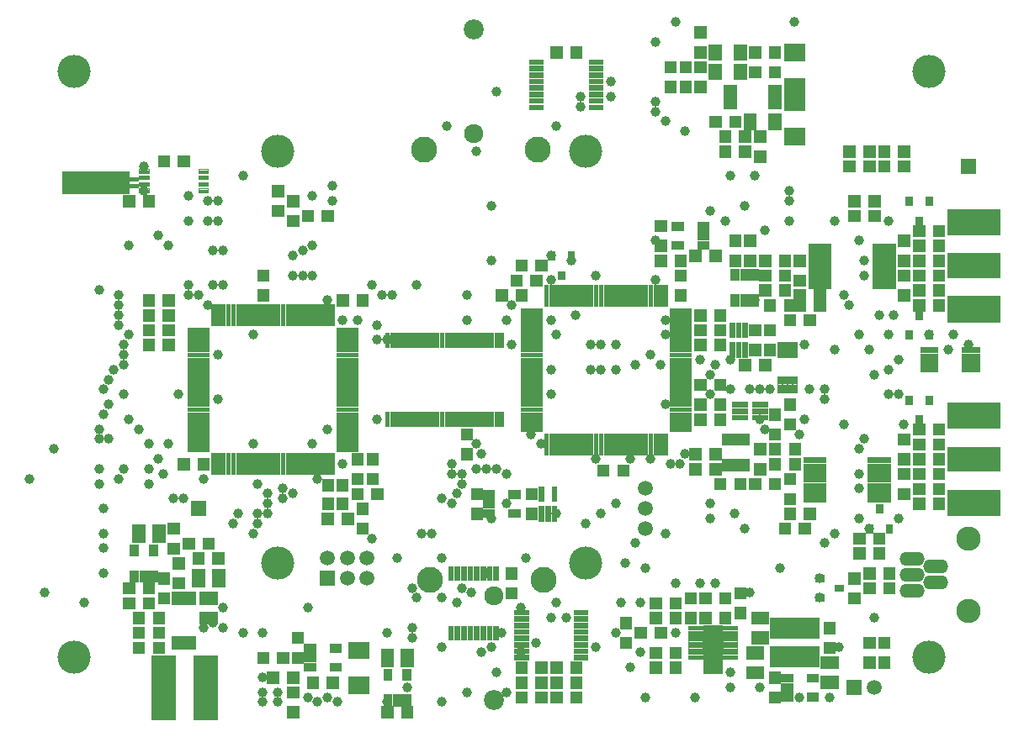
<source format=gts>
G75*
G70*
%OFA0B0*%
%FSLAX24Y24*%
%IPPOS*%
%LPD*%
%AMOC8*
5,1,8,0,0,1.08239X$1,22.5*
%
%ADD10C,0.0034*%
%ADD11C,0.0966*%
%ADD12O,0.0992X0.0536*%
%ADD13C,0.0024*%
%ADD14C,0.0029*%
%ADD15C,0.0023*%
%ADD16R,0.0595X0.0595*%
%ADD17C,0.0595*%
%ADD18C,0.0033*%
%ADD19C,0.0025*%
%ADD20C,0.0026*%
%ADD21C,0.0036*%
%ADD22C,0.0022*%
%ADD23C,0.0025*%
%ADD24C,0.0019*%
%ADD25C,0.0033*%
%ADD26C,0.0026*%
%ADD27C,0.0035*%
%ADD28C,0.0029*%
%ADD29C,0.0020*%
%ADD30C,0.0020*%
%ADD31C,0.0021*%
%ADD32C,0.1316*%
%ADD33C,0.0795*%
%ADD34C,0.1031*%
%ADD35C,0.0759*%
%ADD36C,0.0031*%
%ADD37C,0.0390*%
D10*
X009051Y012162D02*
X009207Y012162D01*
X009051Y012162D02*
X009051Y012994D01*
X009207Y012994D01*
X009207Y012162D01*
X009207Y012195D02*
X009051Y012195D01*
X009051Y012228D02*
X009207Y012228D01*
X009207Y012261D02*
X009051Y012261D01*
X009051Y012294D02*
X009207Y012294D01*
X009207Y012327D02*
X009051Y012327D01*
X009051Y012360D02*
X009207Y012360D01*
X009207Y012393D02*
X009051Y012393D01*
X009051Y012426D02*
X009207Y012426D01*
X009207Y012459D02*
X009051Y012459D01*
X009051Y012492D02*
X009207Y012492D01*
X009207Y012525D02*
X009051Y012525D01*
X009051Y012558D02*
X009207Y012558D01*
X009207Y012591D02*
X009051Y012591D01*
X009051Y012624D02*
X009207Y012624D01*
X009207Y012657D02*
X009051Y012657D01*
X009051Y012690D02*
X009207Y012690D01*
X009207Y012723D02*
X009051Y012723D01*
X009051Y012756D02*
X009207Y012756D01*
X009207Y012789D02*
X009051Y012789D01*
X009051Y012822D02*
X009207Y012822D01*
X009207Y012855D02*
X009051Y012855D01*
X009051Y012888D02*
X009207Y012888D01*
X009207Y012921D02*
X009051Y012921D01*
X009051Y012954D02*
X009207Y012954D01*
X009207Y012987D02*
X009051Y012987D01*
X009248Y012162D02*
X009404Y012162D01*
X009248Y012162D02*
X009248Y012994D01*
X009404Y012994D01*
X009404Y012162D01*
X009404Y012195D02*
X009248Y012195D01*
X009248Y012228D02*
X009404Y012228D01*
X009404Y012261D02*
X009248Y012261D01*
X009248Y012294D02*
X009404Y012294D01*
X009404Y012327D02*
X009248Y012327D01*
X009248Y012360D02*
X009404Y012360D01*
X009404Y012393D02*
X009248Y012393D01*
X009248Y012426D02*
X009404Y012426D01*
X009404Y012459D02*
X009248Y012459D01*
X009248Y012492D02*
X009404Y012492D01*
X009404Y012525D02*
X009248Y012525D01*
X009248Y012558D02*
X009404Y012558D01*
X009404Y012591D02*
X009248Y012591D01*
X009248Y012624D02*
X009404Y012624D01*
X009404Y012657D02*
X009248Y012657D01*
X009248Y012690D02*
X009404Y012690D01*
X009404Y012723D02*
X009248Y012723D01*
X009248Y012756D02*
X009404Y012756D01*
X009404Y012789D02*
X009248Y012789D01*
X009248Y012822D02*
X009404Y012822D01*
X009404Y012855D02*
X009248Y012855D01*
X009248Y012888D02*
X009404Y012888D01*
X009404Y012921D02*
X009248Y012921D01*
X009248Y012954D02*
X009404Y012954D01*
X009404Y012987D02*
X009248Y012987D01*
X009445Y012162D02*
X009601Y012162D01*
X009445Y012162D02*
X009445Y012994D01*
X009601Y012994D01*
X009601Y012162D01*
X009601Y012195D02*
X009445Y012195D01*
X009445Y012228D02*
X009601Y012228D01*
X009601Y012261D02*
X009445Y012261D01*
X009445Y012294D02*
X009601Y012294D01*
X009601Y012327D02*
X009445Y012327D01*
X009445Y012360D02*
X009601Y012360D01*
X009601Y012393D02*
X009445Y012393D01*
X009445Y012426D02*
X009601Y012426D01*
X009601Y012459D02*
X009445Y012459D01*
X009445Y012492D02*
X009601Y012492D01*
X009601Y012525D02*
X009445Y012525D01*
X009445Y012558D02*
X009601Y012558D01*
X009601Y012591D02*
X009445Y012591D01*
X009445Y012624D02*
X009601Y012624D01*
X009601Y012657D02*
X009445Y012657D01*
X009445Y012690D02*
X009601Y012690D01*
X009601Y012723D02*
X009445Y012723D01*
X009445Y012756D02*
X009601Y012756D01*
X009601Y012789D02*
X009445Y012789D01*
X009445Y012822D02*
X009601Y012822D01*
X009601Y012855D02*
X009445Y012855D01*
X009445Y012888D02*
X009601Y012888D01*
X009601Y012921D02*
X009445Y012921D01*
X009445Y012954D02*
X009601Y012954D01*
X009601Y012987D02*
X009445Y012987D01*
X009642Y012162D02*
X009798Y012162D01*
X009642Y012162D02*
X009642Y012994D01*
X009798Y012994D01*
X009798Y012162D01*
X009798Y012195D02*
X009642Y012195D01*
X009642Y012228D02*
X009798Y012228D01*
X009798Y012261D02*
X009642Y012261D01*
X009642Y012294D02*
X009798Y012294D01*
X009798Y012327D02*
X009642Y012327D01*
X009642Y012360D02*
X009798Y012360D01*
X009798Y012393D02*
X009642Y012393D01*
X009642Y012426D02*
X009798Y012426D01*
X009798Y012459D02*
X009642Y012459D01*
X009642Y012492D02*
X009798Y012492D01*
X009798Y012525D02*
X009642Y012525D01*
X009642Y012558D02*
X009798Y012558D01*
X009798Y012591D02*
X009642Y012591D01*
X009642Y012624D02*
X009798Y012624D01*
X009798Y012657D02*
X009642Y012657D01*
X009642Y012690D02*
X009798Y012690D01*
X009798Y012723D02*
X009642Y012723D01*
X009642Y012756D02*
X009798Y012756D01*
X009798Y012789D02*
X009642Y012789D01*
X009642Y012822D02*
X009798Y012822D01*
X009798Y012855D02*
X009642Y012855D01*
X009642Y012888D02*
X009798Y012888D01*
X009798Y012921D02*
X009642Y012921D01*
X009642Y012954D02*
X009798Y012954D01*
X009798Y012987D02*
X009642Y012987D01*
X009839Y012162D02*
X009995Y012162D01*
X009839Y012162D02*
X009839Y012994D01*
X009995Y012994D01*
X009995Y012162D01*
X009995Y012195D02*
X009839Y012195D01*
X009839Y012228D02*
X009995Y012228D01*
X009995Y012261D02*
X009839Y012261D01*
X009839Y012294D02*
X009995Y012294D01*
X009995Y012327D02*
X009839Y012327D01*
X009839Y012360D02*
X009995Y012360D01*
X009995Y012393D02*
X009839Y012393D01*
X009839Y012426D02*
X009995Y012426D01*
X009995Y012459D02*
X009839Y012459D01*
X009839Y012492D02*
X009995Y012492D01*
X009995Y012525D02*
X009839Y012525D01*
X009839Y012558D02*
X009995Y012558D01*
X009995Y012591D02*
X009839Y012591D01*
X009839Y012624D02*
X009995Y012624D01*
X009995Y012657D02*
X009839Y012657D01*
X009839Y012690D02*
X009995Y012690D01*
X009995Y012723D02*
X009839Y012723D01*
X009839Y012756D02*
X009995Y012756D01*
X009995Y012789D02*
X009839Y012789D01*
X009839Y012822D02*
X009995Y012822D01*
X009995Y012855D02*
X009839Y012855D01*
X009839Y012888D02*
X009995Y012888D01*
X009995Y012921D02*
X009839Y012921D01*
X009839Y012954D02*
X009995Y012954D01*
X009995Y012987D02*
X009839Y012987D01*
X010035Y012162D02*
X010191Y012162D01*
X010035Y012162D02*
X010035Y012994D01*
X010191Y012994D01*
X010191Y012162D01*
X010191Y012195D02*
X010035Y012195D01*
X010035Y012228D02*
X010191Y012228D01*
X010191Y012261D02*
X010035Y012261D01*
X010035Y012294D02*
X010191Y012294D01*
X010191Y012327D02*
X010035Y012327D01*
X010035Y012360D02*
X010191Y012360D01*
X010191Y012393D02*
X010035Y012393D01*
X010035Y012426D02*
X010191Y012426D01*
X010191Y012459D02*
X010035Y012459D01*
X010035Y012492D02*
X010191Y012492D01*
X010191Y012525D02*
X010035Y012525D01*
X010035Y012558D02*
X010191Y012558D01*
X010191Y012591D02*
X010035Y012591D01*
X010035Y012624D02*
X010191Y012624D01*
X010191Y012657D02*
X010035Y012657D01*
X010035Y012690D02*
X010191Y012690D01*
X010191Y012723D02*
X010035Y012723D01*
X010035Y012756D02*
X010191Y012756D01*
X010191Y012789D02*
X010035Y012789D01*
X010035Y012822D02*
X010191Y012822D01*
X010191Y012855D02*
X010035Y012855D01*
X010035Y012888D02*
X010191Y012888D01*
X010191Y012921D02*
X010035Y012921D01*
X010035Y012954D02*
X010191Y012954D01*
X010191Y012987D02*
X010035Y012987D01*
X010232Y012162D02*
X010388Y012162D01*
X010232Y012162D02*
X010232Y012994D01*
X010388Y012994D01*
X010388Y012162D01*
X010388Y012195D02*
X010232Y012195D01*
X010232Y012228D02*
X010388Y012228D01*
X010388Y012261D02*
X010232Y012261D01*
X010232Y012294D02*
X010388Y012294D01*
X010388Y012327D02*
X010232Y012327D01*
X010232Y012360D02*
X010388Y012360D01*
X010388Y012393D02*
X010232Y012393D01*
X010232Y012426D02*
X010388Y012426D01*
X010388Y012459D02*
X010232Y012459D01*
X010232Y012492D02*
X010388Y012492D01*
X010388Y012525D02*
X010232Y012525D01*
X010232Y012558D02*
X010388Y012558D01*
X010388Y012591D02*
X010232Y012591D01*
X010232Y012624D02*
X010388Y012624D01*
X010388Y012657D02*
X010232Y012657D01*
X010232Y012690D02*
X010388Y012690D01*
X010388Y012723D02*
X010232Y012723D01*
X010232Y012756D02*
X010388Y012756D01*
X010388Y012789D02*
X010232Y012789D01*
X010232Y012822D02*
X010388Y012822D01*
X010388Y012855D02*
X010232Y012855D01*
X010232Y012888D02*
X010388Y012888D01*
X010388Y012921D02*
X010232Y012921D01*
X010232Y012954D02*
X010388Y012954D01*
X010388Y012987D02*
X010232Y012987D01*
X010429Y012162D02*
X010585Y012162D01*
X010429Y012162D02*
X010429Y012994D01*
X010585Y012994D01*
X010585Y012162D01*
X010585Y012195D02*
X010429Y012195D01*
X010429Y012228D02*
X010585Y012228D01*
X010585Y012261D02*
X010429Y012261D01*
X010429Y012294D02*
X010585Y012294D01*
X010585Y012327D02*
X010429Y012327D01*
X010429Y012360D02*
X010585Y012360D01*
X010585Y012393D02*
X010429Y012393D01*
X010429Y012426D02*
X010585Y012426D01*
X010585Y012459D02*
X010429Y012459D01*
X010429Y012492D02*
X010585Y012492D01*
X010585Y012525D02*
X010429Y012525D01*
X010429Y012558D02*
X010585Y012558D01*
X010585Y012591D02*
X010429Y012591D01*
X010429Y012624D02*
X010585Y012624D01*
X010585Y012657D02*
X010429Y012657D01*
X010429Y012690D02*
X010585Y012690D01*
X010585Y012723D02*
X010429Y012723D01*
X010429Y012756D02*
X010585Y012756D01*
X010585Y012789D02*
X010429Y012789D01*
X010429Y012822D02*
X010585Y012822D01*
X010585Y012855D02*
X010429Y012855D01*
X010429Y012888D02*
X010585Y012888D01*
X010585Y012921D02*
X010429Y012921D01*
X010429Y012954D02*
X010585Y012954D01*
X010585Y012987D02*
X010429Y012987D01*
X010626Y012162D02*
X010782Y012162D01*
X010626Y012162D02*
X010626Y012994D01*
X010782Y012994D01*
X010782Y012162D01*
X010782Y012195D02*
X010626Y012195D01*
X010626Y012228D02*
X010782Y012228D01*
X010782Y012261D02*
X010626Y012261D01*
X010626Y012294D02*
X010782Y012294D01*
X010782Y012327D02*
X010626Y012327D01*
X010626Y012360D02*
X010782Y012360D01*
X010782Y012393D02*
X010626Y012393D01*
X010626Y012426D02*
X010782Y012426D01*
X010782Y012459D02*
X010626Y012459D01*
X010626Y012492D02*
X010782Y012492D01*
X010782Y012525D02*
X010626Y012525D01*
X010626Y012558D02*
X010782Y012558D01*
X010782Y012591D02*
X010626Y012591D01*
X010626Y012624D02*
X010782Y012624D01*
X010782Y012657D02*
X010626Y012657D01*
X010626Y012690D02*
X010782Y012690D01*
X010782Y012723D02*
X010626Y012723D01*
X010626Y012756D02*
X010782Y012756D01*
X010782Y012789D02*
X010626Y012789D01*
X010626Y012822D02*
X010782Y012822D01*
X010782Y012855D02*
X010626Y012855D01*
X010626Y012888D02*
X010782Y012888D01*
X010782Y012921D02*
X010626Y012921D01*
X010626Y012954D02*
X010782Y012954D01*
X010782Y012987D02*
X010626Y012987D01*
X010823Y012162D02*
X010979Y012162D01*
X010823Y012162D02*
X010823Y012994D01*
X010979Y012994D01*
X010979Y012162D01*
X010979Y012195D02*
X010823Y012195D01*
X010823Y012228D02*
X010979Y012228D01*
X010979Y012261D02*
X010823Y012261D01*
X010823Y012294D02*
X010979Y012294D01*
X010979Y012327D02*
X010823Y012327D01*
X010823Y012360D02*
X010979Y012360D01*
X010979Y012393D02*
X010823Y012393D01*
X010823Y012426D02*
X010979Y012426D01*
X010979Y012459D02*
X010823Y012459D01*
X010823Y012492D02*
X010979Y012492D01*
X010979Y012525D02*
X010823Y012525D01*
X010823Y012558D02*
X010979Y012558D01*
X010979Y012591D02*
X010823Y012591D01*
X010823Y012624D02*
X010979Y012624D01*
X010979Y012657D02*
X010823Y012657D01*
X010823Y012690D02*
X010979Y012690D01*
X010979Y012723D02*
X010823Y012723D01*
X010823Y012756D02*
X010979Y012756D01*
X010979Y012789D02*
X010823Y012789D01*
X010823Y012822D02*
X010979Y012822D01*
X010979Y012855D02*
X010823Y012855D01*
X010823Y012888D02*
X010979Y012888D01*
X010979Y012921D02*
X010823Y012921D01*
X010823Y012954D02*
X010979Y012954D01*
X010979Y012987D02*
X010823Y012987D01*
X011020Y012162D02*
X011176Y012162D01*
X011020Y012162D02*
X011020Y012994D01*
X011176Y012994D01*
X011176Y012162D01*
X011176Y012195D02*
X011020Y012195D01*
X011020Y012228D02*
X011176Y012228D01*
X011176Y012261D02*
X011020Y012261D01*
X011020Y012294D02*
X011176Y012294D01*
X011176Y012327D02*
X011020Y012327D01*
X011020Y012360D02*
X011176Y012360D01*
X011176Y012393D02*
X011020Y012393D01*
X011020Y012426D02*
X011176Y012426D01*
X011176Y012459D02*
X011020Y012459D01*
X011020Y012492D02*
X011176Y012492D01*
X011176Y012525D02*
X011020Y012525D01*
X011020Y012558D02*
X011176Y012558D01*
X011176Y012591D02*
X011020Y012591D01*
X011020Y012624D02*
X011176Y012624D01*
X011176Y012657D02*
X011020Y012657D01*
X011020Y012690D02*
X011176Y012690D01*
X011176Y012723D02*
X011020Y012723D01*
X011020Y012756D02*
X011176Y012756D01*
X011176Y012789D02*
X011020Y012789D01*
X011020Y012822D02*
X011176Y012822D01*
X011176Y012855D02*
X011020Y012855D01*
X011020Y012888D02*
X011176Y012888D01*
X011176Y012921D02*
X011020Y012921D01*
X011020Y012954D02*
X011176Y012954D01*
X011176Y012987D02*
X011020Y012987D01*
X011216Y012162D02*
X011372Y012162D01*
X011216Y012162D02*
X011216Y012994D01*
X011372Y012994D01*
X011372Y012162D01*
X011372Y012195D02*
X011216Y012195D01*
X011216Y012228D02*
X011372Y012228D01*
X011372Y012261D02*
X011216Y012261D01*
X011216Y012294D02*
X011372Y012294D01*
X011372Y012327D02*
X011216Y012327D01*
X011216Y012360D02*
X011372Y012360D01*
X011372Y012393D02*
X011216Y012393D01*
X011216Y012426D02*
X011372Y012426D01*
X011372Y012459D02*
X011216Y012459D01*
X011216Y012492D02*
X011372Y012492D01*
X011372Y012525D02*
X011216Y012525D01*
X011216Y012558D02*
X011372Y012558D01*
X011372Y012591D02*
X011216Y012591D01*
X011216Y012624D02*
X011372Y012624D01*
X011372Y012657D02*
X011216Y012657D01*
X011216Y012690D02*
X011372Y012690D01*
X011372Y012723D02*
X011216Y012723D01*
X011216Y012756D02*
X011372Y012756D01*
X011372Y012789D02*
X011216Y012789D01*
X011216Y012822D02*
X011372Y012822D01*
X011372Y012855D02*
X011216Y012855D01*
X011216Y012888D02*
X011372Y012888D01*
X011372Y012921D02*
X011216Y012921D01*
X011216Y012954D02*
X011372Y012954D01*
X011372Y012987D02*
X011216Y012987D01*
X011413Y012162D02*
X011569Y012162D01*
X011413Y012162D02*
X011413Y012994D01*
X011569Y012994D01*
X011569Y012162D01*
X011569Y012195D02*
X011413Y012195D01*
X011413Y012228D02*
X011569Y012228D01*
X011569Y012261D02*
X011413Y012261D01*
X011413Y012294D02*
X011569Y012294D01*
X011569Y012327D02*
X011413Y012327D01*
X011413Y012360D02*
X011569Y012360D01*
X011569Y012393D02*
X011413Y012393D01*
X011413Y012426D02*
X011569Y012426D01*
X011569Y012459D02*
X011413Y012459D01*
X011413Y012492D02*
X011569Y012492D01*
X011569Y012525D02*
X011413Y012525D01*
X011413Y012558D02*
X011569Y012558D01*
X011569Y012591D02*
X011413Y012591D01*
X011413Y012624D02*
X011569Y012624D01*
X011569Y012657D02*
X011413Y012657D01*
X011413Y012690D02*
X011569Y012690D01*
X011569Y012723D02*
X011413Y012723D01*
X011413Y012756D02*
X011569Y012756D01*
X011569Y012789D02*
X011413Y012789D01*
X011413Y012822D02*
X011569Y012822D01*
X011569Y012855D02*
X011413Y012855D01*
X011413Y012888D02*
X011569Y012888D01*
X011569Y012921D02*
X011413Y012921D01*
X011413Y012954D02*
X011569Y012954D01*
X011569Y012987D02*
X011413Y012987D01*
X011610Y012162D02*
X011766Y012162D01*
X011610Y012162D02*
X011610Y012994D01*
X011766Y012994D01*
X011766Y012162D01*
X011766Y012195D02*
X011610Y012195D01*
X011610Y012228D02*
X011766Y012228D01*
X011766Y012261D02*
X011610Y012261D01*
X011610Y012294D02*
X011766Y012294D01*
X011766Y012327D02*
X011610Y012327D01*
X011610Y012360D02*
X011766Y012360D01*
X011766Y012393D02*
X011610Y012393D01*
X011610Y012426D02*
X011766Y012426D01*
X011766Y012459D02*
X011610Y012459D01*
X011610Y012492D02*
X011766Y012492D01*
X011766Y012525D02*
X011610Y012525D01*
X011610Y012558D02*
X011766Y012558D01*
X011766Y012591D02*
X011610Y012591D01*
X011610Y012624D02*
X011766Y012624D01*
X011766Y012657D02*
X011610Y012657D01*
X011610Y012690D02*
X011766Y012690D01*
X011766Y012723D02*
X011610Y012723D01*
X011610Y012756D02*
X011766Y012756D01*
X011766Y012789D02*
X011610Y012789D01*
X011610Y012822D02*
X011766Y012822D01*
X011766Y012855D02*
X011610Y012855D01*
X011610Y012888D02*
X011766Y012888D01*
X011766Y012921D02*
X011610Y012921D01*
X011610Y012954D02*
X011766Y012954D01*
X011766Y012987D02*
X011610Y012987D01*
X011807Y012162D02*
X011963Y012162D01*
X011807Y012162D02*
X011807Y012994D01*
X011963Y012994D01*
X011963Y012162D01*
X011963Y012195D02*
X011807Y012195D01*
X011807Y012228D02*
X011963Y012228D01*
X011963Y012261D02*
X011807Y012261D01*
X011807Y012294D02*
X011963Y012294D01*
X011963Y012327D02*
X011807Y012327D01*
X011807Y012360D02*
X011963Y012360D01*
X011963Y012393D02*
X011807Y012393D01*
X011807Y012426D02*
X011963Y012426D01*
X011963Y012459D02*
X011807Y012459D01*
X011807Y012492D02*
X011963Y012492D01*
X011963Y012525D02*
X011807Y012525D01*
X011807Y012558D02*
X011963Y012558D01*
X011963Y012591D02*
X011807Y012591D01*
X011807Y012624D02*
X011963Y012624D01*
X011963Y012657D02*
X011807Y012657D01*
X011807Y012690D02*
X011963Y012690D01*
X011963Y012723D02*
X011807Y012723D01*
X011807Y012756D02*
X011963Y012756D01*
X011963Y012789D02*
X011807Y012789D01*
X011807Y012822D02*
X011963Y012822D01*
X011963Y012855D02*
X011807Y012855D01*
X011807Y012888D02*
X011963Y012888D01*
X011963Y012921D02*
X011807Y012921D01*
X011807Y012954D02*
X011963Y012954D01*
X011963Y012987D02*
X011807Y012987D01*
X012004Y012162D02*
X012160Y012162D01*
X012004Y012162D02*
X012004Y012994D01*
X012160Y012994D01*
X012160Y012162D01*
X012160Y012195D02*
X012004Y012195D01*
X012004Y012228D02*
X012160Y012228D01*
X012160Y012261D02*
X012004Y012261D01*
X012004Y012294D02*
X012160Y012294D01*
X012160Y012327D02*
X012004Y012327D01*
X012004Y012360D02*
X012160Y012360D01*
X012160Y012393D02*
X012004Y012393D01*
X012004Y012426D02*
X012160Y012426D01*
X012160Y012459D02*
X012004Y012459D01*
X012004Y012492D02*
X012160Y012492D01*
X012160Y012525D02*
X012004Y012525D01*
X012004Y012558D02*
X012160Y012558D01*
X012160Y012591D02*
X012004Y012591D01*
X012004Y012624D02*
X012160Y012624D01*
X012160Y012657D02*
X012004Y012657D01*
X012004Y012690D02*
X012160Y012690D01*
X012160Y012723D02*
X012004Y012723D01*
X012004Y012756D02*
X012160Y012756D01*
X012160Y012789D02*
X012004Y012789D01*
X012004Y012822D02*
X012160Y012822D01*
X012160Y012855D02*
X012004Y012855D01*
X012004Y012888D02*
X012160Y012888D01*
X012160Y012921D02*
X012004Y012921D01*
X012004Y012954D02*
X012160Y012954D01*
X012160Y012987D02*
X012004Y012987D01*
X012201Y012162D02*
X012357Y012162D01*
X012201Y012162D02*
X012201Y012994D01*
X012357Y012994D01*
X012357Y012162D01*
X012357Y012195D02*
X012201Y012195D01*
X012201Y012228D02*
X012357Y012228D01*
X012357Y012261D02*
X012201Y012261D01*
X012201Y012294D02*
X012357Y012294D01*
X012357Y012327D02*
X012201Y012327D01*
X012201Y012360D02*
X012357Y012360D01*
X012357Y012393D02*
X012201Y012393D01*
X012201Y012426D02*
X012357Y012426D01*
X012357Y012459D02*
X012201Y012459D01*
X012201Y012492D02*
X012357Y012492D01*
X012357Y012525D02*
X012201Y012525D01*
X012201Y012558D02*
X012357Y012558D01*
X012357Y012591D02*
X012201Y012591D01*
X012201Y012624D02*
X012357Y012624D01*
X012357Y012657D02*
X012201Y012657D01*
X012201Y012690D02*
X012357Y012690D01*
X012357Y012723D02*
X012201Y012723D01*
X012201Y012756D02*
X012357Y012756D01*
X012357Y012789D02*
X012201Y012789D01*
X012201Y012822D02*
X012357Y012822D01*
X012357Y012855D02*
X012201Y012855D01*
X012201Y012888D02*
X012357Y012888D01*
X012357Y012921D02*
X012201Y012921D01*
X012201Y012954D02*
X012357Y012954D01*
X012357Y012987D02*
X012201Y012987D01*
X012398Y012162D02*
X012554Y012162D01*
X012398Y012162D02*
X012398Y012994D01*
X012554Y012994D01*
X012554Y012162D01*
X012554Y012195D02*
X012398Y012195D01*
X012398Y012228D02*
X012554Y012228D01*
X012554Y012261D02*
X012398Y012261D01*
X012398Y012294D02*
X012554Y012294D01*
X012554Y012327D02*
X012398Y012327D01*
X012398Y012360D02*
X012554Y012360D01*
X012554Y012393D02*
X012398Y012393D01*
X012398Y012426D02*
X012554Y012426D01*
X012554Y012459D02*
X012398Y012459D01*
X012398Y012492D02*
X012554Y012492D01*
X012554Y012525D02*
X012398Y012525D01*
X012398Y012558D02*
X012554Y012558D01*
X012554Y012591D02*
X012398Y012591D01*
X012398Y012624D02*
X012554Y012624D01*
X012554Y012657D02*
X012398Y012657D01*
X012398Y012690D02*
X012554Y012690D01*
X012554Y012723D02*
X012398Y012723D01*
X012398Y012756D02*
X012554Y012756D01*
X012554Y012789D02*
X012398Y012789D01*
X012398Y012822D02*
X012554Y012822D01*
X012554Y012855D02*
X012398Y012855D01*
X012398Y012888D02*
X012554Y012888D01*
X012554Y012921D02*
X012398Y012921D01*
X012398Y012954D02*
X012554Y012954D01*
X012554Y012987D02*
X012398Y012987D01*
X012594Y012162D02*
X012750Y012162D01*
X012594Y012162D02*
X012594Y012994D01*
X012750Y012994D01*
X012750Y012162D01*
X012750Y012195D02*
X012594Y012195D01*
X012594Y012228D02*
X012750Y012228D01*
X012750Y012261D02*
X012594Y012261D01*
X012594Y012294D02*
X012750Y012294D01*
X012750Y012327D02*
X012594Y012327D01*
X012594Y012360D02*
X012750Y012360D01*
X012750Y012393D02*
X012594Y012393D01*
X012594Y012426D02*
X012750Y012426D01*
X012750Y012459D02*
X012594Y012459D01*
X012594Y012492D02*
X012750Y012492D01*
X012750Y012525D02*
X012594Y012525D01*
X012594Y012558D02*
X012750Y012558D01*
X012750Y012591D02*
X012594Y012591D01*
X012594Y012624D02*
X012750Y012624D01*
X012750Y012657D02*
X012594Y012657D01*
X012594Y012690D02*
X012750Y012690D01*
X012750Y012723D02*
X012594Y012723D01*
X012594Y012756D02*
X012750Y012756D01*
X012750Y012789D02*
X012594Y012789D01*
X012594Y012822D02*
X012750Y012822D01*
X012750Y012855D02*
X012594Y012855D01*
X012594Y012888D02*
X012750Y012888D01*
X012750Y012921D02*
X012594Y012921D01*
X012594Y012954D02*
X012750Y012954D01*
X012750Y012987D02*
X012594Y012987D01*
X012791Y012162D02*
X012947Y012162D01*
X012791Y012162D02*
X012791Y012994D01*
X012947Y012994D01*
X012947Y012162D01*
X012947Y012195D02*
X012791Y012195D01*
X012791Y012228D02*
X012947Y012228D01*
X012947Y012261D02*
X012791Y012261D01*
X012791Y012294D02*
X012947Y012294D01*
X012947Y012327D02*
X012791Y012327D01*
X012791Y012360D02*
X012947Y012360D01*
X012947Y012393D02*
X012791Y012393D01*
X012791Y012426D02*
X012947Y012426D01*
X012947Y012459D02*
X012791Y012459D01*
X012791Y012492D02*
X012947Y012492D01*
X012947Y012525D02*
X012791Y012525D01*
X012791Y012558D02*
X012947Y012558D01*
X012947Y012591D02*
X012791Y012591D01*
X012791Y012624D02*
X012947Y012624D01*
X012947Y012657D02*
X012791Y012657D01*
X012791Y012690D02*
X012947Y012690D01*
X012947Y012723D02*
X012791Y012723D01*
X012791Y012756D02*
X012947Y012756D01*
X012947Y012789D02*
X012791Y012789D01*
X012791Y012822D02*
X012947Y012822D01*
X012947Y012855D02*
X012791Y012855D01*
X012791Y012888D02*
X012947Y012888D01*
X012947Y012921D02*
X012791Y012921D01*
X012791Y012954D02*
X012947Y012954D01*
X012947Y012987D02*
X012791Y012987D01*
X012988Y012162D02*
X013144Y012162D01*
X012988Y012162D02*
X012988Y012994D01*
X013144Y012994D01*
X013144Y012162D01*
X013144Y012195D02*
X012988Y012195D01*
X012988Y012228D02*
X013144Y012228D01*
X013144Y012261D02*
X012988Y012261D01*
X012988Y012294D02*
X013144Y012294D01*
X013144Y012327D02*
X012988Y012327D01*
X012988Y012360D02*
X013144Y012360D01*
X013144Y012393D02*
X012988Y012393D01*
X012988Y012426D02*
X013144Y012426D01*
X013144Y012459D02*
X012988Y012459D01*
X012988Y012492D02*
X013144Y012492D01*
X013144Y012525D02*
X012988Y012525D01*
X012988Y012558D02*
X013144Y012558D01*
X013144Y012591D02*
X012988Y012591D01*
X012988Y012624D02*
X013144Y012624D01*
X013144Y012657D02*
X012988Y012657D01*
X012988Y012690D02*
X013144Y012690D01*
X013144Y012723D02*
X012988Y012723D01*
X012988Y012756D02*
X013144Y012756D01*
X013144Y012789D02*
X012988Y012789D01*
X012988Y012822D02*
X013144Y012822D01*
X013144Y012855D02*
X012988Y012855D01*
X012988Y012888D02*
X013144Y012888D01*
X013144Y012921D02*
X012988Y012921D01*
X012988Y012954D02*
X013144Y012954D01*
X013144Y012987D02*
X012988Y012987D01*
X013185Y012162D02*
X013341Y012162D01*
X013185Y012162D02*
X013185Y012994D01*
X013341Y012994D01*
X013341Y012162D01*
X013341Y012195D02*
X013185Y012195D01*
X013185Y012228D02*
X013341Y012228D01*
X013341Y012261D02*
X013185Y012261D01*
X013185Y012294D02*
X013341Y012294D01*
X013341Y012327D02*
X013185Y012327D01*
X013185Y012360D02*
X013341Y012360D01*
X013341Y012393D02*
X013185Y012393D01*
X013185Y012426D02*
X013341Y012426D01*
X013341Y012459D02*
X013185Y012459D01*
X013185Y012492D02*
X013341Y012492D01*
X013341Y012525D02*
X013185Y012525D01*
X013185Y012558D02*
X013341Y012558D01*
X013341Y012591D02*
X013185Y012591D01*
X013185Y012624D02*
X013341Y012624D01*
X013341Y012657D02*
X013185Y012657D01*
X013185Y012690D02*
X013341Y012690D01*
X013341Y012723D02*
X013185Y012723D01*
X013185Y012756D02*
X013341Y012756D01*
X013341Y012789D02*
X013185Y012789D01*
X013185Y012822D02*
X013341Y012822D01*
X013341Y012855D02*
X013185Y012855D01*
X013185Y012888D02*
X013341Y012888D01*
X013341Y012921D02*
X013185Y012921D01*
X013185Y012954D02*
X013341Y012954D01*
X013341Y012987D02*
X013185Y012987D01*
X013382Y012162D02*
X013538Y012162D01*
X013382Y012162D02*
X013382Y012994D01*
X013538Y012994D01*
X013538Y012162D01*
X013538Y012195D02*
X013382Y012195D01*
X013382Y012228D02*
X013538Y012228D01*
X013538Y012261D02*
X013382Y012261D01*
X013382Y012294D02*
X013538Y012294D01*
X013538Y012327D02*
X013382Y012327D01*
X013382Y012360D02*
X013538Y012360D01*
X013538Y012393D02*
X013382Y012393D01*
X013382Y012426D02*
X013538Y012426D01*
X013538Y012459D02*
X013382Y012459D01*
X013382Y012492D02*
X013538Y012492D01*
X013538Y012525D02*
X013382Y012525D01*
X013382Y012558D02*
X013538Y012558D01*
X013538Y012591D02*
X013382Y012591D01*
X013382Y012624D02*
X013538Y012624D01*
X013538Y012657D02*
X013382Y012657D01*
X013382Y012690D02*
X013538Y012690D01*
X013538Y012723D02*
X013382Y012723D01*
X013382Y012756D02*
X013538Y012756D01*
X013538Y012789D02*
X013382Y012789D01*
X013382Y012822D02*
X013538Y012822D01*
X013538Y012855D02*
X013382Y012855D01*
X013382Y012888D02*
X013538Y012888D01*
X013538Y012921D02*
X013382Y012921D01*
X013382Y012954D02*
X013538Y012954D01*
X013538Y012987D02*
X013382Y012987D01*
X013579Y012162D02*
X013735Y012162D01*
X013579Y012162D02*
X013579Y012994D01*
X013735Y012994D01*
X013735Y012162D01*
X013735Y012195D02*
X013579Y012195D01*
X013579Y012228D02*
X013735Y012228D01*
X013735Y012261D02*
X013579Y012261D01*
X013579Y012294D02*
X013735Y012294D01*
X013735Y012327D02*
X013579Y012327D01*
X013579Y012360D02*
X013735Y012360D01*
X013735Y012393D02*
X013579Y012393D01*
X013579Y012426D02*
X013735Y012426D01*
X013735Y012459D02*
X013579Y012459D01*
X013579Y012492D02*
X013735Y012492D01*
X013735Y012525D02*
X013579Y012525D01*
X013579Y012558D02*
X013735Y012558D01*
X013735Y012591D02*
X013579Y012591D01*
X013579Y012624D02*
X013735Y012624D01*
X013735Y012657D02*
X013579Y012657D01*
X013579Y012690D02*
X013735Y012690D01*
X013735Y012723D02*
X013579Y012723D01*
X013579Y012756D02*
X013735Y012756D01*
X013735Y012789D02*
X013579Y012789D01*
X013579Y012822D02*
X013735Y012822D01*
X013735Y012855D02*
X013579Y012855D01*
X013579Y012888D02*
X013735Y012888D01*
X013735Y012921D02*
X013579Y012921D01*
X013579Y012954D02*
X013735Y012954D01*
X013735Y012987D02*
X013579Y012987D01*
X013776Y012162D02*
X013932Y012162D01*
X013776Y012162D02*
X013776Y012994D01*
X013932Y012994D01*
X013932Y012162D01*
X013932Y012195D02*
X013776Y012195D01*
X013776Y012228D02*
X013932Y012228D01*
X013932Y012261D02*
X013776Y012261D01*
X013776Y012294D02*
X013932Y012294D01*
X013932Y012327D02*
X013776Y012327D01*
X013776Y012360D02*
X013932Y012360D01*
X013932Y012393D02*
X013776Y012393D01*
X013776Y012426D02*
X013932Y012426D01*
X013932Y012459D02*
X013776Y012459D01*
X013776Y012492D02*
X013932Y012492D01*
X013932Y012525D02*
X013776Y012525D01*
X013776Y012558D02*
X013932Y012558D01*
X013932Y012591D02*
X013776Y012591D01*
X013776Y012624D02*
X013932Y012624D01*
X013932Y012657D02*
X013776Y012657D01*
X013776Y012690D02*
X013932Y012690D01*
X013932Y012723D02*
X013776Y012723D01*
X013776Y012756D02*
X013932Y012756D01*
X013932Y012789D02*
X013776Y012789D01*
X013776Y012822D02*
X013932Y012822D01*
X013932Y012855D02*
X013776Y012855D01*
X013776Y012888D02*
X013932Y012888D01*
X013932Y012921D02*
X013776Y012921D01*
X013776Y012954D02*
X013932Y012954D01*
X013932Y012987D02*
X013776Y012987D01*
X014028Y013091D02*
X014860Y013091D01*
X014028Y013091D02*
X014028Y013247D01*
X014860Y013247D01*
X014860Y013091D01*
X014860Y013124D02*
X014028Y013124D01*
X014028Y013157D02*
X014860Y013157D01*
X014860Y013190D02*
X014028Y013190D01*
X014028Y013223D02*
X014860Y013223D01*
X014860Y013288D02*
X014028Y013288D01*
X014028Y013444D01*
X014860Y013444D01*
X014860Y013288D01*
X014860Y013321D02*
X014028Y013321D01*
X014028Y013354D02*
X014860Y013354D01*
X014860Y013387D02*
X014028Y013387D01*
X014028Y013420D02*
X014860Y013420D01*
X014860Y013485D02*
X014028Y013485D01*
X014028Y013641D01*
X014860Y013641D01*
X014860Y013485D01*
X014860Y013518D02*
X014028Y013518D01*
X014028Y013551D02*
X014860Y013551D01*
X014860Y013584D02*
X014028Y013584D01*
X014028Y013617D02*
X014860Y013617D01*
X014860Y013681D02*
X014028Y013681D01*
X014028Y013837D01*
X014860Y013837D01*
X014860Y013681D01*
X014860Y013714D02*
X014028Y013714D01*
X014028Y013747D02*
X014860Y013747D01*
X014860Y013780D02*
X014028Y013780D01*
X014028Y013813D02*
X014860Y013813D01*
X014860Y013878D02*
X014028Y013878D01*
X014028Y014034D01*
X014860Y014034D01*
X014860Y013878D01*
X014860Y013911D02*
X014028Y013911D01*
X014028Y013944D02*
X014860Y013944D01*
X014860Y013977D02*
X014028Y013977D01*
X014028Y014010D02*
X014860Y014010D01*
X014860Y014075D02*
X014028Y014075D01*
X014028Y014231D01*
X014860Y014231D01*
X014860Y014075D01*
X014860Y014108D02*
X014028Y014108D01*
X014028Y014141D02*
X014860Y014141D01*
X014860Y014174D02*
X014028Y014174D01*
X014028Y014207D02*
X014860Y014207D01*
X014860Y014272D02*
X014028Y014272D01*
X014028Y014428D01*
X014860Y014428D01*
X014860Y014272D01*
X014860Y014305D02*
X014028Y014305D01*
X014028Y014338D02*
X014860Y014338D01*
X014860Y014371D02*
X014028Y014371D01*
X014028Y014404D02*
X014860Y014404D01*
X014860Y014469D02*
X014028Y014469D01*
X014028Y014625D01*
X014860Y014625D01*
X014860Y014469D01*
X014860Y014502D02*
X014028Y014502D01*
X014028Y014535D02*
X014860Y014535D01*
X014860Y014568D02*
X014028Y014568D01*
X014028Y014601D02*
X014860Y014601D01*
X014860Y014666D02*
X014028Y014666D01*
X014028Y014822D01*
X014860Y014822D01*
X014860Y014666D01*
X014860Y014699D02*
X014028Y014699D01*
X014028Y014732D02*
X014860Y014732D01*
X014860Y014765D02*
X014028Y014765D01*
X014028Y014798D02*
X014860Y014798D01*
X014860Y014862D02*
X014028Y014862D01*
X014028Y015018D01*
X014860Y015018D01*
X014860Y014862D01*
X014860Y014895D02*
X014028Y014895D01*
X014028Y014928D02*
X014860Y014928D01*
X014860Y014961D02*
X014028Y014961D01*
X014028Y014994D02*
X014860Y014994D01*
X014860Y015059D02*
X014028Y015059D01*
X014028Y015215D01*
X014860Y015215D01*
X014860Y015059D01*
X014860Y015092D02*
X014028Y015092D01*
X014028Y015125D02*
X014860Y015125D01*
X014860Y015158D02*
X014028Y015158D01*
X014028Y015191D02*
X014860Y015191D01*
X014860Y015256D02*
X014028Y015256D01*
X014028Y015412D01*
X014860Y015412D01*
X014860Y015256D01*
X014860Y015289D02*
X014028Y015289D01*
X014028Y015322D02*
X014860Y015322D01*
X014860Y015355D02*
X014028Y015355D01*
X014028Y015388D02*
X014860Y015388D01*
X014860Y015453D02*
X014028Y015453D01*
X014028Y015609D01*
X014860Y015609D01*
X014860Y015453D01*
X014860Y015486D02*
X014028Y015486D01*
X014028Y015519D02*
X014860Y015519D01*
X014860Y015552D02*
X014028Y015552D01*
X014028Y015585D02*
X014860Y015585D01*
X014860Y015650D02*
X014028Y015650D01*
X014028Y015806D01*
X014860Y015806D01*
X014860Y015650D01*
X014860Y015683D02*
X014028Y015683D01*
X014028Y015716D02*
X014860Y015716D01*
X014860Y015749D02*
X014028Y015749D01*
X014028Y015782D02*
X014860Y015782D01*
X014860Y015847D02*
X014028Y015847D01*
X014028Y016003D01*
X014860Y016003D01*
X014860Y015847D01*
X014860Y015880D02*
X014028Y015880D01*
X014028Y015913D02*
X014860Y015913D01*
X014860Y015946D02*
X014028Y015946D01*
X014028Y015979D02*
X014860Y015979D01*
X014860Y016044D02*
X014028Y016044D01*
X014028Y016200D01*
X014860Y016200D01*
X014860Y016044D01*
X014860Y016077D02*
X014028Y016077D01*
X014028Y016110D02*
X014860Y016110D01*
X014860Y016143D02*
X014028Y016143D01*
X014028Y016176D02*
X014860Y016176D01*
X014860Y016240D02*
X014028Y016240D01*
X014028Y016396D01*
X014860Y016396D01*
X014860Y016240D01*
X014860Y016273D02*
X014028Y016273D01*
X014028Y016306D02*
X014860Y016306D01*
X014860Y016339D02*
X014028Y016339D01*
X014028Y016372D02*
X014860Y016372D01*
X014860Y016437D02*
X014028Y016437D01*
X014028Y016593D01*
X014860Y016593D01*
X014860Y016437D01*
X014860Y016470D02*
X014028Y016470D01*
X014028Y016503D02*
X014860Y016503D01*
X014860Y016536D02*
X014028Y016536D01*
X014028Y016569D02*
X014860Y016569D01*
X014860Y016634D02*
X014028Y016634D01*
X014028Y016790D01*
X014860Y016790D01*
X014860Y016634D01*
X014860Y016667D02*
X014028Y016667D01*
X014028Y016700D02*
X014860Y016700D01*
X014860Y016733D02*
X014028Y016733D01*
X014028Y016766D02*
X014860Y016766D01*
X014860Y016831D02*
X014028Y016831D01*
X014028Y016987D01*
X014860Y016987D01*
X014860Y016831D01*
X014860Y016864D02*
X014028Y016864D01*
X014028Y016897D02*
X014860Y016897D01*
X014860Y016930D02*
X014028Y016930D01*
X014028Y016963D02*
X014860Y016963D01*
X014860Y017028D02*
X014028Y017028D01*
X014028Y017184D01*
X014860Y017184D01*
X014860Y017028D01*
X014860Y017061D02*
X014028Y017061D01*
X014028Y017094D02*
X014860Y017094D01*
X014860Y017127D02*
X014028Y017127D01*
X014028Y017160D02*
X014860Y017160D01*
X014860Y017225D02*
X014028Y017225D01*
X014028Y017381D01*
X014860Y017381D01*
X014860Y017225D01*
X014860Y017258D02*
X014028Y017258D01*
X014028Y017291D02*
X014860Y017291D01*
X014860Y017324D02*
X014028Y017324D01*
X014028Y017357D02*
X014860Y017357D01*
X014860Y017422D02*
X014028Y017422D01*
X014028Y017578D01*
X014860Y017578D01*
X014860Y017422D01*
X014860Y017455D02*
X014028Y017455D01*
X014028Y017488D02*
X014860Y017488D01*
X014860Y017521D02*
X014028Y017521D01*
X014028Y017554D02*
X014860Y017554D01*
X014860Y017618D02*
X014028Y017618D01*
X014028Y017774D01*
X014860Y017774D01*
X014860Y017618D01*
X014860Y017651D02*
X014028Y017651D01*
X014028Y017684D02*
X014860Y017684D01*
X014860Y017717D02*
X014028Y017717D01*
X014028Y017750D02*
X014860Y017750D01*
X014860Y017815D02*
X014028Y017815D01*
X014028Y017971D01*
X014860Y017971D01*
X014860Y017815D01*
X014860Y017848D02*
X014028Y017848D01*
X014028Y017881D02*
X014860Y017881D01*
X014860Y017914D02*
X014028Y017914D01*
X014028Y017947D02*
X014860Y017947D01*
X013932Y018068D02*
X013776Y018068D01*
X013776Y018900D01*
X013932Y018900D01*
X013932Y018068D01*
X013932Y018101D02*
X013776Y018101D01*
X013776Y018134D02*
X013932Y018134D01*
X013932Y018167D02*
X013776Y018167D01*
X013776Y018200D02*
X013932Y018200D01*
X013932Y018233D02*
X013776Y018233D01*
X013776Y018266D02*
X013932Y018266D01*
X013932Y018299D02*
X013776Y018299D01*
X013776Y018332D02*
X013932Y018332D01*
X013932Y018365D02*
X013776Y018365D01*
X013776Y018398D02*
X013932Y018398D01*
X013932Y018431D02*
X013776Y018431D01*
X013776Y018464D02*
X013932Y018464D01*
X013932Y018497D02*
X013776Y018497D01*
X013776Y018530D02*
X013932Y018530D01*
X013932Y018563D02*
X013776Y018563D01*
X013776Y018596D02*
X013932Y018596D01*
X013932Y018629D02*
X013776Y018629D01*
X013776Y018662D02*
X013932Y018662D01*
X013932Y018695D02*
X013776Y018695D01*
X013776Y018728D02*
X013932Y018728D01*
X013932Y018761D02*
X013776Y018761D01*
X013776Y018794D02*
X013932Y018794D01*
X013932Y018827D02*
X013776Y018827D01*
X013776Y018860D02*
X013932Y018860D01*
X013932Y018893D02*
X013776Y018893D01*
X013735Y018068D02*
X013579Y018068D01*
X013579Y018900D01*
X013735Y018900D01*
X013735Y018068D01*
X013735Y018101D02*
X013579Y018101D01*
X013579Y018134D02*
X013735Y018134D01*
X013735Y018167D02*
X013579Y018167D01*
X013579Y018200D02*
X013735Y018200D01*
X013735Y018233D02*
X013579Y018233D01*
X013579Y018266D02*
X013735Y018266D01*
X013735Y018299D02*
X013579Y018299D01*
X013579Y018332D02*
X013735Y018332D01*
X013735Y018365D02*
X013579Y018365D01*
X013579Y018398D02*
X013735Y018398D01*
X013735Y018431D02*
X013579Y018431D01*
X013579Y018464D02*
X013735Y018464D01*
X013735Y018497D02*
X013579Y018497D01*
X013579Y018530D02*
X013735Y018530D01*
X013735Y018563D02*
X013579Y018563D01*
X013579Y018596D02*
X013735Y018596D01*
X013735Y018629D02*
X013579Y018629D01*
X013579Y018662D02*
X013735Y018662D01*
X013735Y018695D02*
X013579Y018695D01*
X013579Y018728D02*
X013735Y018728D01*
X013735Y018761D02*
X013579Y018761D01*
X013579Y018794D02*
X013735Y018794D01*
X013735Y018827D02*
X013579Y018827D01*
X013579Y018860D02*
X013735Y018860D01*
X013735Y018893D02*
X013579Y018893D01*
X013538Y018068D02*
X013382Y018068D01*
X013382Y018900D01*
X013538Y018900D01*
X013538Y018068D01*
X013538Y018101D02*
X013382Y018101D01*
X013382Y018134D02*
X013538Y018134D01*
X013538Y018167D02*
X013382Y018167D01*
X013382Y018200D02*
X013538Y018200D01*
X013538Y018233D02*
X013382Y018233D01*
X013382Y018266D02*
X013538Y018266D01*
X013538Y018299D02*
X013382Y018299D01*
X013382Y018332D02*
X013538Y018332D01*
X013538Y018365D02*
X013382Y018365D01*
X013382Y018398D02*
X013538Y018398D01*
X013538Y018431D02*
X013382Y018431D01*
X013382Y018464D02*
X013538Y018464D01*
X013538Y018497D02*
X013382Y018497D01*
X013382Y018530D02*
X013538Y018530D01*
X013538Y018563D02*
X013382Y018563D01*
X013382Y018596D02*
X013538Y018596D01*
X013538Y018629D02*
X013382Y018629D01*
X013382Y018662D02*
X013538Y018662D01*
X013538Y018695D02*
X013382Y018695D01*
X013382Y018728D02*
X013538Y018728D01*
X013538Y018761D02*
X013382Y018761D01*
X013382Y018794D02*
X013538Y018794D01*
X013538Y018827D02*
X013382Y018827D01*
X013382Y018860D02*
X013538Y018860D01*
X013538Y018893D02*
X013382Y018893D01*
X013341Y018068D02*
X013185Y018068D01*
X013185Y018900D01*
X013341Y018900D01*
X013341Y018068D01*
X013341Y018101D02*
X013185Y018101D01*
X013185Y018134D02*
X013341Y018134D01*
X013341Y018167D02*
X013185Y018167D01*
X013185Y018200D02*
X013341Y018200D01*
X013341Y018233D02*
X013185Y018233D01*
X013185Y018266D02*
X013341Y018266D01*
X013341Y018299D02*
X013185Y018299D01*
X013185Y018332D02*
X013341Y018332D01*
X013341Y018365D02*
X013185Y018365D01*
X013185Y018398D02*
X013341Y018398D01*
X013341Y018431D02*
X013185Y018431D01*
X013185Y018464D02*
X013341Y018464D01*
X013341Y018497D02*
X013185Y018497D01*
X013185Y018530D02*
X013341Y018530D01*
X013341Y018563D02*
X013185Y018563D01*
X013185Y018596D02*
X013341Y018596D01*
X013341Y018629D02*
X013185Y018629D01*
X013185Y018662D02*
X013341Y018662D01*
X013341Y018695D02*
X013185Y018695D01*
X013185Y018728D02*
X013341Y018728D01*
X013341Y018761D02*
X013185Y018761D01*
X013185Y018794D02*
X013341Y018794D01*
X013341Y018827D02*
X013185Y018827D01*
X013185Y018860D02*
X013341Y018860D01*
X013341Y018893D02*
X013185Y018893D01*
X013144Y018068D02*
X012988Y018068D01*
X012988Y018900D01*
X013144Y018900D01*
X013144Y018068D01*
X013144Y018101D02*
X012988Y018101D01*
X012988Y018134D02*
X013144Y018134D01*
X013144Y018167D02*
X012988Y018167D01*
X012988Y018200D02*
X013144Y018200D01*
X013144Y018233D02*
X012988Y018233D01*
X012988Y018266D02*
X013144Y018266D01*
X013144Y018299D02*
X012988Y018299D01*
X012988Y018332D02*
X013144Y018332D01*
X013144Y018365D02*
X012988Y018365D01*
X012988Y018398D02*
X013144Y018398D01*
X013144Y018431D02*
X012988Y018431D01*
X012988Y018464D02*
X013144Y018464D01*
X013144Y018497D02*
X012988Y018497D01*
X012988Y018530D02*
X013144Y018530D01*
X013144Y018563D02*
X012988Y018563D01*
X012988Y018596D02*
X013144Y018596D01*
X013144Y018629D02*
X012988Y018629D01*
X012988Y018662D02*
X013144Y018662D01*
X013144Y018695D02*
X012988Y018695D01*
X012988Y018728D02*
X013144Y018728D01*
X013144Y018761D02*
X012988Y018761D01*
X012988Y018794D02*
X013144Y018794D01*
X013144Y018827D02*
X012988Y018827D01*
X012988Y018860D02*
X013144Y018860D01*
X013144Y018893D02*
X012988Y018893D01*
X012947Y018068D02*
X012791Y018068D01*
X012791Y018900D01*
X012947Y018900D01*
X012947Y018068D01*
X012947Y018101D02*
X012791Y018101D01*
X012791Y018134D02*
X012947Y018134D01*
X012947Y018167D02*
X012791Y018167D01*
X012791Y018200D02*
X012947Y018200D01*
X012947Y018233D02*
X012791Y018233D01*
X012791Y018266D02*
X012947Y018266D01*
X012947Y018299D02*
X012791Y018299D01*
X012791Y018332D02*
X012947Y018332D01*
X012947Y018365D02*
X012791Y018365D01*
X012791Y018398D02*
X012947Y018398D01*
X012947Y018431D02*
X012791Y018431D01*
X012791Y018464D02*
X012947Y018464D01*
X012947Y018497D02*
X012791Y018497D01*
X012791Y018530D02*
X012947Y018530D01*
X012947Y018563D02*
X012791Y018563D01*
X012791Y018596D02*
X012947Y018596D01*
X012947Y018629D02*
X012791Y018629D01*
X012791Y018662D02*
X012947Y018662D01*
X012947Y018695D02*
X012791Y018695D01*
X012791Y018728D02*
X012947Y018728D01*
X012947Y018761D02*
X012791Y018761D01*
X012791Y018794D02*
X012947Y018794D01*
X012947Y018827D02*
X012791Y018827D01*
X012791Y018860D02*
X012947Y018860D01*
X012947Y018893D02*
X012791Y018893D01*
X012750Y018068D02*
X012594Y018068D01*
X012594Y018900D01*
X012750Y018900D01*
X012750Y018068D01*
X012750Y018101D02*
X012594Y018101D01*
X012594Y018134D02*
X012750Y018134D01*
X012750Y018167D02*
X012594Y018167D01*
X012594Y018200D02*
X012750Y018200D01*
X012750Y018233D02*
X012594Y018233D01*
X012594Y018266D02*
X012750Y018266D01*
X012750Y018299D02*
X012594Y018299D01*
X012594Y018332D02*
X012750Y018332D01*
X012750Y018365D02*
X012594Y018365D01*
X012594Y018398D02*
X012750Y018398D01*
X012750Y018431D02*
X012594Y018431D01*
X012594Y018464D02*
X012750Y018464D01*
X012750Y018497D02*
X012594Y018497D01*
X012594Y018530D02*
X012750Y018530D01*
X012750Y018563D02*
X012594Y018563D01*
X012594Y018596D02*
X012750Y018596D01*
X012750Y018629D02*
X012594Y018629D01*
X012594Y018662D02*
X012750Y018662D01*
X012750Y018695D02*
X012594Y018695D01*
X012594Y018728D02*
X012750Y018728D01*
X012750Y018761D02*
X012594Y018761D01*
X012594Y018794D02*
X012750Y018794D01*
X012750Y018827D02*
X012594Y018827D01*
X012594Y018860D02*
X012750Y018860D01*
X012750Y018893D02*
X012594Y018893D01*
X012554Y018068D02*
X012398Y018068D01*
X012398Y018900D01*
X012554Y018900D01*
X012554Y018068D01*
X012554Y018101D02*
X012398Y018101D01*
X012398Y018134D02*
X012554Y018134D01*
X012554Y018167D02*
X012398Y018167D01*
X012398Y018200D02*
X012554Y018200D01*
X012554Y018233D02*
X012398Y018233D01*
X012398Y018266D02*
X012554Y018266D01*
X012554Y018299D02*
X012398Y018299D01*
X012398Y018332D02*
X012554Y018332D01*
X012554Y018365D02*
X012398Y018365D01*
X012398Y018398D02*
X012554Y018398D01*
X012554Y018431D02*
X012398Y018431D01*
X012398Y018464D02*
X012554Y018464D01*
X012554Y018497D02*
X012398Y018497D01*
X012398Y018530D02*
X012554Y018530D01*
X012554Y018563D02*
X012398Y018563D01*
X012398Y018596D02*
X012554Y018596D01*
X012554Y018629D02*
X012398Y018629D01*
X012398Y018662D02*
X012554Y018662D01*
X012554Y018695D02*
X012398Y018695D01*
X012398Y018728D02*
X012554Y018728D01*
X012554Y018761D02*
X012398Y018761D01*
X012398Y018794D02*
X012554Y018794D01*
X012554Y018827D02*
X012398Y018827D01*
X012398Y018860D02*
X012554Y018860D01*
X012554Y018893D02*
X012398Y018893D01*
X012357Y018068D02*
X012201Y018068D01*
X012201Y018900D01*
X012357Y018900D01*
X012357Y018068D01*
X012357Y018101D02*
X012201Y018101D01*
X012201Y018134D02*
X012357Y018134D01*
X012357Y018167D02*
X012201Y018167D01*
X012201Y018200D02*
X012357Y018200D01*
X012357Y018233D02*
X012201Y018233D01*
X012201Y018266D02*
X012357Y018266D01*
X012357Y018299D02*
X012201Y018299D01*
X012201Y018332D02*
X012357Y018332D01*
X012357Y018365D02*
X012201Y018365D01*
X012201Y018398D02*
X012357Y018398D01*
X012357Y018431D02*
X012201Y018431D01*
X012201Y018464D02*
X012357Y018464D01*
X012357Y018497D02*
X012201Y018497D01*
X012201Y018530D02*
X012357Y018530D01*
X012357Y018563D02*
X012201Y018563D01*
X012201Y018596D02*
X012357Y018596D01*
X012357Y018629D02*
X012201Y018629D01*
X012201Y018662D02*
X012357Y018662D01*
X012357Y018695D02*
X012201Y018695D01*
X012201Y018728D02*
X012357Y018728D01*
X012357Y018761D02*
X012201Y018761D01*
X012201Y018794D02*
X012357Y018794D01*
X012357Y018827D02*
X012201Y018827D01*
X012201Y018860D02*
X012357Y018860D01*
X012357Y018893D02*
X012201Y018893D01*
X012160Y018068D02*
X012004Y018068D01*
X012004Y018900D01*
X012160Y018900D01*
X012160Y018068D01*
X012160Y018101D02*
X012004Y018101D01*
X012004Y018134D02*
X012160Y018134D01*
X012160Y018167D02*
X012004Y018167D01*
X012004Y018200D02*
X012160Y018200D01*
X012160Y018233D02*
X012004Y018233D01*
X012004Y018266D02*
X012160Y018266D01*
X012160Y018299D02*
X012004Y018299D01*
X012004Y018332D02*
X012160Y018332D01*
X012160Y018365D02*
X012004Y018365D01*
X012004Y018398D02*
X012160Y018398D01*
X012160Y018431D02*
X012004Y018431D01*
X012004Y018464D02*
X012160Y018464D01*
X012160Y018497D02*
X012004Y018497D01*
X012004Y018530D02*
X012160Y018530D01*
X012160Y018563D02*
X012004Y018563D01*
X012004Y018596D02*
X012160Y018596D01*
X012160Y018629D02*
X012004Y018629D01*
X012004Y018662D02*
X012160Y018662D01*
X012160Y018695D02*
X012004Y018695D01*
X012004Y018728D02*
X012160Y018728D01*
X012160Y018761D02*
X012004Y018761D01*
X012004Y018794D02*
X012160Y018794D01*
X012160Y018827D02*
X012004Y018827D01*
X012004Y018860D02*
X012160Y018860D01*
X012160Y018893D02*
X012004Y018893D01*
X011963Y018068D02*
X011807Y018068D01*
X011807Y018900D01*
X011963Y018900D01*
X011963Y018068D01*
X011963Y018101D02*
X011807Y018101D01*
X011807Y018134D02*
X011963Y018134D01*
X011963Y018167D02*
X011807Y018167D01*
X011807Y018200D02*
X011963Y018200D01*
X011963Y018233D02*
X011807Y018233D01*
X011807Y018266D02*
X011963Y018266D01*
X011963Y018299D02*
X011807Y018299D01*
X011807Y018332D02*
X011963Y018332D01*
X011963Y018365D02*
X011807Y018365D01*
X011807Y018398D02*
X011963Y018398D01*
X011963Y018431D02*
X011807Y018431D01*
X011807Y018464D02*
X011963Y018464D01*
X011963Y018497D02*
X011807Y018497D01*
X011807Y018530D02*
X011963Y018530D01*
X011963Y018563D02*
X011807Y018563D01*
X011807Y018596D02*
X011963Y018596D01*
X011963Y018629D02*
X011807Y018629D01*
X011807Y018662D02*
X011963Y018662D01*
X011963Y018695D02*
X011807Y018695D01*
X011807Y018728D02*
X011963Y018728D01*
X011963Y018761D02*
X011807Y018761D01*
X011807Y018794D02*
X011963Y018794D01*
X011963Y018827D02*
X011807Y018827D01*
X011807Y018860D02*
X011963Y018860D01*
X011963Y018893D02*
X011807Y018893D01*
X011766Y018068D02*
X011610Y018068D01*
X011610Y018900D01*
X011766Y018900D01*
X011766Y018068D01*
X011766Y018101D02*
X011610Y018101D01*
X011610Y018134D02*
X011766Y018134D01*
X011766Y018167D02*
X011610Y018167D01*
X011610Y018200D02*
X011766Y018200D01*
X011766Y018233D02*
X011610Y018233D01*
X011610Y018266D02*
X011766Y018266D01*
X011766Y018299D02*
X011610Y018299D01*
X011610Y018332D02*
X011766Y018332D01*
X011766Y018365D02*
X011610Y018365D01*
X011610Y018398D02*
X011766Y018398D01*
X011766Y018431D02*
X011610Y018431D01*
X011610Y018464D02*
X011766Y018464D01*
X011766Y018497D02*
X011610Y018497D01*
X011610Y018530D02*
X011766Y018530D01*
X011766Y018563D02*
X011610Y018563D01*
X011610Y018596D02*
X011766Y018596D01*
X011766Y018629D02*
X011610Y018629D01*
X011610Y018662D02*
X011766Y018662D01*
X011766Y018695D02*
X011610Y018695D01*
X011610Y018728D02*
X011766Y018728D01*
X011766Y018761D02*
X011610Y018761D01*
X011610Y018794D02*
X011766Y018794D01*
X011766Y018827D02*
X011610Y018827D01*
X011610Y018860D02*
X011766Y018860D01*
X011766Y018893D02*
X011610Y018893D01*
X011569Y018068D02*
X011413Y018068D01*
X011413Y018900D01*
X011569Y018900D01*
X011569Y018068D01*
X011569Y018101D02*
X011413Y018101D01*
X011413Y018134D02*
X011569Y018134D01*
X011569Y018167D02*
X011413Y018167D01*
X011413Y018200D02*
X011569Y018200D01*
X011569Y018233D02*
X011413Y018233D01*
X011413Y018266D02*
X011569Y018266D01*
X011569Y018299D02*
X011413Y018299D01*
X011413Y018332D02*
X011569Y018332D01*
X011569Y018365D02*
X011413Y018365D01*
X011413Y018398D02*
X011569Y018398D01*
X011569Y018431D02*
X011413Y018431D01*
X011413Y018464D02*
X011569Y018464D01*
X011569Y018497D02*
X011413Y018497D01*
X011413Y018530D02*
X011569Y018530D01*
X011569Y018563D02*
X011413Y018563D01*
X011413Y018596D02*
X011569Y018596D01*
X011569Y018629D02*
X011413Y018629D01*
X011413Y018662D02*
X011569Y018662D01*
X011569Y018695D02*
X011413Y018695D01*
X011413Y018728D02*
X011569Y018728D01*
X011569Y018761D02*
X011413Y018761D01*
X011413Y018794D02*
X011569Y018794D01*
X011569Y018827D02*
X011413Y018827D01*
X011413Y018860D02*
X011569Y018860D01*
X011569Y018893D02*
X011413Y018893D01*
X011372Y018068D02*
X011216Y018068D01*
X011216Y018900D01*
X011372Y018900D01*
X011372Y018068D01*
X011372Y018101D02*
X011216Y018101D01*
X011216Y018134D02*
X011372Y018134D01*
X011372Y018167D02*
X011216Y018167D01*
X011216Y018200D02*
X011372Y018200D01*
X011372Y018233D02*
X011216Y018233D01*
X011216Y018266D02*
X011372Y018266D01*
X011372Y018299D02*
X011216Y018299D01*
X011216Y018332D02*
X011372Y018332D01*
X011372Y018365D02*
X011216Y018365D01*
X011216Y018398D02*
X011372Y018398D01*
X011372Y018431D02*
X011216Y018431D01*
X011216Y018464D02*
X011372Y018464D01*
X011372Y018497D02*
X011216Y018497D01*
X011216Y018530D02*
X011372Y018530D01*
X011372Y018563D02*
X011216Y018563D01*
X011216Y018596D02*
X011372Y018596D01*
X011372Y018629D02*
X011216Y018629D01*
X011216Y018662D02*
X011372Y018662D01*
X011372Y018695D02*
X011216Y018695D01*
X011216Y018728D02*
X011372Y018728D01*
X011372Y018761D02*
X011216Y018761D01*
X011216Y018794D02*
X011372Y018794D01*
X011372Y018827D02*
X011216Y018827D01*
X011216Y018860D02*
X011372Y018860D01*
X011372Y018893D02*
X011216Y018893D01*
X011176Y018068D02*
X011020Y018068D01*
X011020Y018900D01*
X011176Y018900D01*
X011176Y018068D01*
X011176Y018101D02*
X011020Y018101D01*
X011020Y018134D02*
X011176Y018134D01*
X011176Y018167D02*
X011020Y018167D01*
X011020Y018200D02*
X011176Y018200D01*
X011176Y018233D02*
X011020Y018233D01*
X011020Y018266D02*
X011176Y018266D01*
X011176Y018299D02*
X011020Y018299D01*
X011020Y018332D02*
X011176Y018332D01*
X011176Y018365D02*
X011020Y018365D01*
X011020Y018398D02*
X011176Y018398D01*
X011176Y018431D02*
X011020Y018431D01*
X011020Y018464D02*
X011176Y018464D01*
X011176Y018497D02*
X011020Y018497D01*
X011020Y018530D02*
X011176Y018530D01*
X011176Y018563D02*
X011020Y018563D01*
X011020Y018596D02*
X011176Y018596D01*
X011176Y018629D02*
X011020Y018629D01*
X011020Y018662D02*
X011176Y018662D01*
X011176Y018695D02*
X011020Y018695D01*
X011020Y018728D02*
X011176Y018728D01*
X011176Y018761D02*
X011020Y018761D01*
X011020Y018794D02*
X011176Y018794D01*
X011176Y018827D02*
X011020Y018827D01*
X011020Y018860D02*
X011176Y018860D01*
X011176Y018893D02*
X011020Y018893D01*
X010979Y018068D02*
X010823Y018068D01*
X010823Y018900D01*
X010979Y018900D01*
X010979Y018068D01*
X010979Y018101D02*
X010823Y018101D01*
X010823Y018134D02*
X010979Y018134D01*
X010979Y018167D02*
X010823Y018167D01*
X010823Y018200D02*
X010979Y018200D01*
X010979Y018233D02*
X010823Y018233D01*
X010823Y018266D02*
X010979Y018266D01*
X010979Y018299D02*
X010823Y018299D01*
X010823Y018332D02*
X010979Y018332D01*
X010979Y018365D02*
X010823Y018365D01*
X010823Y018398D02*
X010979Y018398D01*
X010979Y018431D02*
X010823Y018431D01*
X010823Y018464D02*
X010979Y018464D01*
X010979Y018497D02*
X010823Y018497D01*
X010823Y018530D02*
X010979Y018530D01*
X010979Y018563D02*
X010823Y018563D01*
X010823Y018596D02*
X010979Y018596D01*
X010979Y018629D02*
X010823Y018629D01*
X010823Y018662D02*
X010979Y018662D01*
X010979Y018695D02*
X010823Y018695D01*
X010823Y018728D02*
X010979Y018728D01*
X010979Y018761D02*
X010823Y018761D01*
X010823Y018794D02*
X010979Y018794D01*
X010979Y018827D02*
X010823Y018827D01*
X010823Y018860D02*
X010979Y018860D01*
X010979Y018893D02*
X010823Y018893D01*
X010782Y018068D02*
X010626Y018068D01*
X010626Y018900D01*
X010782Y018900D01*
X010782Y018068D01*
X010782Y018101D02*
X010626Y018101D01*
X010626Y018134D02*
X010782Y018134D01*
X010782Y018167D02*
X010626Y018167D01*
X010626Y018200D02*
X010782Y018200D01*
X010782Y018233D02*
X010626Y018233D01*
X010626Y018266D02*
X010782Y018266D01*
X010782Y018299D02*
X010626Y018299D01*
X010626Y018332D02*
X010782Y018332D01*
X010782Y018365D02*
X010626Y018365D01*
X010626Y018398D02*
X010782Y018398D01*
X010782Y018431D02*
X010626Y018431D01*
X010626Y018464D02*
X010782Y018464D01*
X010782Y018497D02*
X010626Y018497D01*
X010626Y018530D02*
X010782Y018530D01*
X010782Y018563D02*
X010626Y018563D01*
X010626Y018596D02*
X010782Y018596D01*
X010782Y018629D02*
X010626Y018629D01*
X010626Y018662D02*
X010782Y018662D01*
X010782Y018695D02*
X010626Y018695D01*
X010626Y018728D02*
X010782Y018728D01*
X010782Y018761D02*
X010626Y018761D01*
X010626Y018794D02*
X010782Y018794D01*
X010782Y018827D02*
X010626Y018827D01*
X010626Y018860D02*
X010782Y018860D01*
X010782Y018893D02*
X010626Y018893D01*
X010585Y018068D02*
X010429Y018068D01*
X010429Y018900D01*
X010585Y018900D01*
X010585Y018068D01*
X010585Y018101D02*
X010429Y018101D01*
X010429Y018134D02*
X010585Y018134D01*
X010585Y018167D02*
X010429Y018167D01*
X010429Y018200D02*
X010585Y018200D01*
X010585Y018233D02*
X010429Y018233D01*
X010429Y018266D02*
X010585Y018266D01*
X010585Y018299D02*
X010429Y018299D01*
X010429Y018332D02*
X010585Y018332D01*
X010585Y018365D02*
X010429Y018365D01*
X010429Y018398D02*
X010585Y018398D01*
X010585Y018431D02*
X010429Y018431D01*
X010429Y018464D02*
X010585Y018464D01*
X010585Y018497D02*
X010429Y018497D01*
X010429Y018530D02*
X010585Y018530D01*
X010585Y018563D02*
X010429Y018563D01*
X010429Y018596D02*
X010585Y018596D01*
X010585Y018629D02*
X010429Y018629D01*
X010429Y018662D02*
X010585Y018662D01*
X010585Y018695D02*
X010429Y018695D01*
X010429Y018728D02*
X010585Y018728D01*
X010585Y018761D02*
X010429Y018761D01*
X010429Y018794D02*
X010585Y018794D01*
X010585Y018827D02*
X010429Y018827D01*
X010429Y018860D02*
X010585Y018860D01*
X010585Y018893D02*
X010429Y018893D01*
X010388Y018068D02*
X010232Y018068D01*
X010232Y018900D01*
X010388Y018900D01*
X010388Y018068D01*
X010388Y018101D02*
X010232Y018101D01*
X010232Y018134D02*
X010388Y018134D01*
X010388Y018167D02*
X010232Y018167D01*
X010232Y018200D02*
X010388Y018200D01*
X010388Y018233D02*
X010232Y018233D01*
X010232Y018266D02*
X010388Y018266D01*
X010388Y018299D02*
X010232Y018299D01*
X010232Y018332D02*
X010388Y018332D01*
X010388Y018365D02*
X010232Y018365D01*
X010232Y018398D02*
X010388Y018398D01*
X010388Y018431D02*
X010232Y018431D01*
X010232Y018464D02*
X010388Y018464D01*
X010388Y018497D02*
X010232Y018497D01*
X010232Y018530D02*
X010388Y018530D01*
X010388Y018563D02*
X010232Y018563D01*
X010232Y018596D02*
X010388Y018596D01*
X010388Y018629D02*
X010232Y018629D01*
X010232Y018662D02*
X010388Y018662D01*
X010388Y018695D02*
X010232Y018695D01*
X010232Y018728D02*
X010388Y018728D01*
X010388Y018761D02*
X010232Y018761D01*
X010232Y018794D02*
X010388Y018794D01*
X010388Y018827D02*
X010232Y018827D01*
X010232Y018860D02*
X010388Y018860D01*
X010388Y018893D02*
X010232Y018893D01*
X010191Y018068D02*
X010035Y018068D01*
X010035Y018900D01*
X010191Y018900D01*
X010191Y018068D01*
X010191Y018101D02*
X010035Y018101D01*
X010035Y018134D02*
X010191Y018134D01*
X010191Y018167D02*
X010035Y018167D01*
X010035Y018200D02*
X010191Y018200D01*
X010191Y018233D02*
X010035Y018233D01*
X010035Y018266D02*
X010191Y018266D01*
X010191Y018299D02*
X010035Y018299D01*
X010035Y018332D02*
X010191Y018332D01*
X010191Y018365D02*
X010035Y018365D01*
X010035Y018398D02*
X010191Y018398D01*
X010191Y018431D02*
X010035Y018431D01*
X010035Y018464D02*
X010191Y018464D01*
X010191Y018497D02*
X010035Y018497D01*
X010035Y018530D02*
X010191Y018530D01*
X010191Y018563D02*
X010035Y018563D01*
X010035Y018596D02*
X010191Y018596D01*
X010191Y018629D02*
X010035Y018629D01*
X010035Y018662D02*
X010191Y018662D01*
X010191Y018695D02*
X010035Y018695D01*
X010035Y018728D02*
X010191Y018728D01*
X010191Y018761D02*
X010035Y018761D01*
X010035Y018794D02*
X010191Y018794D01*
X010191Y018827D02*
X010035Y018827D01*
X010035Y018860D02*
X010191Y018860D01*
X010191Y018893D02*
X010035Y018893D01*
X009995Y018068D02*
X009839Y018068D01*
X009839Y018900D01*
X009995Y018900D01*
X009995Y018068D01*
X009995Y018101D02*
X009839Y018101D01*
X009839Y018134D02*
X009995Y018134D01*
X009995Y018167D02*
X009839Y018167D01*
X009839Y018200D02*
X009995Y018200D01*
X009995Y018233D02*
X009839Y018233D01*
X009839Y018266D02*
X009995Y018266D01*
X009995Y018299D02*
X009839Y018299D01*
X009839Y018332D02*
X009995Y018332D01*
X009995Y018365D02*
X009839Y018365D01*
X009839Y018398D02*
X009995Y018398D01*
X009995Y018431D02*
X009839Y018431D01*
X009839Y018464D02*
X009995Y018464D01*
X009995Y018497D02*
X009839Y018497D01*
X009839Y018530D02*
X009995Y018530D01*
X009995Y018563D02*
X009839Y018563D01*
X009839Y018596D02*
X009995Y018596D01*
X009995Y018629D02*
X009839Y018629D01*
X009839Y018662D02*
X009995Y018662D01*
X009995Y018695D02*
X009839Y018695D01*
X009839Y018728D02*
X009995Y018728D01*
X009995Y018761D02*
X009839Y018761D01*
X009839Y018794D02*
X009995Y018794D01*
X009995Y018827D02*
X009839Y018827D01*
X009839Y018860D02*
X009995Y018860D01*
X009995Y018893D02*
X009839Y018893D01*
X009798Y018068D02*
X009642Y018068D01*
X009642Y018900D01*
X009798Y018900D01*
X009798Y018068D01*
X009798Y018101D02*
X009642Y018101D01*
X009642Y018134D02*
X009798Y018134D01*
X009798Y018167D02*
X009642Y018167D01*
X009642Y018200D02*
X009798Y018200D01*
X009798Y018233D02*
X009642Y018233D01*
X009642Y018266D02*
X009798Y018266D01*
X009798Y018299D02*
X009642Y018299D01*
X009642Y018332D02*
X009798Y018332D01*
X009798Y018365D02*
X009642Y018365D01*
X009642Y018398D02*
X009798Y018398D01*
X009798Y018431D02*
X009642Y018431D01*
X009642Y018464D02*
X009798Y018464D01*
X009798Y018497D02*
X009642Y018497D01*
X009642Y018530D02*
X009798Y018530D01*
X009798Y018563D02*
X009642Y018563D01*
X009642Y018596D02*
X009798Y018596D01*
X009798Y018629D02*
X009642Y018629D01*
X009642Y018662D02*
X009798Y018662D01*
X009798Y018695D02*
X009642Y018695D01*
X009642Y018728D02*
X009798Y018728D01*
X009798Y018761D02*
X009642Y018761D01*
X009642Y018794D02*
X009798Y018794D01*
X009798Y018827D02*
X009642Y018827D01*
X009642Y018860D02*
X009798Y018860D01*
X009798Y018893D02*
X009642Y018893D01*
X009601Y018068D02*
X009445Y018068D01*
X009445Y018900D01*
X009601Y018900D01*
X009601Y018068D01*
X009601Y018101D02*
X009445Y018101D01*
X009445Y018134D02*
X009601Y018134D01*
X009601Y018167D02*
X009445Y018167D01*
X009445Y018200D02*
X009601Y018200D01*
X009601Y018233D02*
X009445Y018233D01*
X009445Y018266D02*
X009601Y018266D01*
X009601Y018299D02*
X009445Y018299D01*
X009445Y018332D02*
X009601Y018332D01*
X009601Y018365D02*
X009445Y018365D01*
X009445Y018398D02*
X009601Y018398D01*
X009601Y018431D02*
X009445Y018431D01*
X009445Y018464D02*
X009601Y018464D01*
X009601Y018497D02*
X009445Y018497D01*
X009445Y018530D02*
X009601Y018530D01*
X009601Y018563D02*
X009445Y018563D01*
X009445Y018596D02*
X009601Y018596D01*
X009601Y018629D02*
X009445Y018629D01*
X009445Y018662D02*
X009601Y018662D01*
X009601Y018695D02*
X009445Y018695D01*
X009445Y018728D02*
X009601Y018728D01*
X009601Y018761D02*
X009445Y018761D01*
X009445Y018794D02*
X009601Y018794D01*
X009601Y018827D02*
X009445Y018827D01*
X009445Y018860D02*
X009601Y018860D01*
X009601Y018893D02*
X009445Y018893D01*
X009404Y018068D02*
X009248Y018068D01*
X009248Y018900D01*
X009404Y018900D01*
X009404Y018068D01*
X009404Y018101D02*
X009248Y018101D01*
X009248Y018134D02*
X009404Y018134D01*
X009404Y018167D02*
X009248Y018167D01*
X009248Y018200D02*
X009404Y018200D01*
X009404Y018233D02*
X009248Y018233D01*
X009248Y018266D02*
X009404Y018266D01*
X009404Y018299D02*
X009248Y018299D01*
X009248Y018332D02*
X009404Y018332D01*
X009404Y018365D02*
X009248Y018365D01*
X009248Y018398D02*
X009404Y018398D01*
X009404Y018431D02*
X009248Y018431D01*
X009248Y018464D02*
X009404Y018464D01*
X009404Y018497D02*
X009248Y018497D01*
X009248Y018530D02*
X009404Y018530D01*
X009404Y018563D02*
X009248Y018563D01*
X009248Y018596D02*
X009404Y018596D01*
X009404Y018629D02*
X009248Y018629D01*
X009248Y018662D02*
X009404Y018662D01*
X009404Y018695D02*
X009248Y018695D01*
X009248Y018728D02*
X009404Y018728D01*
X009404Y018761D02*
X009248Y018761D01*
X009248Y018794D02*
X009404Y018794D01*
X009404Y018827D02*
X009248Y018827D01*
X009248Y018860D02*
X009404Y018860D01*
X009404Y018893D02*
X009248Y018893D01*
X009207Y018068D02*
X009051Y018068D01*
X009051Y018900D01*
X009207Y018900D01*
X009207Y018068D01*
X009207Y018101D02*
X009051Y018101D01*
X009051Y018134D02*
X009207Y018134D01*
X009207Y018167D02*
X009051Y018167D01*
X009051Y018200D02*
X009207Y018200D01*
X009207Y018233D02*
X009051Y018233D01*
X009051Y018266D02*
X009207Y018266D01*
X009207Y018299D02*
X009051Y018299D01*
X009051Y018332D02*
X009207Y018332D01*
X009207Y018365D02*
X009051Y018365D01*
X009051Y018398D02*
X009207Y018398D01*
X009207Y018431D02*
X009051Y018431D01*
X009051Y018464D02*
X009207Y018464D01*
X009207Y018497D02*
X009051Y018497D01*
X009051Y018530D02*
X009207Y018530D01*
X009207Y018563D02*
X009051Y018563D01*
X009051Y018596D02*
X009207Y018596D01*
X009207Y018629D02*
X009051Y018629D01*
X009051Y018662D02*
X009207Y018662D01*
X009207Y018695D02*
X009051Y018695D01*
X009051Y018728D02*
X009207Y018728D01*
X009207Y018761D02*
X009051Y018761D01*
X009051Y018794D02*
X009207Y018794D01*
X009207Y018827D02*
X009051Y018827D01*
X009051Y018860D02*
X009207Y018860D01*
X009207Y018893D02*
X009051Y018893D01*
X008955Y017815D02*
X008123Y017815D01*
X008123Y017971D01*
X008955Y017971D01*
X008955Y017815D01*
X008955Y017848D02*
X008123Y017848D01*
X008123Y017881D02*
X008955Y017881D01*
X008955Y017914D02*
X008123Y017914D01*
X008123Y017947D02*
X008955Y017947D01*
X008955Y017618D02*
X008123Y017618D01*
X008123Y017774D01*
X008955Y017774D01*
X008955Y017618D01*
X008955Y017651D02*
X008123Y017651D01*
X008123Y017684D02*
X008955Y017684D01*
X008955Y017717D02*
X008123Y017717D01*
X008123Y017750D02*
X008955Y017750D01*
X008955Y017422D02*
X008123Y017422D01*
X008123Y017578D01*
X008955Y017578D01*
X008955Y017422D01*
X008955Y017455D02*
X008123Y017455D01*
X008123Y017488D02*
X008955Y017488D01*
X008955Y017521D02*
X008123Y017521D01*
X008123Y017554D02*
X008955Y017554D01*
X008955Y017225D02*
X008123Y017225D01*
X008123Y017381D01*
X008955Y017381D01*
X008955Y017225D01*
X008955Y017258D02*
X008123Y017258D01*
X008123Y017291D02*
X008955Y017291D01*
X008955Y017324D02*
X008123Y017324D01*
X008123Y017357D02*
X008955Y017357D01*
X008955Y017028D02*
X008123Y017028D01*
X008123Y017184D01*
X008955Y017184D01*
X008955Y017028D01*
X008955Y017061D02*
X008123Y017061D01*
X008123Y017094D02*
X008955Y017094D01*
X008955Y017127D02*
X008123Y017127D01*
X008123Y017160D02*
X008955Y017160D01*
X008955Y016831D02*
X008123Y016831D01*
X008123Y016987D01*
X008955Y016987D01*
X008955Y016831D01*
X008955Y016864D02*
X008123Y016864D01*
X008123Y016897D02*
X008955Y016897D01*
X008955Y016930D02*
X008123Y016930D01*
X008123Y016963D02*
X008955Y016963D01*
X008955Y016634D02*
X008123Y016634D01*
X008123Y016790D01*
X008955Y016790D01*
X008955Y016634D01*
X008955Y016667D02*
X008123Y016667D01*
X008123Y016700D02*
X008955Y016700D01*
X008955Y016733D02*
X008123Y016733D01*
X008123Y016766D02*
X008955Y016766D01*
X008955Y016437D02*
X008123Y016437D01*
X008123Y016593D01*
X008955Y016593D01*
X008955Y016437D01*
X008955Y016470D02*
X008123Y016470D01*
X008123Y016503D02*
X008955Y016503D01*
X008955Y016536D02*
X008123Y016536D01*
X008123Y016569D02*
X008955Y016569D01*
X008955Y016240D02*
X008123Y016240D01*
X008123Y016396D01*
X008955Y016396D01*
X008955Y016240D01*
X008955Y016273D02*
X008123Y016273D01*
X008123Y016306D02*
X008955Y016306D01*
X008955Y016339D02*
X008123Y016339D01*
X008123Y016372D02*
X008955Y016372D01*
X008955Y016044D02*
X008123Y016044D01*
X008123Y016200D01*
X008955Y016200D01*
X008955Y016044D01*
X008955Y016077D02*
X008123Y016077D01*
X008123Y016110D02*
X008955Y016110D01*
X008955Y016143D02*
X008123Y016143D01*
X008123Y016176D02*
X008955Y016176D01*
X008955Y015847D02*
X008123Y015847D01*
X008123Y016003D01*
X008955Y016003D01*
X008955Y015847D01*
X008955Y015880D02*
X008123Y015880D01*
X008123Y015913D02*
X008955Y015913D01*
X008955Y015946D02*
X008123Y015946D01*
X008123Y015979D02*
X008955Y015979D01*
X008955Y015650D02*
X008123Y015650D01*
X008123Y015806D01*
X008955Y015806D01*
X008955Y015650D01*
X008955Y015683D02*
X008123Y015683D01*
X008123Y015716D02*
X008955Y015716D01*
X008955Y015749D02*
X008123Y015749D01*
X008123Y015782D02*
X008955Y015782D01*
X008955Y015453D02*
X008123Y015453D01*
X008123Y015609D01*
X008955Y015609D01*
X008955Y015453D01*
X008955Y015486D02*
X008123Y015486D01*
X008123Y015519D02*
X008955Y015519D01*
X008955Y015552D02*
X008123Y015552D01*
X008123Y015585D02*
X008955Y015585D01*
X008955Y015256D02*
X008123Y015256D01*
X008123Y015412D01*
X008955Y015412D01*
X008955Y015256D01*
X008955Y015289D02*
X008123Y015289D01*
X008123Y015322D02*
X008955Y015322D01*
X008955Y015355D02*
X008123Y015355D01*
X008123Y015388D02*
X008955Y015388D01*
X008955Y015059D02*
X008123Y015059D01*
X008123Y015215D01*
X008955Y015215D01*
X008955Y015059D01*
X008955Y015092D02*
X008123Y015092D01*
X008123Y015125D02*
X008955Y015125D01*
X008955Y015158D02*
X008123Y015158D01*
X008123Y015191D02*
X008955Y015191D01*
X008955Y014862D02*
X008123Y014862D01*
X008123Y015018D01*
X008955Y015018D01*
X008955Y014862D01*
X008955Y014895D02*
X008123Y014895D01*
X008123Y014928D02*
X008955Y014928D01*
X008955Y014961D02*
X008123Y014961D01*
X008123Y014994D02*
X008955Y014994D01*
X008955Y014666D02*
X008123Y014666D01*
X008123Y014822D01*
X008955Y014822D01*
X008955Y014666D01*
X008955Y014699D02*
X008123Y014699D01*
X008123Y014732D02*
X008955Y014732D01*
X008955Y014765D02*
X008123Y014765D01*
X008123Y014798D02*
X008955Y014798D01*
X008955Y014469D02*
X008123Y014469D01*
X008123Y014625D01*
X008955Y014625D01*
X008955Y014469D01*
X008955Y014502D02*
X008123Y014502D01*
X008123Y014535D02*
X008955Y014535D01*
X008955Y014568D02*
X008123Y014568D01*
X008123Y014601D02*
X008955Y014601D01*
X008955Y014272D02*
X008123Y014272D01*
X008123Y014428D01*
X008955Y014428D01*
X008955Y014272D01*
X008955Y014305D02*
X008123Y014305D01*
X008123Y014338D02*
X008955Y014338D01*
X008955Y014371D02*
X008123Y014371D01*
X008123Y014404D02*
X008955Y014404D01*
X008955Y014075D02*
X008123Y014075D01*
X008123Y014231D01*
X008955Y014231D01*
X008955Y014075D01*
X008955Y014108D02*
X008123Y014108D01*
X008123Y014141D02*
X008955Y014141D01*
X008955Y014174D02*
X008123Y014174D01*
X008123Y014207D02*
X008955Y014207D01*
X008955Y013878D02*
X008123Y013878D01*
X008123Y014034D01*
X008955Y014034D01*
X008955Y013878D01*
X008955Y013911D02*
X008123Y013911D01*
X008123Y013944D02*
X008955Y013944D01*
X008955Y013977D02*
X008123Y013977D01*
X008123Y014010D02*
X008955Y014010D01*
X008955Y013681D02*
X008123Y013681D01*
X008123Y013837D01*
X008955Y013837D01*
X008955Y013681D01*
X008955Y013714D02*
X008123Y013714D01*
X008123Y013747D02*
X008955Y013747D01*
X008955Y013780D02*
X008123Y013780D01*
X008123Y013813D02*
X008955Y013813D01*
X008955Y013485D02*
X008123Y013485D01*
X008123Y013641D01*
X008955Y013641D01*
X008955Y013485D01*
X008955Y013518D02*
X008123Y013518D01*
X008123Y013551D02*
X008955Y013551D01*
X008955Y013584D02*
X008123Y013584D01*
X008123Y013617D02*
X008955Y013617D01*
X008955Y013288D02*
X008123Y013288D01*
X008123Y013444D01*
X008955Y013444D01*
X008955Y013288D01*
X008955Y013321D02*
X008123Y013321D01*
X008123Y013354D02*
X008955Y013354D01*
X008955Y013387D02*
X008123Y013387D01*
X008123Y013420D02*
X008955Y013420D01*
X008955Y013091D02*
X008123Y013091D01*
X008123Y013247D01*
X008955Y013247D01*
X008955Y013091D01*
X008955Y013124D02*
X008123Y013124D01*
X008123Y013157D02*
X008955Y013157D01*
X008955Y013190D02*
X008123Y013190D01*
X008123Y013223D02*
X008955Y013223D01*
X021312Y013878D02*
X022144Y013878D01*
X021312Y013878D02*
X021312Y014034D01*
X022144Y014034D01*
X022144Y013878D01*
X022144Y013911D02*
X021312Y013911D01*
X021312Y013944D02*
X022144Y013944D01*
X022144Y013977D02*
X021312Y013977D01*
X021312Y014010D02*
X022144Y014010D01*
X022144Y014075D02*
X021312Y014075D01*
X021312Y014231D01*
X022144Y014231D01*
X022144Y014075D01*
X022144Y014108D02*
X021312Y014108D01*
X021312Y014141D02*
X022144Y014141D01*
X022144Y014174D02*
X021312Y014174D01*
X021312Y014207D02*
X022144Y014207D01*
X022144Y014272D02*
X021312Y014272D01*
X021312Y014428D01*
X022144Y014428D01*
X022144Y014272D01*
X022144Y014305D02*
X021312Y014305D01*
X021312Y014338D02*
X022144Y014338D01*
X022144Y014371D02*
X021312Y014371D01*
X021312Y014404D02*
X022144Y014404D01*
X022144Y014469D02*
X021312Y014469D01*
X021312Y014625D01*
X022144Y014625D01*
X022144Y014469D01*
X022144Y014502D02*
X021312Y014502D01*
X021312Y014535D02*
X022144Y014535D01*
X022144Y014568D02*
X021312Y014568D01*
X021312Y014601D02*
X022144Y014601D01*
X022144Y014666D02*
X021312Y014666D01*
X021312Y014822D01*
X022144Y014822D01*
X022144Y014666D01*
X022144Y014699D02*
X021312Y014699D01*
X021312Y014732D02*
X022144Y014732D01*
X022144Y014765D02*
X021312Y014765D01*
X021312Y014798D02*
X022144Y014798D01*
X022144Y014862D02*
X021312Y014862D01*
X021312Y015018D01*
X022144Y015018D01*
X022144Y014862D01*
X022144Y014895D02*
X021312Y014895D01*
X021312Y014928D02*
X022144Y014928D01*
X022144Y014961D02*
X021312Y014961D01*
X021312Y014994D02*
X022144Y014994D01*
X022144Y015059D02*
X021312Y015059D01*
X021312Y015215D01*
X022144Y015215D01*
X022144Y015059D01*
X022144Y015092D02*
X021312Y015092D01*
X021312Y015125D02*
X022144Y015125D01*
X022144Y015158D02*
X021312Y015158D01*
X021312Y015191D02*
X022144Y015191D01*
X022144Y015256D02*
X021312Y015256D01*
X021312Y015412D01*
X022144Y015412D01*
X022144Y015256D01*
X022144Y015289D02*
X021312Y015289D01*
X021312Y015322D02*
X022144Y015322D01*
X022144Y015355D02*
X021312Y015355D01*
X021312Y015388D02*
X022144Y015388D01*
X022144Y015453D02*
X021312Y015453D01*
X021312Y015609D01*
X022144Y015609D01*
X022144Y015453D01*
X022144Y015486D02*
X021312Y015486D01*
X021312Y015519D02*
X022144Y015519D01*
X022144Y015552D02*
X021312Y015552D01*
X021312Y015585D02*
X022144Y015585D01*
X022144Y015650D02*
X021312Y015650D01*
X021312Y015806D01*
X022144Y015806D01*
X022144Y015650D01*
X022144Y015683D02*
X021312Y015683D01*
X021312Y015716D02*
X022144Y015716D01*
X022144Y015749D02*
X021312Y015749D01*
X021312Y015782D02*
X022144Y015782D01*
X022144Y015847D02*
X021312Y015847D01*
X021312Y016003D01*
X022144Y016003D01*
X022144Y015847D01*
X022144Y015880D02*
X021312Y015880D01*
X021312Y015913D02*
X022144Y015913D01*
X022144Y015946D02*
X021312Y015946D01*
X021312Y015979D02*
X022144Y015979D01*
X022144Y016044D02*
X021312Y016044D01*
X021312Y016200D01*
X022144Y016200D01*
X022144Y016044D01*
X022144Y016077D02*
X021312Y016077D01*
X021312Y016110D02*
X022144Y016110D01*
X022144Y016143D02*
X021312Y016143D01*
X021312Y016176D02*
X022144Y016176D01*
X022144Y016240D02*
X021312Y016240D01*
X021312Y016396D01*
X022144Y016396D01*
X022144Y016240D01*
X022144Y016273D02*
X021312Y016273D01*
X021312Y016306D02*
X022144Y016306D01*
X022144Y016339D02*
X021312Y016339D01*
X021312Y016372D02*
X022144Y016372D01*
X022144Y016437D02*
X021312Y016437D01*
X021312Y016593D01*
X022144Y016593D01*
X022144Y016437D01*
X022144Y016470D02*
X021312Y016470D01*
X021312Y016503D02*
X022144Y016503D01*
X022144Y016536D02*
X021312Y016536D01*
X021312Y016569D02*
X022144Y016569D01*
X022144Y016634D02*
X021312Y016634D01*
X021312Y016790D01*
X022144Y016790D01*
X022144Y016634D01*
X022144Y016667D02*
X021312Y016667D01*
X021312Y016700D02*
X022144Y016700D01*
X022144Y016733D02*
X021312Y016733D01*
X021312Y016766D02*
X022144Y016766D01*
X022144Y016831D02*
X021312Y016831D01*
X021312Y016987D01*
X022144Y016987D01*
X022144Y016831D01*
X022144Y016864D02*
X021312Y016864D01*
X021312Y016897D02*
X022144Y016897D01*
X022144Y016930D02*
X021312Y016930D01*
X021312Y016963D02*
X022144Y016963D01*
X022144Y017028D02*
X021312Y017028D01*
X021312Y017184D01*
X022144Y017184D01*
X022144Y017028D01*
X022144Y017061D02*
X021312Y017061D01*
X021312Y017094D02*
X022144Y017094D01*
X022144Y017127D02*
X021312Y017127D01*
X021312Y017160D02*
X022144Y017160D01*
X022144Y017225D02*
X021312Y017225D01*
X021312Y017381D01*
X022144Y017381D01*
X022144Y017225D01*
X022144Y017258D02*
X021312Y017258D01*
X021312Y017291D02*
X022144Y017291D01*
X022144Y017324D02*
X021312Y017324D01*
X021312Y017357D02*
X022144Y017357D01*
X022144Y017422D02*
X021312Y017422D01*
X021312Y017578D01*
X022144Y017578D01*
X022144Y017422D01*
X022144Y017455D02*
X021312Y017455D01*
X021312Y017488D02*
X022144Y017488D01*
X022144Y017521D02*
X021312Y017521D01*
X021312Y017554D02*
X022144Y017554D01*
X022144Y017618D02*
X021312Y017618D01*
X021312Y017774D01*
X022144Y017774D01*
X022144Y017618D01*
X022144Y017651D02*
X021312Y017651D01*
X021312Y017684D02*
X022144Y017684D01*
X022144Y017717D02*
X021312Y017717D01*
X021312Y017750D02*
X022144Y017750D01*
X022144Y017815D02*
X021312Y017815D01*
X021312Y017971D01*
X022144Y017971D01*
X022144Y017815D01*
X022144Y017848D02*
X021312Y017848D01*
X021312Y017881D02*
X022144Y017881D01*
X022144Y017914D02*
X021312Y017914D01*
X021312Y017947D02*
X022144Y017947D01*
X022144Y018012D02*
X021312Y018012D01*
X021312Y018168D01*
X022144Y018168D01*
X022144Y018012D01*
X022144Y018045D02*
X021312Y018045D01*
X021312Y018078D02*
X022144Y018078D01*
X022144Y018111D02*
X021312Y018111D01*
X021312Y018144D02*
X022144Y018144D01*
X022144Y018209D02*
X021312Y018209D01*
X021312Y018365D01*
X022144Y018365D01*
X022144Y018209D01*
X022144Y018242D02*
X021312Y018242D01*
X021312Y018275D02*
X022144Y018275D01*
X022144Y018308D02*
X021312Y018308D01*
X021312Y018341D02*
X022144Y018341D01*
X022144Y018406D02*
X021312Y018406D01*
X021312Y018562D01*
X022144Y018562D01*
X022144Y018406D01*
X022144Y018439D02*
X021312Y018439D01*
X021312Y018472D02*
X022144Y018472D01*
X022144Y018505D02*
X021312Y018505D01*
X021312Y018538D02*
X022144Y018538D01*
X022144Y018603D02*
X021312Y018603D01*
X021312Y018759D01*
X022144Y018759D01*
X022144Y018603D01*
X022144Y018636D02*
X021312Y018636D01*
X021312Y018669D02*
X022144Y018669D01*
X022144Y018702D02*
X021312Y018702D01*
X021312Y018735D02*
X022144Y018735D01*
X022240Y018855D02*
X022396Y018855D01*
X022240Y018855D02*
X022240Y019687D01*
X022396Y019687D01*
X022396Y018855D01*
X022396Y018888D02*
X022240Y018888D01*
X022240Y018921D02*
X022396Y018921D01*
X022396Y018954D02*
X022240Y018954D01*
X022240Y018987D02*
X022396Y018987D01*
X022396Y019020D02*
X022240Y019020D01*
X022240Y019053D02*
X022396Y019053D01*
X022396Y019086D02*
X022240Y019086D01*
X022240Y019119D02*
X022396Y019119D01*
X022396Y019152D02*
X022240Y019152D01*
X022240Y019185D02*
X022396Y019185D01*
X022396Y019218D02*
X022240Y019218D01*
X022240Y019251D02*
X022396Y019251D01*
X022396Y019284D02*
X022240Y019284D01*
X022240Y019317D02*
X022396Y019317D01*
X022396Y019350D02*
X022240Y019350D01*
X022240Y019383D02*
X022396Y019383D01*
X022396Y019416D02*
X022240Y019416D01*
X022240Y019449D02*
X022396Y019449D01*
X022396Y019482D02*
X022240Y019482D01*
X022240Y019515D02*
X022396Y019515D01*
X022396Y019548D02*
X022240Y019548D01*
X022240Y019581D02*
X022396Y019581D01*
X022396Y019614D02*
X022240Y019614D01*
X022240Y019647D02*
X022396Y019647D01*
X022396Y019680D02*
X022240Y019680D01*
X022437Y018855D02*
X022593Y018855D01*
X022437Y018855D02*
X022437Y019687D01*
X022593Y019687D01*
X022593Y018855D01*
X022593Y018888D02*
X022437Y018888D01*
X022437Y018921D02*
X022593Y018921D01*
X022593Y018954D02*
X022437Y018954D01*
X022437Y018987D02*
X022593Y018987D01*
X022593Y019020D02*
X022437Y019020D01*
X022437Y019053D02*
X022593Y019053D01*
X022593Y019086D02*
X022437Y019086D01*
X022437Y019119D02*
X022593Y019119D01*
X022593Y019152D02*
X022437Y019152D01*
X022437Y019185D02*
X022593Y019185D01*
X022593Y019218D02*
X022437Y019218D01*
X022437Y019251D02*
X022593Y019251D01*
X022593Y019284D02*
X022437Y019284D01*
X022437Y019317D02*
X022593Y019317D01*
X022593Y019350D02*
X022437Y019350D01*
X022437Y019383D02*
X022593Y019383D01*
X022593Y019416D02*
X022437Y019416D01*
X022437Y019449D02*
X022593Y019449D01*
X022593Y019482D02*
X022437Y019482D01*
X022437Y019515D02*
X022593Y019515D01*
X022593Y019548D02*
X022437Y019548D01*
X022437Y019581D02*
X022593Y019581D01*
X022593Y019614D02*
X022437Y019614D01*
X022437Y019647D02*
X022593Y019647D01*
X022593Y019680D02*
X022437Y019680D01*
X022634Y018855D02*
X022790Y018855D01*
X022634Y018855D02*
X022634Y019687D01*
X022790Y019687D01*
X022790Y018855D01*
X022790Y018888D02*
X022634Y018888D01*
X022634Y018921D02*
X022790Y018921D01*
X022790Y018954D02*
X022634Y018954D01*
X022634Y018987D02*
X022790Y018987D01*
X022790Y019020D02*
X022634Y019020D01*
X022634Y019053D02*
X022790Y019053D01*
X022790Y019086D02*
X022634Y019086D01*
X022634Y019119D02*
X022790Y019119D01*
X022790Y019152D02*
X022634Y019152D01*
X022634Y019185D02*
X022790Y019185D01*
X022790Y019218D02*
X022634Y019218D01*
X022634Y019251D02*
X022790Y019251D01*
X022790Y019284D02*
X022634Y019284D01*
X022634Y019317D02*
X022790Y019317D01*
X022790Y019350D02*
X022634Y019350D01*
X022634Y019383D02*
X022790Y019383D01*
X022790Y019416D02*
X022634Y019416D01*
X022634Y019449D02*
X022790Y019449D01*
X022790Y019482D02*
X022634Y019482D01*
X022634Y019515D02*
X022790Y019515D01*
X022790Y019548D02*
X022634Y019548D01*
X022634Y019581D02*
X022790Y019581D01*
X022790Y019614D02*
X022634Y019614D01*
X022634Y019647D02*
X022790Y019647D01*
X022790Y019680D02*
X022634Y019680D01*
X022831Y018855D02*
X022987Y018855D01*
X022831Y018855D02*
X022831Y019687D01*
X022987Y019687D01*
X022987Y018855D01*
X022987Y018888D02*
X022831Y018888D01*
X022831Y018921D02*
X022987Y018921D01*
X022987Y018954D02*
X022831Y018954D01*
X022831Y018987D02*
X022987Y018987D01*
X022987Y019020D02*
X022831Y019020D01*
X022831Y019053D02*
X022987Y019053D01*
X022987Y019086D02*
X022831Y019086D01*
X022831Y019119D02*
X022987Y019119D01*
X022987Y019152D02*
X022831Y019152D01*
X022831Y019185D02*
X022987Y019185D01*
X022987Y019218D02*
X022831Y019218D01*
X022831Y019251D02*
X022987Y019251D01*
X022987Y019284D02*
X022831Y019284D01*
X022831Y019317D02*
X022987Y019317D01*
X022987Y019350D02*
X022831Y019350D01*
X022831Y019383D02*
X022987Y019383D01*
X022987Y019416D02*
X022831Y019416D01*
X022831Y019449D02*
X022987Y019449D01*
X022987Y019482D02*
X022831Y019482D01*
X022831Y019515D02*
X022987Y019515D01*
X022987Y019548D02*
X022831Y019548D01*
X022831Y019581D02*
X022987Y019581D01*
X022987Y019614D02*
X022831Y019614D01*
X022831Y019647D02*
X022987Y019647D01*
X022987Y019680D02*
X022831Y019680D01*
X023028Y018855D02*
X023184Y018855D01*
X023028Y018855D02*
X023028Y019687D01*
X023184Y019687D01*
X023184Y018855D01*
X023184Y018888D02*
X023028Y018888D01*
X023028Y018921D02*
X023184Y018921D01*
X023184Y018954D02*
X023028Y018954D01*
X023028Y018987D02*
X023184Y018987D01*
X023184Y019020D02*
X023028Y019020D01*
X023028Y019053D02*
X023184Y019053D01*
X023184Y019086D02*
X023028Y019086D01*
X023028Y019119D02*
X023184Y019119D01*
X023184Y019152D02*
X023028Y019152D01*
X023028Y019185D02*
X023184Y019185D01*
X023184Y019218D02*
X023028Y019218D01*
X023028Y019251D02*
X023184Y019251D01*
X023184Y019284D02*
X023028Y019284D01*
X023028Y019317D02*
X023184Y019317D01*
X023184Y019350D02*
X023028Y019350D01*
X023028Y019383D02*
X023184Y019383D01*
X023184Y019416D02*
X023028Y019416D01*
X023028Y019449D02*
X023184Y019449D01*
X023184Y019482D02*
X023028Y019482D01*
X023028Y019515D02*
X023184Y019515D01*
X023184Y019548D02*
X023028Y019548D01*
X023028Y019581D02*
X023184Y019581D01*
X023184Y019614D02*
X023028Y019614D01*
X023028Y019647D02*
X023184Y019647D01*
X023184Y019680D02*
X023028Y019680D01*
X023224Y018855D02*
X023380Y018855D01*
X023224Y018855D02*
X023224Y019687D01*
X023380Y019687D01*
X023380Y018855D01*
X023380Y018888D02*
X023224Y018888D01*
X023224Y018921D02*
X023380Y018921D01*
X023380Y018954D02*
X023224Y018954D01*
X023224Y018987D02*
X023380Y018987D01*
X023380Y019020D02*
X023224Y019020D01*
X023224Y019053D02*
X023380Y019053D01*
X023380Y019086D02*
X023224Y019086D01*
X023224Y019119D02*
X023380Y019119D01*
X023380Y019152D02*
X023224Y019152D01*
X023224Y019185D02*
X023380Y019185D01*
X023380Y019218D02*
X023224Y019218D01*
X023224Y019251D02*
X023380Y019251D01*
X023380Y019284D02*
X023224Y019284D01*
X023224Y019317D02*
X023380Y019317D01*
X023380Y019350D02*
X023224Y019350D01*
X023224Y019383D02*
X023380Y019383D01*
X023380Y019416D02*
X023224Y019416D01*
X023224Y019449D02*
X023380Y019449D01*
X023380Y019482D02*
X023224Y019482D01*
X023224Y019515D02*
X023380Y019515D01*
X023380Y019548D02*
X023224Y019548D01*
X023224Y019581D02*
X023380Y019581D01*
X023380Y019614D02*
X023224Y019614D01*
X023224Y019647D02*
X023380Y019647D01*
X023380Y019680D02*
X023224Y019680D01*
X023421Y018855D02*
X023577Y018855D01*
X023421Y018855D02*
X023421Y019687D01*
X023577Y019687D01*
X023577Y018855D01*
X023577Y018888D02*
X023421Y018888D01*
X023421Y018921D02*
X023577Y018921D01*
X023577Y018954D02*
X023421Y018954D01*
X023421Y018987D02*
X023577Y018987D01*
X023577Y019020D02*
X023421Y019020D01*
X023421Y019053D02*
X023577Y019053D01*
X023577Y019086D02*
X023421Y019086D01*
X023421Y019119D02*
X023577Y019119D01*
X023577Y019152D02*
X023421Y019152D01*
X023421Y019185D02*
X023577Y019185D01*
X023577Y019218D02*
X023421Y019218D01*
X023421Y019251D02*
X023577Y019251D01*
X023577Y019284D02*
X023421Y019284D01*
X023421Y019317D02*
X023577Y019317D01*
X023577Y019350D02*
X023421Y019350D01*
X023421Y019383D02*
X023577Y019383D01*
X023577Y019416D02*
X023421Y019416D01*
X023421Y019449D02*
X023577Y019449D01*
X023577Y019482D02*
X023421Y019482D01*
X023421Y019515D02*
X023577Y019515D01*
X023577Y019548D02*
X023421Y019548D01*
X023421Y019581D02*
X023577Y019581D01*
X023577Y019614D02*
X023421Y019614D01*
X023421Y019647D02*
X023577Y019647D01*
X023577Y019680D02*
X023421Y019680D01*
X023618Y018855D02*
X023774Y018855D01*
X023618Y018855D02*
X023618Y019687D01*
X023774Y019687D01*
X023774Y018855D01*
X023774Y018888D02*
X023618Y018888D01*
X023618Y018921D02*
X023774Y018921D01*
X023774Y018954D02*
X023618Y018954D01*
X023618Y018987D02*
X023774Y018987D01*
X023774Y019020D02*
X023618Y019020D01*
X023618Y019053D02*
X023774Y019053D01*
X023774Y019086D02*
X023618Y019086D01*
X023618Y019119D02*
X023774Y019119D01*
X023774Y019152D02*
X023618Y019152D01*
X023618Y019185D02*
X023774Y019185D01*
X023774Y019218D02*
X023618Y019218D01*
X023618Y019251D02*
X023774Y019251D01*
X023774Y019284D02*
X023618Y019284D01*
X023618Y019317D02*
X023774Y019317D01*
X023774Y019350D02*
X023618Y019350D01*
X023618Y019383D02*
X023774Y019383D01*
X023774Y019416D02*
X023618Y019416D01*
X023618Y019449D02*
X023774Y019449D01*
X023774Y019482D02*
X023618Y019482D01*
X023618Y019515D02*
X023774Y019515D01*
X023774Y019548D02*
X023618Y019548D01*
X023618Y019581D02*
X023774Y019581D01*
X023774Y019614D02*
X023618Y019614D01*
X023618Y019647D02*
X023774Y019647D01*
X023774Y019680D02*
X023618Y019680D01*
X023815Y018855D02*
X023971Y018855D01*
X023815Y018855D02*
X023815Y019687D01*
X023971Y019687D01*
X023971Y018855D01*
X023971Y018888D02*
X023815Y018888D01*
X023815Y018921D02*
X023971Y018921D01*
X023971Y018954D02*
X023815Y018954D01*
X023815Y018987D02*
X023971Y018987D01*
X023971Y019020D02*
X023815Y019020D01*
X023815Y019053D02*
X023971Y019053D01*
X023971Y019086D02*
X023815Y019086D01*
X023815Y019119D02*
X023971Y019119D01*
X023971Y019152D02*
X023815Y019152D01*
X023815Y019185D02*
X023971Y019185D01*
X023971Y019218D02*
X023815Y019218D01*
X023815Y019251D02*
X023971Y019251D01*
X023971Y019284D02*
X023815Y019284D01*
X023815Y019317D02*
X023971Y019317D01*
X023971Y019350D02*
X023815Y019350D01*
X023815Y019383D02*
X023971Y019383D01*
X023971Y019416D02*
X023815Y019416D01*
X023815Y019449D02*
X023971Y019449D01*
X023971Y019482D02*
X023815Y019482D01*
X023815Y019515D02*
X023971Y019515D01*
X023971Y019548D02*
X023815Y019548D01*
X023815Y019581D02*
X023971Y019581D01*
X023971Y019614D02*
X023815Y019614D01*
X023815Y019647D02*
X023971Y019647D01*
X023971Y019680D02*
X023815Y019680D01*
X024012Y018855D02*
X024168Y018855D01*
X024012Y018855D02*
X024012Y019687D01*
X024168Y019687D01*
X024168Y018855D01*
X024168Y018888D02*
X024012Y018888D01*
X024012Y018921D02*
X024168Y018921D01*
X024168Y018954D02*
X024012Y018954D01*
X024012Y018987D02*
X024168Y018987D01*
X024168Y019020D02*
X024012Y019020D01*
X024012Y019053D02*
X024168Y019053D01*
X024168Y019086D02*
X024012Y019086D01*
X024012Y019119D02*
X024168Y019119D01*
X024168Y019152D02*
X024012Y019152D01*
X024012Y019185D02*
X024168Y019185D01*
X024168Y019218D02*
X024012Y019218D01*
X024012Y019251D02*
X024168Y019251D01*
X024168Y019284D02*
X024012Y019284D01*
X024012Y019317D02*
X024168Y019317D01*
X024168Y019350D02*
X024012Y019350D01*
X024012Y019383D02*
X024168Y019383D01*
X024168Y019416D02*
X024012Y019416D01*
X024012Y019449D02*
X024168Y019449D01*
X024168Y019482D02*
X024012Y019482D01*
X024012Y019515D02*
X024168Y019515D01*
X024168Y019548D02*
X024012Y019548D01*
X024012Y019581D02*
X024168Y019581D01*
X024168Y019614D02*
X024012Y019614D01*
X024012Y019647D02*
X024168Y019647D01*
X024168Y019680D02*
X024012Y019680D01*
X024209Y018855D02*
X024365Y018855D01*
X024209Y018855D02*
X024209Y019687D01*
X024365Y019687D01*
X024365Y018855D01*
X024365Y018888D02*
X024209Y018888D01*
X024209Y018921D02*
X024365Y018921D01*
X024365Y018954D02*
X024209Y018954D01*
X024209Y018987D02*
X024365Y018987D01*
X024365Y019020D02*
X024209Y019020D01*
X024209Y019053D02*
X024365Y019053D01*
X024365Y019086D02*
X024209Y019086D01*
X024209Y019119D02*
X024365Y019119D01*
X024365Y019152D02*
X024209Y019152D01*
X024209Y019185D02*
X024365Y019185D01*
X024365Y019218D02*
X024209Y019218D01*
X024209Y019251D02*
X024365Y019251D01*
X024365Y019284D02*
X024209Y019284D01*
X024209Y019317D02*
X024365Y019317D01*
X024365Y019350D02*
X024209Y019350D01*
X024209Y019383D02*
X024365Y019383D01*
X024365Y019416D02*
X024209Y019416D01*
X024209Y019449D02*
X024365Y019449D01*
X024365Y019482D02*
X024209Y019482D01*
X024209Y019515D02*
X024365Y019515D01*
X024365Y019548D02*
X024209Y019548D01*
X024209Y019581D02*
X024365Y019581D01*
X024365Y019614D02*
X024209Y019614D01*
X024209Y019647D02*
X024365Y019647D01*
X024365Y019680D02*
X024209Y019680D01*
X024405Y018855D02*
X024561Y018855D01*
X024405Y018855D02*
X024405Y019687D01*
X024561Y019687D01*
X024561Y018855D01*
X024561Y018888D02*
X024405Y018888D01*
X024405Y018921D02*
X024561Y018921D01*
X024561Y018954D02*
X024405Y018954D01*
X024405Y018987D02*
X024561Y018987D01*
X024561Y019020D02*
X024405Y019020D01*
X024405Y019053D02*
X024561Y019053D01*
X024561Y019086D02*
X024405Y019086D01*
X024405Y019119D02*
X024561Y019119D01*
X024561Y019152D02*
X024405Y019152D01*
X024405Y019185D02*
X024561Y019185D01*
X024561Y019218D02*
X024405Y019218D01*
X024405Y019251D02*
X024561Y019251D01*
X024561Y019284D02*
X024405Y019284D01*
X024405Y019317D02*
X024561Y019317D01*
X024561Y019350D02*
X024405Y019350D01*
X024405Y019383D02*
X024561Y019383D01*
X024561Y019416D02*
X024405Y019416D01*
X024405Y019449D02*
X024561Y019449D01*
X024561Y019482D02*
X024405Y019482D01*
X024405Y019515D02*
X024561Y019515D01*
X024561Y019548D02*
X024405Y019548D01*
X024405Y019581D02*
X024561Y019581D01*
X024561Y019614D02*
X024405Y019614D01*
X024405Y019647D02*
X024561Y019647D01*
X024561Y019680D02*
X024405Y019680D01*
X024602Y018855D02*
X024758Y018855D01*
X024602Y018855D02*
X024602Y019687D01*
X024758Y019687D01*
X024758Y018855D01*
X024758Y018888D02*
X024602Y018888D01*
X024602Y018921D02*
X024758Y018921D01*
X024758Y018954D02*
X024602Y018954D01*
X024602Y018987D02*
X024758Y018987D01*
X024758Y019020D02*
X024602Y019020D01*
X024602Y019053D02*
X024758Y019053D01*
X024758Y019086D02*
X024602Y019086D01*
X024602Y019119D02*
X024758Y019119D01*
X024758Y019152D02*
X024602Y019152D01*
X024602Y019185D02*
X024758Y019185D01*
X024758Y019218D02*
X024602Y019218D01*
X024602Y019251D02*
X024758Y019251D01*
X024758Y019284D02*
X024602Y019284D01*
X024602Y019317D02*
X024758Y019317D01*
X024758Y019350D02*
X024602Y019350D01*
X024602Y019383D02*
X024758Y019383D01*
X024758Y019416D02*
X024602Y019416D01*
X024602Y019449D02*
X024758Y019449D01*
X024758Y019482D02*
X024602Y019482D01*
X024602Y019515D02*
X024758Y019515D01*
X024758Y019548D02*
X024602Y019548D01*
X024602Y019581D02*
X024758Y019581D01*
X024758Y019614D02*
X024602Y019614D01*
X024602Y019647D02*
X024758Y019647D01*
X024758Y019680D02*
X024602Y019680D01*
X024799Y018855D02*
X024955Y018855D01*
X024799Y018855D02*
X024799Y019687D01*
X024955Y019687D01*
X024955Y018855D01*
X024955Y018888D02*
X024799Y018888D01*
X024799Y018921D02*
X024955Y018921D01*
X024955Y018954D02*
X024799Y018954D01*
X024799Y018987D02*
X024955Y018987D01*
X024955Y019020D02*
X024799Y019020D01*
X024799Y019053D02*
X024955Y019053D01*
X024955Y019086D02*
X024799Y019086D01*
X024799Y019119D02*
X024955Y019119D01*
X024955Y019152D02*
X024799Y019152D01*
X024799Y019185D02*
X024955Y019185D01*
X024955Y019218D02*
X024799Y019218D01*
X024799Y019251D02*
X024955Y019251D01*
X024955Y019284D02*
X024799Y019284D01*
X024799Y019317D02*
X024955Y019317D01*
X024955Y019350D02*
X024799Y019350D01*
X024799Y019383D02*
X024955Y019383D01*
X024955Y019416D02*
X024799Y019416D01*
X024799Y019449D02*
X024955Y019449D01*
X024955Y019482D02*
X024799Y019482D01*
X024799Y019515D02*
X024955Y019515D01*
X024955Y019548D02*
X024799Y019548D01*
X024799Y019581D02*
X024955Y019581D01*
X024955Y019614D02*
X024799Y019614D01*
X024799Y019647D02*
X024955Y019647D01*
X024955Y019680D02*
X024799Y019680D01*
X024996Y018855D02*
X025152Y018855D01*
X024996Y018855D02*
X024996Y019687D01*
X025152Y019687D01*
X025152Y018855D01*
X025152Y018888D02*
X024996Y018888D01*
X024996Y018921D02*
X025152Y018921D01*
X025152Y018954D02*
X024996Y018954D01*
X024996Y018987D02*
X025152Y018987D01*
X025152Y019020D02*
X024996Y019020D01*
X024996Y019053D02*
X025152Y019053D01*
X025152Y019086D02*
X024996Y019086D01*
X024996Y019119D02*
X025152Y019119D01*
X025152Y019152D02*
X024996Y019152D01*
X024996Y019185D02*
X025152Y019185D01*
X025152Y019218D02*
X024996Y019218D01*
X024996Y019251D02*
X025152Y019251D01*
X025152Y019284D02*
X024996Y019284D01*
X024996Y019317D02*
X025152Y019317D01*
X025152Y019350D02*
X024996Y019350D01*
X024996Y019383D02*
X025152Y019383D01*
X025152Y019416D02*
X024996Y019416D01*
X024996Y019449D02*
X025152Y019449D01*
X025152Y019482D02*
X024996Y019482D01*
X024996Y019515D02*
X025152Y019515D01*
X025152Y019548D02*
X024996Y019548D01*
X024996Y019581D02*
X025152Y019581D01*
X025152Y019614D02*
X024996Y019614D01*
X024996Y019647D02*
X025152Y019647D01*
X025152Y019680D02*
X024996Y019680D01*
X025193Y018855D02*
X025349Y018855D01*
X025193Y018855D02*
X025193Y019687D01*
X025349Y019687D01*
X025349Y018855D01*
X025349Y018888D02*
X025193Y018888D01*
X025193Y018921D02*
X025349Y018921D01*
X025349Y018954D02*
X025193Y018954D01*
X025193Y018987D02*
X025349Y018987D01*
X025349Y019020D02*
X025193Y019020D01*
X025193Y019053D02*
X025349Y019053D01*
X025349Y019086D02*
X025193Y019086D01*
X025193Y019119D02*
X025349Y019119D01*
X025349Y019152D02*
X025193Y019152D01*
X025193Y019185D02*
X025349Y019185D01*
X025349Y019218D02*
X025193Y019218D01*
X025193Y019251D02*
X025349Y019251D01*
X025349Y019284D02*
X025193Y019284D01*
X025193Y019317D02*
X025349Y019317D01*
X025349Y019350D02*
X025193Y019350D01*
X025193Y019383D02*
X025349Y019383D01*
X025349Y019416D02*
X025193Y019416D01*
X025193Y019449D02*
X025349Y019449D01*
X025349Y019482D02*
X025193Y019482D01*
X025193Y019515D02*
X025349Y019515D01*
X025349Y019548D02*
X025193Y019548D01*
X025193Y019581D02*
X025349Y019581D01*
X025349Y019614D02*
X025193Y019614D01*
X025193Y019647D02*
X025349Y019647D01*
X025349Y019680D02*
X025193Y019680D01*
X025390Y018855D02*
X025546Y018855D01*
X025390Y018855D02*
X025390Y019687D01*
X025546Y019687D01*
X025546Y018855D01*
X025546Y018888D02*
X025390Y018888D01*
X025390Y018921D02*
X025546Y018921D01*
X025546Y018954D02*
X025390Y018954D01*
X025390Y018987D02*
X025546Y018987D01*
X025546Y019020D02*
X025390Y019020D01*
X025390Y019053D02*
X025546Y019053D01*
X025546Y019086D02*
X025390Y019086D01*
X025390Y019119D02*
X025546Y019119D01*
X025546Y019152D02*
X025390Y019152D01*
X025390Y019185D02*
X025546Y019185D01*
X025546Y019218D02*
X025390Y019218D01*
X025390Y019251D02*
X025546Y019251D01*
X025546Y019284D02*
X025390Y019284D01*
X025390Y019317D02*
X025546Y019317D01*
X025546Y019350D02*
X025390Y019350D01*
X025390Y019383D02*
X025546Y019383D01*
X025546Y019416D02*
X025390Y019416D01*
X025390Y019449D02*
X025546Y019449D01*
X025546Y019482D02*
X025390Y019482D01*
X025390Y019515D02*
X025546Y019515D01*
X025546Y019548D02*
X025390Y019548D01*
X025390Y019581D02*
X025546Y019581D01*
X025546Y019614D02*
X025390Y019614D01*
X025390Y019647D02*
X025546Y019647D01*
X025546Y019680D02*
X025390Y019680D01*
X025587Y018855D02*
X025743Y018855D01*
X025587Y018855D02*
X025587Y019687D01*
X025743Y019687D01*
X025743Y018855D01*
X025743Y018888D02*
X025587Y018888D01*
X025587Y018921D02*
X025743Y018921D01*
X025743Y018954D02*
X025587Y018954D01*
X025587Y018987D02*
X025743Y018987D01*
X025743Y019020D02*
X025587Y019020D01*
X025587Y019053D02*
X025743Y019053D01*
X025743Y019086D02*
X025587Y019086D01*
X025587Y019119D02*
X025743Y019119D01*
X025743Y019152D02*
X025587Y019152D01*
X025587Y019185D02*
X025743Y019185D01*
X025743Y019218D02*
X025587Y019218D01*
X025587Y019251D02*
X025743Y019251D01*
X025743Y019284D02*
X025587Y019284D01*
X025587Y019317D02*
X025743Y019317D01*
X025743Y019350D02*
X025587Y019350D01*
X025587Y019383D02*
X025743Y019383D01*
X025743Y019416D02*
X025587Y019416D01*
X025587Y019449D02*
X025743Y019449D01*
X025743Y019482D02*
X025587Y019482D01*
X025587Y019515D02*
X025743Y019515D01*
X025743Y019548D02*
X025587Y019548D01*
X025587Y019581D02*
X025743Y019581D01*
X025743Y019614D02*
X025587Y019614D01*
X025587Y019647D02*
X025743Y019647D01*
X025743Y019680D02*
X025587Y019680D01*
X025783Y018855D02*
X025939Y018855D01*
X025783Y018855D02*
X025783Y019687D01*
X025939Y019687D01*
X025939Y018855D01*
X025939Y018888D02*
X025783Y018888D01*
X025783Y018921D02*
X025939Y018921D01*
X025939Y018954D02*
X025783Y018954D01*
X025783Y018987D02*
X025939Y018987D01*
X025939Y019020D02*
X025783Y019020D01*
X025783Y019053D02*
X025939Y019053D01*
X025939Y019086D02*
X025783Y019086D01*
X025783Y019119D02*
X025939Y019119D01*
X025939Y019152D02*
X025783Y019152D01*
X025783Y019185D02*
X025939Y019185D01*
X025939Y019218D02*
X025783Y019218D01*
X025783Y019251D02*
X025939Y019251D01*
X025939Y019284D02*
X025783Y019284D01*
X025783Y019317D02*
X025939Y019317D01*
X025939Y019350D02*
X025783Y019350D01*
X025783Y019383D02*
X025939Y019383D01*
X025939Y019416D02*
X025783Y019416D01*
X025783Y019449D02*
X025939Y019449D01*
X025939Y019482D02*
X025783Y019482D01*
X025783Y019515D02*
X025939Y019515D01*
X025939Y019548D02*
X025783Y019548D01*
X025783Y019581D02*
X025939Y019581D01*
X025939Y019614D02*
X025783Y019614D01*
X025783Y019647D02*
X025939Y019647D01*
X025939Y019680D02*
X025783Y019680D01*
X025980Y018855D02*
X026136Y018855D01*
X025980Y018855D02*
X025980Y019687D01*
X026136Y019687D01*
X026136Y018855D01*
X026136Y018888D02*
X025980Y018888D01*
X025980Y018921D02*
X026136Y018921D01*
X026136Y018954D02*
X025980Y018954D01*
X025980Y018987D02*
X026136Y018987D01*
X026136Y019020D02*
X025980Y019020D01*
X025980Y019053D02*
X026136Y019053D01*
X026136Y019086D02*
X025980Y019086D01*
X025980Y019119D02*
X026136Y019119D01*
X026136Y019152D02*
X025980Y019152D01*
X025980Y019185D02*
X026136Y019185D01*
X026136Y019218D02*
X025980Y019218D01*
X025980Y019251D02*
X026136Y019251D01*
X026136Y019284D02*
X025980Y019284D01*
X025980Y019317D02*
X026136Y019317D01*
X026136Y019350D02*
X025980Y019350D01*
X025980Y019383D02*
X026136Y019383D01*
X026136Y019416D02*
X025980Y019416D01*
X025980Y019449D02*
X026136Y019449D01*
X026136Y019482D02*
X025980Y019482D01*
X025980Y019515D02*
X026136Y019515D01*
X026136Y019548D02*
X025980Y019548D01*
X025980Y019581D02*
X026136Y019581D01*
X026136Y019614D02*
X025980Y019614D01*
X025980Y019647D02*
X026136Y019647D01*
X026136Y019680D02*
X025980Y019680D01*
X026177Y018855D02*
X026333Y018855D01*
X026177Y018855D02*
X026177Y019687D01*
X026333Y019687D01*
X026333Y018855D01*
X026333Y018888D02*
X026177Y018888D01*
X026177Y018921D02*
X026333Y018921D01*
X026333Y018954D02*
X026177Y018954D01*
X026177Y018987D02*
X026333Y018987D01*
X026333Y019020D02*
X026177Y019020D01*
X026177Y019053D02*
X026333Y019053D01*
X026333Y019086D02*
X026177Y019086D01*
X026177Y019119D02*
X026333Y019119D01*
X026333Y019152D02*
X026177Y019152D01*
X026177Y019185D02*
X026333Y019185D01*
X026333Y019218D02*
X026177Y019218D01*
X026177Y019251D02*
X026333Y019251D01*
X026333Y019284D02*
X026177Y019284D01*
X026177Y019317D02*
X026333Y019317D01*
X026333Y019350D02*
X026177Y019350D01*
X026177Y019383D02*
X026333Y019383D01*
X026333Y019416D02*
X026177Y019416D01*
X026177Y019449D02*
X026333Y019449D01*
X026333Y019482D02*
X026177Y019482D01*
X026177Y019515D02*
X026333Y019515D01*
X026333Y019548D02*
X026177Y019548D01*
X026177Y019581D02*
X026333Y019581D01*
X026333Y019614D02*
X026177Y019614D01*
X026177Y019647D02*
X026333Y019647D01*
X026333Y019680D02*
X026177Y019680D01*
X026374Y018855D02*
X026530Y018855D01*
X026374Y018855D02*
X026374Y019687D01*
X026530Y019687D01*
X026530Y018855D01*
X026530Y018888D02*
X026374Y018888D01*
X026374Y018921D02*
X026530Y018921D01*
X026530Y018954D02*
X026374Y018954D01*
X026374Y018987D02*
X026530Y018987D01*
X026530Y019020D02*
X026374Y019020D01*
X026374Y019053D02*
X026530Y019053D01*
X026530Y019086D02*
X026374Y019086D01*
X026374Y019119D02*
X026530Y019119D01*
X026530Y019152D02*
X026374Y019152D01*
X026374Y019185D02*
X026530Y019185D01*
X026530Y019218D02*
X026374Y019218D01*
X026374Y019251D02*
X026530Y019251D01*
X026530Y019284D02*
X026374Y019284D01*
X026374Y019317D02*
X026530Y019317D01*
X026530Y019350D02*
X026374Y019350D01*
X026374Y019383D02*
X026530Y019383D01*
X026530Y019416D02*
X026374Y019416D01*
X026374Y019449D02*
X026530Y019449D01*
X026530Y019482D02*
X026374Y019482D01*
X026374Y019515D02*
X026530Y019515D01*
X026530Y019548D02*
X026374Y019548D01*
X026374Y019581D02*
X026530Y019581D01*
X026530Y019614D02*
X026374Y019614D01*
X026374Y019647D02*
X026530Y019647D01*
X026530Y019680D02*
X026374Y019680D01*
X026571Y018855D02*
X026727Y018855D01*
X026571Y018855D02*
X026571Y019687D01*
X026727Y019687D01*
X026727Y018855D01*
X026727Y018888D02*
X026571Y018888D01*
X026571Y018921D02*
X026727Y018921D01*
X026727Y018954D02*
X026571Y018954D01*
X026571Y018987D02*
X026727Y018987D01*
X026727Y019020D02*
X026571Y019020D01*
X026571Y019053D02*
X026727Y019053D01*
X026727Y019086D02*
X026571Y019086D01*
X026571Y019119D02*
X026727Y019119D01*
X026727Y019152D02*
X026571Y019152D01*
X026571Y019185D02*
X026727Y019185D01*
X026727Y019218D02*
X026571Y019218D01*
X026571Y019251D02*
X026727Y019251D01*
X026727Y019284D02*
X026571Y019284D01*
X026571Y019317D02*
X026727Y019317D01*
X026727Y019350D02*
X026571Y019350D01*
X026571Y019383D02*
X026727Y019383D01*
X026727Y019416D02*
X026571Y019416D01*
X026571Y019449D02*
X026727Y019449D01*
X026727Y019482D02*
X026571Y019482D01*
X026571Y019515D02*
X026727Y019515D01*
X026727Y019548D02*
X026571Y019548D01*
X026571Y019581D02*
X026727Y019581D01*
X026727Y019614D02*
X026571Y019614D01*
X026571Y019647D02*
X026727Y019647D01*
X026727Y019680D02*
X026571Y019680D01*
X026768Y018855D02*
X026924Y018855D01*
X026768Y018855D02*
X026768Y019687D01*
X026924Y019687D01*
X026924Y018855D01*
X026924Y018888D02*
X026768Y018888D01*
X026768Y018921D02*
X026924Y018921D01*
X026924Y018954D02*
X026768Y018954D01*
X026768Y018987D02*
X026924Y018987D01*
X026924Y019020D02*
X026768Y019020D01*
X026768Y019053D02*
X026924Y019053D01*
X026924Y019086D02*
X026768Y019086D01*
X026768Y019119D02*
X026924Y019119D01*
X026924Y019152D02*
X026768Y019152D01*
X026768Y019185D02*
X026924Y019185D01*
X026924Y019218D02*
X026768Y019218D01*
X026768Y019251D02*
X026924Y019251D01*
X026924Y019284D02*
X026768Y019284D01*
X026768Y019317D02*
X026924Y019317D01*
X026924Y019350D02*
X026768Y019350D01*
X026768Y019383D02*
X026924Y019383D01*
X026924Y019416D02*
X026768Y019416D01*
X026768Y019449D02*
X026924Y019449D01*
X026924Y019482D02*
X026768Y019482D01*
X026768Y019515D02*
X026924Y019515D01*
X026924Y019548D02*
X026768Y019548D01*
X026768Y019581D02*
X026924Y019581D01*
X026924Y019614D02*
X026768Y019614D01*
X026768Y019647D02*
X026924Y019647D01*
X026924Y019680D02*
X026768Y019680D01*
X026965Y018855D02*
X027121Y018855D01*
X026965Y018855D02*
X026965Y019687D01*
X027121Y019687D01*
X027121Y018855D01*
X027121Y018888D02*
X026965Y018888D01*
X026965Y018921D02*
X027121Y018921D01*
X027121Y018954D02*
X026965Y018954D01*
X026965Y018987D02*
X027121Y018987D01*
X027121Y019020D02*
X026965Y019020D01*
X026965Y019053D02*
X027121Y019053D01*
X027121Y019086D02*
X026965Y019086D01*
X026965Y019119D02*
X027121Y019119D01*
X027121Y019152D02*
X026965Y019152D01*
X026965Y019185D02*
X027121Y019185D01*
X027121Y019218D02*
X026965Y019218D01*
X026965Y019251D02*
X027121Y019251D01*
X027121Y019284D02*
X026965Y019284D01*
X026965Y019317D02*
X027121Y019317D01*
X027121Y019350D02*
X026965Y019350D01*
X026965Y019383D02*
X027121Y019383D01*
X027121Y019416D02*
X026965Y019416D01*
X026965Y019449D02*
X027121Y019449D01*
X027121Y019482D02*
X026965Y019482D01*
X026965Y019515D02*
X027121Y019515D01*
X027121Y019548D02*
X026965Y019548D01*
X026965Y019581D02*
X027121Y019581D01*
X027121Y019614D02*
X026965Y019614D01*
X026965Y019647D02*
X027121Y019647D01*
X027121Y019680D02*
X026965Y019680D01*
X027217Y018603D02*
X028049Y018603D01*
X027217Y018603D02*
X027217Y018759D01*
X028049Y018759D01*
X028049Y018603D01*
X028049Y018636D02*
X027217Y018636D01*
X027217Y018669D02*
X028049Y018669D01*
X028049Y018702D02*
X027217Y018702D01*
X027217Y018735D02*
X028049Y018735D01*
X028049Y018406D02*
X027217Y018406D01*
X027217Y018562D01*
X028049Y018562D01*
X028049Y018406D01*
X028049Y018439D02*
X027217Y018439D01*
X027217Y018472D02*
X028049Y018472D01*
X028049Y018505D02*
X027217Y018505D01*
X027217Y018538D02*
X028049Y018538D01*
X028049Y018209D02*
X027217Y018209D01*
X027217Y018365D01*
X028049Y018365D01*
X028049Y018209D01*
X028049Y018242D02*
X027217Y018242D01*
X027217Y018275D02*
X028049Y018275D01*
X028049Y018308D02*
X027217Y018308D01*
X027217Y018341D02*
X028049Y018341D01*
X028049Y018012D02*
X027217Y018012D01*
X027217Y018168D01*
X028049Y018168D01*
X028049Y018012D01*
X028049Y018045D02*
X027217Y018045D01*
X027217Y018078D02*
X028049Y018078D01*
X028049Y018111D02*
X027217Y018111D01*
X027217Y018144D02*
X028049Y018144D01*
X028049Y017815D02*
X027217Y017815D01*
X027217Y017971D01*
X028049Y017971D01*
X028049Y017815D01*
X028049Y017848D02*
X027217Y017848D01*
X027217Y017881D02*
X028049Y017881D01*
X028049Y017914D02*
X027217Y017914D01*
X027217Y017947D02*
X028049Y017947D01*
X028049Y017618D02*
X027217Y017618D01*
X027217Y017774D01*
X028049Y017774D01*
X028049Y017618D01*
X028049Y017651D02*
X027217Y017651D01*
X027217Y017684D02*
X028049Y017684D01*
X028049Y017717D02*
X027217Y017717D01*
X027217Y017750D02*
X028049Y017750D01*
X028049Y017422D02*
X027217Y017422D01*
X027217Y017578D01*
X028049Y017578D01*
X028049Y017422D01*
X028049Y017455D02*
X027217Y017455D01*
X027217Y017488D02*
X028049Y017488D01*
X028049Y017521D02*
X027217Y017521D01*
X027217Y017554D02*
X028049Y017554D01*
X028049Y017225D02*
X027217Y017225D01*
X027217Y017381D01*
X028049Y017381D01*
X028049Y017225D01*
X028049Y017258D02*
X027217Y017258D01*
X027217Y017291D02*
X028049Y017291D01*
X028049Y017324D02*
X027217Y017324D01*
X027217Y017357D02*
X028049Y017357D01*
X028049Y017028D02*
X027217Y017028D01*
X027217Y017184D01*
X028049Y017184D01*
X028049Y017028D01*
X028049Y017061D02*
X027217Y017061D01*
X027217Y017094D02*
X028049Y017094D01*
X028049Y017127D02*
X027217Y017127D01*
X027217Y017160D02*
X028049Y017160D01*
X028049Y016831D02*
X027217Y016831D01*
X027217Y016987D01*
X028049Y016987D01*
X028049Y016831D01*
X028049Y016864D02*
X027217Y016864D01*
X027217Y016897D02*
X028049Y016897D01*
X028049Y016930D02*
X027217Y016930D01*
X027217Y016963D02*
X028049Y016963D01*
X028049Y016634D02*
X027217Y016634D01*
X027217Y016790D01*
X028049Y016790D01*
X028049Y016634D01*
X028049Y016667D02*
X027217Y016667D01*
X027217Y016700D02*
X028049Y016700D01*
X028049Y016733D02*
X027217Y016733D01*
X027217Y016766D02*
X028049Y016766D01*
X028049Y016437D02*
X027217Y016437D01*
X027217Y016593D01*
X028049Y016593D01*
X028049Y016437D01*
X028049Y016470D02*
X027217Y016470D01*
X027217Y016503D02*
X028049Y016503D01*
X028049Y016536D02*
X027217Y016536D01*
X027217Y016569D02*
X028049Y016569D01*
X028049Y016240D02*
X027217Y016240D01*
X027217Y016396D01*
X028049Y016396D01*
X028049Y016240D01*
X028049Y016273D02*
X027217Y016273D01*
X027217Y016306D02*
X028049Y016306D01*
X028049Y016339D02*
X027217Y016339D01*
X027217Y016372D02*
X028049Y016372D01*
X028049Y016044D02*
X027217Y016044D01*
X027217Y016200D01*
X028049Y016200D01*
X028049Y016044D01*
X028049Y016077D02*
X027217Y016077D01*
X027217Y016110D02*
X028049Y016110D01*
X028049Y016143D02*
X027217Y016143D01*
X027217Y016176D02*
X028049Y016176D01*
X028049Y015847D02*
X027217Y015847D01*
X027217Y016003D01*
X028049Y016003D01*
X028049Y015847D01*
X028049Y015880D02*
X027217Y015880D01*
X027217Y015913D02*
X028049Y015913D01*
X028049Y015946D02*
X027217Y015946D01*
X027217Y015979D02*
X028049Y015979D01*
X028049Y015650D02*
X027217Y015650D01*
X027217Y015806D01*
X028049Y015806D01*
X028049Y015650D01*
X028049Y015683D02*
X027217Y015683D01*
X027217Y015716D02*
X028049Y015716D01*
X028049Y015749D02*
X027217Y015749D01*
X027217Y015782D02*
X028049Y015782D01*
X028049Y015453D02*
X027217Y015453D01*
X027217Y015609D01*
X028049Y015609D01*
X028049Y015453D01*
X028049Y015486D02*
X027217Y015486D01*
X027217Y015519D02*
X028049Y015519D01*
X028049Y015552D02*
X027217Y015552D01*
X027217Y015585D02*
X028049Y015585D01*
X028049Y015256D02*
X027217Y015256D01*
X027217Y015412D01*
X028049Y015412D01*
X028049Y015256D01*
X028049Y015289D02*
X027217Y015289D01*
X027217Y015322D02*
X028049Y015322D01*
X028049Y015355D02*
X027217Y015355D01*
X027217Y015388D02*
X028049Y015388D01*
X028049Y015059D02*
X027217Y015059D01*
X027217Y015215D01*
X028049Y015215D01*
X028049Y015059D01*
X028049Y015092D02*
X027217Y015092D01*
X027217Y015125D02*
X028049Y015125D01*
X028049Y015158D02*
X027217Y015158D01*
X027217Y015191D02*
X028049Y015191D01*
X028049Y014862D02*
X027217Y014862D01*
X027217Y015018D01*
X028049Y015018D01*
X028049Y014862D01*
X028049Y014895D02*
X027217Y014895D01*
X027217Y014928D02*
X028049Y014928D01*
X028049Y014961D02*
X027217Y014961D01*
X027217Y014994D02*
X028049Y014994D01*
X028049Y014666D02*
X027217Y014666D01*
X027217Y014822D01*
X028049Y014822D01*
X028049Y014666D01*
X028049Y014699D02*
X027217Y014699D01*
X027217Y014732D02*
X028049Y014732D01*
X028049Y014765D02*
X027217Y014765D01*
X027217Y014798D02*
X028049Y014798D01*
X028049Y014469D02*
X027217Y014469D01*
X027217Y014625D01*
X028049Y014625D01*
X028049Y014469D01*
X028049Y014502D02*
X027217Y014502D01*
X027217Y014535D02*
X028049Y014535D01*
X028049Y014568D02*
X027217Y014568D01*
X027217Y014601D02*
X028049Y014601D01*
X028049Y014272D02*
X027217Y014272D01*
X027217Y014428D01*
X028049Y014428D01*
X028049Y014272D01*
X028049Y014305D02*
X027217Y014305D01*
X027217Y014338D02*
X028049Y014338D01*
X028049Y014371D02*
X027217Y014371D01*
X027217Y014404D02*
X028049Y014404D01*
X028049Y014075D02*
X027217Y014075D01*
X027217Y014231D01*
X028049Y014231D01*
X028049Y014075D01*
X028049Y014108D02*
X027217Y014108D01*
X027217Y014141D02*
X028049Y014141D01*
X028049Y014174D02*
X027217Y014174D01*
X027217Y014207D02*
X028049Y014207D01*
X028049Y013878D02*
X027217Y013878D01*
X027217Y014034D01*
X028049Y014034D01*
X028049Y013878D01*
X028049Y013911D02*
X027217Y013911D01*
X027217Y013944D02*
X028049Y013944D01*
X028049Y013977D02*
X027217Y013977D01*
X027217Y014010D02*
X028049Y014010D01*
X027121Y012950D02*
X026965Y012950D01*
X026965Y013782D01*
X027121Y013782D01*
X027121Y012950D01*
X027121Y012983D02*
X026965Y012983D01*
X026965Y013016D02*
X027121Y013016D01*
X027121Y013049D02*
X026965Y013049D01*
X026965Y013082D02*
X027121Y013082D01*
X027121Y013115D02*
X026965Y013115D01*
X026965Y013148D02*
X027121Y013148D01*
X027121Y013181D02*
X026965Y013181D01*
X026965Y013214D02*
X027121Y013214D01*
X027121Y013247D02*
X026965Y013247D01*
X026965Y013280D02*
X027121Y013280D01*
X027121Y013313D02*
X026965Y013313D01*
X026965Y013346D02*
X027121Y013346D01*
X027121Y013379D02*
X026965Y013379D01*
X026965Y013412D02*
X027121Y013412D01*
X027121Y013445D02*
X026965Y013445D01*
X026965Y013478D02*
X027121Y013478D01*
X027121Y013511D02*
X026965Y013511D01*
X026965Y013544D02*
X027121Y013544D01*
X027121Y013577D02*
X026965Y013577D01*
X026965Y013610D02*
X027121Y013610D01*
X027121Y013643D02*
X026965Y013643D01*
X026965Y013676D02*
X027121Y013676D01*
X027121Y013709D02*
X026965Y013709D01*
X026965Y013742D02*
X027121Y013742D01*
X027121Y013775D02*
X026965Y013775D01*
X026924Y012950D02*
X026768Y012950D01*
X026768Y013782D01*
X026924Y013782D01*
X026924Y012950D01*
X026924Y012983D02*
X026768Y012983D01*
X026768Y013016D02*
X026924Y013016D01*
X026924Y013049D02*
X026768Y013049D01*
X026768Y013082D02*
X026924Y013082D01*
X026924Y013115D02*
X026768Y013115D01*
X026768Y013148D02*
X026924Y013148D01*
X026924Y013181D02*
X026768Y013181D01*
X026768Y013214D02*
X026924Y013214D01*
X026924Y013247D02*
X026768Y013247D01*
X026768Y013280D02*
X026924Y013280D01*
X026924Y013313D02*
X026768Y013313D01*
X026768Y013346D02*
X026924Y013346D01*
X026924Y013379D02*
X026768Y013379D01*
X026768Y013412D02*
X026924Y013412D01*
X026924Y013445D02*
X026768Y013445D01*
X026768Y013478D02*
X026924Y013478D01*
X026924Y013511D02*
X026768Y013511D01*
X026768Y013544D02*
X026924Y013544D01*
X026924Y013577D02*
X026768Y013577D01*
X026768Y013610D02*
X026924Y013610D01*
X026924Y013643D02*
X026768Y013643D01*
X026768Y013676D02*
X026924Y013676D01*
X026924Y013709D02*
X026768Y013709D01*
X026768Y013742D02*
X026924Y013742D01*
X026924Y013775D02*
X026768Y013775D01*
X026727Y012950D02*
X026571Y012950D01*
X026571Y013782D01*
X026727Y013782D01*
X026727Y012950D01*
X026727Y012983D02*
X026571Y012983D01*
X026571Y013016D02*
X026727Y013016D01*
X026727Y013049D02*
X026571Y013049D01*
X026571Y013082D02*
X026727Y013082D01*
X026727Y013115D02*
X026571Y013115D01*
X026571Y013148D02*
X026727Y013148D01*
X026727Y013181D02*
X026571Y013181D01*
X026571Y013214D02*
X026727Y013214D01*
X026727Y013247D02*
X026571Y013247D01*
X026571Y013280D02*
X026727Y013280D01*
X026727Y013313D02*
X026571Y013313D01*
X026571Y013346D02*
X026727Y013346D01*
X026727Y013379D02*
X026571Y013379D01*
X026571Y013412D02*
X026727Y013412D01*
X026727Y013445D02*
X026571Y013445D01*
X026571Y013478D02*
X026727Y013478D01*
X026727Y013511D02*
X026571Y013511D01*
X026571Y013544D02*
X026727Y013544D01*
X026727Y013577D02*
X026571Y013577D01*
X026571Y013610D02*
X026727Y013610D01*
X026727Y013643D02*
X026571Y013643D01*
X026571Y013676D02*
X026727Y013676D01*
X026727Y013709D02*
X026571Y013709D01*
X026571Y013742D02*
X026727Y013742D01*
X026727Y013775D02*
X026571Y013775D01*
X026530Y012950D02*
X026374Y012950D01*
X026374Y013782D01*
X026530Y013782D01*
X026530Y012950D01*
X026530Y012983D02*
X026374Y012983D01*
X026374Y013016D02*
X026530Y013016D01*
X026530Y013049D02*
X026374Y013049D01*
X026374Y013082D02*
X026530Y013082D01*
X026530Y013115D02*
X026374Y013115D01*
X026374Y013148D02*
X026530Y013148D01*
X026530Y013181D02*
X026374Y013181D01*
X026374Y013214D02*
X026530Y013214D01*
X026530Y013247D02*
X026374Y013247D01*
X026374Y013280D02*
X026530Y013280D01*
X026530Y013313D02*
X026374Y013313D01*
X026374Y013346D02*
X026530Y013346D01*
X026530Y013379D02*
X026374Y013379D01*
X026374Y013412D02*
X026530Y013412D01*
X026530Y013445D02*
X026374Y013445D01*
X026374Y013478D02*
X026530Y013478D01*
X026530Y013511D02*
X026374Y013511D01*
X026374Y013544D02*
X026530Y013544D01*
X026530Y013577D02*
X026374Y013577D01*
X026374Y013610D02*
X026530Y013610D01*
X026530Y013643D02*
X026374Y013643D01*
X026374Y013676D02*
X026530Y013676D01*
X026530Y013709D02*
X026374Y013709D01*
X026374Y013742D02*
X026530Y013742D01*
X026530Y013775D02*
X026374Y013775D01*
X026333Y012950D02*
X026177Y012950D01*
X026177Y013782D01*
X026333Y013782D01*
X026333Y012950D01*
X026333Y012983D02*
X026177Y012983D01*
X026177Y013016D02*
X026333Y013016D01*
X026333Y013049D02*
X026177Y013049D01*
X026177Y013082D02*
X026333Y013082D01*
X026333Y013115D02*
X026177Y013115D01*
X026177Y013148D02*
X026333Y013148D01*
X026333Y013181D02*
X026177Y013181D01*
X026177Y013214D02*
X026333Y013214D01*
X026333Y013247D02*
X026177Y013247D01*
X026177Y013280D02*
X026333Y013280D01*
X026333Y013313D02*
X026177Y013313D01*
X026177Y013346D02*
X026333Y013346D01*
X026333Y013379D02*
X026177Y013379D01*
X026177Y013412D02*
X026333Y013412D01*
X026333Y013445D02*
X026177Y013445D01*
X026177Y013478D02*
X026333Y013478D01*
X026333Y013511D02*
X026177Y013511D01*
X026177Y013544D02*
X026333Y013544D01*
X026333Y013577D02*
X026177Y013577D01*
X026177Y013610D02*
X026333Y013610D01*
X026333Y013643D02*
X026177Y013643D01*
X026177Y013676D02*
X026333Y013676D01*
X026333Y013709D02*
X026177Y013709D01*
X026177Y013742D02*
X026333Y013742D01*
X026333Y013775D02*
X026177Y013775D01*
X026136Y012950D02*
X025980Y012950D01*
X025980Y013782D01*
X026136Y013782D01*
X026136Y012950D01*
X026136Y012983D02*
X025980Y012983D01*
X025980Y013016D02*
X026136Y013016D01*
X026136Y013049D02*
X025980Y013049D01*
X025980Y013082D02*
X026136Y013082D01*
X026136Y013115D02*
X025980Y013115D01*
X025980Y013148D02*
X026136Y013148D01*
X026136Y013181D02*
X025980Y013181D01*
X025980Y013214D02*
X026136Y013214D01*
X026136Y013247D02*
X025980Y013247D01*
X025980Y013280D02*
X026136Y013280D01*
X026136Y013313D02*
X025980Y013313D01*
X025980Y013346D02*
X026136Y013346D01*
X026136Y013379D02*
X025980Y013379D01*
X025980Y013412D02*
X026136Y013412D01*
X026136Y013445D02*
X025980Y013445D01*
X025980Y013478D02*
X026136Y013478D01*
X026136Y013511D02*
X025980Y013511D01*
X025980Y013544D02*
X026136Y013544D01*
X026136Y013577D02*
X025980Y013577D01*
X025980Y013610D02*
X026136Y013610D01*
X026136Y013643D02*
X025980Y013643D01*
X025980Y013676D02*
X026136Y013676D01*
X026136Y013709D02*
X025980Y013709D01*
X025980Y013742D02*
X026136Y013742D01*
X026136Y013775D02*
X025980Y013775D01*
X025939Y012950D02*
X025783Y012950D01*
X025783Y013782D01*
X025939Y013782D01*
X025939Y012950D01*
X025939Y012983D02*
X025783Y012983D01*
X025783Y013016D02*
X025939Y013016D01*
X025939Y013049D02*
X025783Y013049D01*
X025783Y013082D02*
X025939Y013082D01*
X025939Y013115D02*
X025783Y013115D01*
X025783Y013148D02*
X025939Y013148D01*
X025939Y013181D02*
X025783Y013181D01*
X025783Y013214D02*
X025939Y013214D01*
X025939Y013247D02*
X025783Y013247D01*
X025783Y013280D02*
X025939Y013280D01*
X025939Y013313D02*
X025783Y013313D01*
X025783Y013346D02*
X025939Y013346D01*
X025939Y013379D02*
X025783Y013379D01*
X025783Y013412D02*
X025939Y013412D01*
X025939Y013445D02*
X025783Y013445D01*
X025783Y013478D02*
X025939Y013478D01*
X025939Y013511D02*
X025783Y013511D01*
X025783Y013544D02*
X025939Y013544D01*
X025939Y013577D02*
X025783Y013577D01*
X025783Y013610D02*
X025939Y013610D01*
X025939Y013643D02*
X025783Y013643D01*
X025783Y013676D02*
X025939Y013676D01*
X025939Y013709D02*
X025783Y013709D01*
X025783Y013742D02*
X025939Y013742D01*
X025939Y013775D02*
X025783Y013775D01*
X025743Y012950D02*
X025587Y012950D01*
X025587Y013782D01*
X025743Y013782D01*
X025743Y012950D01*
X025743Y012983D02*
X025587Y012983D01*
X025587Y013016D02*
X025743Y013016D01*
X025743Y013049D02*
X025587Y013049D01*
X025587Y013082D02*
X025743Y013082D01*
X025743Y013115D02*
X025587Y013115D01*
X025587Y013148D02*
X025743Y013148D01*
X025743Y013181D02*
X025587Y013181D01*
X025587Y013214D02*
X025743Y013214D01*
X025743Y013247D02*
X025587Y013247D01*
X025587Y013280D02*
X025743Y013280D01*
X025743Y013313D02*
X025587Y013313D01*
X025587Y013346D02*
X025743Y013346D01*
X025743Y013379D02*
X025587Y013379D01*
X025587Y013412D02*
X025743Y013412D01*
X025743Y013445D02*
X025587Y013445D01*
X025587Y013478D02*
X025743Y013478D01*
X025743Y013511D02*
X025587Y013511D01*
X025587Y013544D02*
X025743Y013544D01*
X025743Y013577D02*
X025587Y013577D01*
X025587Y013610D02*
X025743Y013610D01*
X025743Y013643D02*
X025587Y013643D01*
X025587Y013676D02*
X025743Y013676D01*
X025743Y013709D02*
X025587Y013709D01*
X025587Y013742D02*
X025743Y013742D01*
X025743Y013775D02*
X025587Y013775D01*
X025546Y012950D02*
X025390Y012950D01*
X025390Y013782D01*
X025546Y013782D01*
X025546Y012950D01*
X025546Y012983D02*
X025390Y012983D01*
X025390Y013016D02*
X025546Y013016D01*
X025546Y013049D02*
X025390Y013049D01*
X025390Y013082D02*
X025546Y013082D01*
X025546Y013115D02*
X025390Y013115D01*
X025390Y013148D02*
X025546Y013148D01*
X025546Y013181D02*
X025390Y013181D01*
X025390Y013214D02*
X025546Y013214D01*
X025546Y013247D02*
X025390Y013247D01*
X025390Y013280D02*
X025546Y013280D01*
X025546Y013313D02*
X025390Y013313D01*
X025390Y013346D02*
X025546Y013346D01*
X025546Y013379D02*
X025390Y013379D01*
X025390Y013412D02*
X025546Y013412D01*
X025546Y013445D02*
X025390Y013445D01*
X025390Y013478D02*
X025546Y013478D01*
X025546Y013511D02*
X025390Y013511D01*
X025390Y013544D02*
X025546Y013544D01*
X025546Y013577D02*
X025390Y013577D01*
X025390Y013610D02*
X025546Y013610D01*
X025546Y013643D02*
X025390Y013643D01*
X025390Y013676D02*
X025546Y013676D01*
X025546Y013709D02*
X025390Y013709D01*
X025390Y013742D02*
X025546Y013742D01*
X025546Y013775D02*
X025390Y013775D01*
X025349Y012950D02*
X025193Y012950D01*
X025193Y013782D01*
X025349Y013782D01*
X025349Y012950D01*
X025349Y012983D02*
X025193Y012983D01*
X025193Y013016D02*
X025349Y013016D01*
X025349Y013049D02*
X025193Y013049D01*
X025193Y013082D02*
X025349Y013082D01*
X025349Y013115D02*
X025193Y013115D01*
X025193Y013148D02*
X025349Y013148D01*
X025349Y013181D02*
X025193Y013181D01*
X025193Y013214D02*
X025349Y013214D01*
X025349Y013247D02*
X025193Y013247D01*
X025193Y013280D02*
X025349Y013280D01*
X025349Y013313D02*
X025193Y013313D01*
X025193Y013346D02*
X025349Y013346D01*
X025349Y013379D02*
X025193Y013379D01*
X025193Y013412D02*
X025349Y013412D01*
X025349Y013445D02*
X025193Y013445D01*
X025193Y013478D02*
X025349Y013478D01*
X025349Y013511D02*
X025193Y013511D01*
X025193Y013544D02*
X025349Y013544D01*
X025349Y013577D02*
X025193Y013577D01*
X025193Y013610D02*
X025349Y013610D01*
X025349Y013643D02*
X025193Y013643D01*
X025193Y013676D02*
X025349Y013676D01*
X025349Y013709D02*
X025193Y013709D01*
X025193Y013742D02*
X025349Y013742D01*
X025349Y013775D02*
X025193Y013775D01*
X025152Y012950D02*
X024996Y012950D01*
X024996Y013782D01*
X025152Y013782D01*
X025152Y012950D01*
X025152Y012983D02*
X024996Y012983D01*
X024996Y013016D02*
X025152Y013016D01*
X025152Y013049D02*
X024996Y013049D01*
X024996Y013082D02*
X025152Y013082D01*
X025152Y013115D02*
X024996Y013115D01*
X024996Y013148D02*
X025152Y013148D01*
X025152Y013181D02*
X024996Y013181D01*
X024996Y013214D02*
X025152Y013214D01*
X025152Y013247D02*
X024996Y013247D01*
X024996Y013280D02*
X025152Y013280D01*
X025152Y013313D02*
X024996Y013313D01*
X024996Y013346D02*
X025152Y013346D01*
X025152Y013379D02*
X024996Y013379D01*
X024996Y013412D02*
X025152Y013412D01*
X025152Y013445D02*
X024996Y013445D01*
X024996Y013478D02*
X025152Y013478D01*
X025152Y013511D02*
X024996Y013511D01*
X024996Y013544D02*
X025152Y013544D01*
X025152Y013577D02*
X024996Y013577D01*
X024996Y013610D02*
X025152Y013610D01*
X025152Y013643D02*
X024996Y013643D01*
X024996Y013676D02*
X025152Y013676D01*
X025152Y013709D02*
X024996Y013709D01*
X024996Y013742D02*
X025152Y013742D01*
X025152Y013775D02*
X024996Y013775D01*
X024955Y012950D02*
X024799Y012950D01*
X024799Y013782D01*
X024955Y013782D01*
X024955Y012950D01*
X024955Y012983D02*
X024799Y012983D01*
X024799Y013016D02*
X024955Y013016D01*
X024955Y013049D02*
X024799Y013049D01*
X024799Y013082D02*
X024955Y013082D01*
X024955Y013115D02*
X024799Y013115D01*
X024799Y013148D02*
X024955Y013148D01*
X024955Y013181D02*
X024799Y013181D01*
X024799Y013214D02*
X024955Y013214D01*
X024955Y013247D02*
X024799Y013247D01*
X024799Y013280D02*
X024955Y013280D01*
X024955Y013313D02*
X024799Y013313D01*
X024799Y013346D02*
X024955Y013346D01*
X024955Y013379D02*
X024799Y013379D01*
X024799Y013412D02*
X024955Y013412D01*
X024955Y013445D02*
X024799Y013445D01*
X024799Y013478D02*
X024955Y013478D01*
X024955Y013511D02*
X024799Y013511D01*
X024799Y013544D02*
X024955Y013544D01*
X024955Y013577D02*
X024799Y013577D01*
X024799Y013610D02*
X024955Y013610D01*
X024955Y013643D02*
X024799Y013643D01*
X024799Y013676D02*
X024955Y013676D01*
X024955Y013709D02*
X024799Y013709D01*
X024799Y013742D02*
X024955Y013742D01*
X024955Y013775D02*
X024799Y013775D01*
X024758Y012950D02*
X024602Y012950D01*
X024602Y013782D01*
X024758Y013782D01*
X024758Y012950D01*
X024758Y012983D02*
X024602Y012983D01*
X024602Y013016D02*
X024758Y013016D01*
X024758Y013049D02*
X024602Y013049D01*
X024602Y013082D02*
X024758Y013082D01*
X024758Y013115D02*
X024602Y013115D01*
X024602Y013148D02*
X024758Y013148D01*
X024758Y013181D02*
X024602Y013181D01*
X024602Y013214D02*
X024758Y013214D01*
X024758Y013247D02*
X024602Y013247D01*
X024602Y013280D02*
X024758Y013280D01*
X024758Y013313D02*
X024602Y013313D01*
X024602Y013346D02*
X024758Y013346D01*
X024758Y013379D02*
X024602Y013379D01*
X024602Y013412D02*
X024758Y013412D01*
X024758Y013445D02*
X024602Y013445D01*
X024602Y013478D02*
X024758Y013478D01*
X024758Y013511D02*
X024602Y013511D01*
X024602Y013544D02*
X024758Y013544D01*
X024758Y013577D02*
X024602Y013577D01*
X024602Y013610D02*
X024758Y013610D01*
X024758Y013643D02*
X024602Y013643D01*
X024602Y013676D02*
X024758Y013676D01*
X024758Y013709D02*
X024602Y013709D01*
X024602Y013742D02*
X024758Y013742D01*
X024758Y013775D02*
X024602Y013775D01*
X024561Y012950D02*
X024405Y012950D01*
X024405Y013782D01*
X024561Y013782D01*
X024561Y012950D01*
X024561Y012983D02*
X024405Y012983D01*
X024405Y013016D02*
X024561Y013016D01*
X024561Y013049D02*
X024405Y013049D01*
X024405Y013082D02*
X024561Y013082D01*
X024561Y013115D02*
X024405Y013115D01*
X024405Y013148D02*
X024561Y013148D01*
X024561Y013181D02*
X024405Y013181D01*
X024405Y013214D02*
X024561Y013214D01*
X024561Y013247D02*
X024405Y013247D01*
X024405Y013280D02*
X024561Y013280D01*
X024561Y013313D02*
X024405Y013313D01*
X024405Y013346D02*
X024561Y013346D01*
X024561Y013379D02*
X024405Y013379D01*
X024405Y013412D02*
X024561Y013412D01*
X024561Y013445D02*
X024405Y013445D01*
X024405Y013478D02*
X024561Y013478D01*
X024561Y013511D02*
X024405Y013511D01*
X024405Y013544D02*
X024561Y013544D01*
X024561Y013577D02*
X024405Y013577D01*
X024405Y013610D02*
X024561Y013610D01*
X024561Y013643D02*
X024405Y013643D01*
X024405Y013676D02*
X024561Y013676D01*
X024561Y013709D02*
X024405Y013709D01*
X024405Y013742D02*
X024561Y013742D01*
X024561Y013775D02*
X024405Y013775D01*
X024365Y012950D02*
X024209Y012950D01*
X024209Y013782D01*
X024365Y013782D01*
X024365Y012950D01*
X024365Y012983D02*
X024209Y012983D01*
X024209Y013016D02*
X024365Y013016D01*
X024365Y013049D02*
X024209Y013049D01*
X024209Y013082D02*
X024365Y013082D01*
X024365Y013115D02*
X024209Y013115D01*
X024209Y013148D02*
X024365Y013148D01*
X024365Y013181D02*
X024209Y013181D01*
X024209Y013214D02*
X024365Y013214D01*
X024365Y013247D02*
X024209Y013247D01*
X024209Y013280D02*
X024365Y013280D01*
X024365Y013313D02*
X024209Y013313D01*
X024209Y013346D02*
X024365Y013346D01*
X024365Y013379D02*
X024209Y013379D01*
X024209Y013412D02*
X024365Y013412D01*
X024365Y013445D02*
X024209Y013445D01*
X024209Y013478D02*
X024365Y013478D01*
X024365Y013511D02*
X024209Y013511D01*
X024209Y013544D02*
X024365Y013544D01*
X024365Y013577D02*
X024209Y013577D01*
X024209Y013610D02*
X024365Y013610D01*
X024365Y013643D02*
X024209Y013643D01*
X024209Y013676D02*
X024365Y013676D01*
X024365Y013709D02*
X024209Y013709D01*
X024209Y013742D02*
X024365Y013742D01*
X024365Y013775D02*
X024209Y013775D01*
X024168Y012950D02*
X024012Y012950D01*
X024012Y013782D01*
X024168Y013782D01*
X024168Y012950D01*
X024168Y012983D02*
X024012Y012983D01*
X024012Y013016D02*
X024168Y013016D01*
X024168Y013049D02*
X024012Y013049D01*
X024012Y013082D02*
X024168Y013082D01*
X024168Y013115D02*
X024012Y013115D01*
X024012Y013148D02*
X024168Y013148D01*
X024168Y013181D02*
X024012Y013181D01*
X024012Y013214D02*
X024168Y013214D01*
X024168Y013247D02*
X024012Y013247D01*
X024012Y013280D02*
X024168Y013280D01*
X024168Y013313D02*
X024012Y013313D01*
X024012Y013346D02*
X024168Y013346D01*
X024168Y013379D02*
X024012Y013379D01*
X024012Y013412D02*
X024168Y013412D01*
X024168Y013445D02*
X024012Y013445D01*
X024012Y013478D02*
X024168Y013478D01*
X024168Y013511D02*
X024012Y013511D01*
X024012Y013544D02*
X024168Y013544D01*
X024168Y013577D02*
X024012Y013577D01*
X024012Y013610D02*
X024168Y013610D01*
X024168Y013643D02*
X024012Y013643D01*
X024012Y013676D02*
X024168Y013676D01*
X024168Y013709D02*
X024012Y013709D01*
X024012Y013742D02*
X024168Y013742D01*
X024168Y013775D02*
X024012Y013775D01*
X023971Y012950D02*
X023815Y012950D01*
X023815Y013782D01*
X023971Y013782D01*
X023971Y012950D01*
X023971Y012983D02*
X023815Y012983D01*
X023815Y013016D02*
X023971Y013016D01*
X023971Y013049D02*
X023815Y013049D01*
X023815Y013082D02*
X023971Y013082D01*
X023971Y013115D02*
X023815Y013115D01*
X023815Y013148D02*
X023971Y013148D01*
X023971Y013181D02*
X023815Y013181D01*
X023815Y013214D02*
X023971Y013214D01*
X023971Y013247D02*
X023815Y013247D01*
X023815Y013280D02*
X023971Y013280D01*
X023971Y013313D02*
X023815Y013313D01*
X023815Y013346D02*
X023971Y013346D01*
X023971Y013379D02*
X023815Y013379D01*
X023815Y013412D02*
X023971Y013412D01*
X023971Y013445D02*
X023815Y013445D01*
X023815Y013478D02*
X023971Y013478D01*
X023971Y013511D02*
X023815Y013511D01*
X023815Y013544D02*
X023971Y013544D01*
X023971Y013577D02*
X023815Y013577D01*
X023815Y013610D02*
X023971Y013610D01*
X023971Y013643D02*
X023815Y013643D01*
X023815Y013676D02*
X023971Y013676D01*
X023971Y013709D02*
X023815Y013709D01*
X023815Y013742D02*
X023971Y013742D01*
X023971Y013775D02*
X023815Y013775D01*
X023774Y012950D02*
X023618Y012950D01*
X023618Y013782D01*
X023774Y013782D01*
X023774Y012950D01*
X023774Y012983D02*
X023618Y012983D01*
X023618Y013016D02*
X023774Y013016D01*
X023774Y013049D02*
X023618Y013049D01*
X023618Y013082D02*
X023774Y013082D01*
X023774Y013115D02*
X023618Y013115D01*
X023618Y013148D02*
X023774Y013148D01*
X023774Y013181D02*
X023618Y013181D01*
X023618Y013214D02*
X023774Y013214D01*
X023774Y013247D02*
X023618Y013247D01*
X023618Y013280D02*
X023774Y013280D01*
X023774Y013313D02*
X023618Y013313D01*
X023618Y013346D02*
X023774Y013346D01*
X023774Y013379D02*
X023618Y013379D01*
X023618Y013412D02*
X023774Y013412D01*
X023774Y013445D02*
X023618Y013445D01*
X023618Y013478D02*
X023774Y013478D01*
X023774Y013511D02*
X023618Y013511D01*
X023618Y013544D02*
X023774Y013544D01*
X023774Y013577D02*
X023618Y013577D01*
X023618Y013610D02*
X023774Y013610D01*
X023774Y013643D02*
X023618Y013643D01*
X023618Y013676D02*
X023774Y013676D01*
X023774Y013709D02*
X023618Y013709D01*
X023618Y013742D02*
X023774Y013742D01*
X023774Y013775D02*
X023618Y013775D01*
X023577Y012950D02*
X023421Y012950D01*
X023421Y013782D01*
X023577Y013782D01*
X023577Y012950D01*
X023577Y012983D02*
X023421Y012983D01*
X023421Y013016D02*
X023577Y013016D01*
X023577Y013049D02*
X023421Y013049D01*
X023421Y013082D02*
X023577Y013082D01*
X023577Y013115D02*
X023421Y013115D01*
X023421Y013148D02*
X023577Y013148D01*
X023577Y013181D02*
X023421Y013181D01*
X023421Y013214D02*
X023577Y013214D01*
X023577Y013247D02*
X023421Y013247D01*
X023421Y013280D02*
X023577Y013280D01*
X023577Y013313D02*
X023421Y013313D01*
X023421Y013346D02*
X023577Y013346D01*
X023577Y013379D02*
X023421Y013379D01*
X023421Y013412D02*
X023577Y013412D01*
X023577Y013445D02*
X023421Y013445D01*
X023421Y013478D02*
X023577Y013478D01*
X023577Y013511D02*
X023421Y013511D01*
X023421Y013544D02*
X023577Y013544D01*
X023577Y013577D02*
X023421Y013577D01*
X023421Y013610D02*
X023577Y013610D01*
X023577Y013643D02*
X023421Y013643D01*
X023421Y013676D02*
X023577Y013676D01*
X023577Y013709D02*
X023421Y013709D01*
X023421Y013742D02*
X023577Y013742D01*
X023577Y013775D02*
X023421Y013775D01*
X023380Y012950D02*
X023224Y012950D01*
X023224Y013782D01*
X023380Y013782D01*
X023380Y012950D01*
X023380Y012983D02*
X023224Y012983D01*
X023224Y013016D02*
X023380Y013016D01*
X023380Y013049D02*
X023224Y013049D01*
X023224Y013082D02*
X023380Y013082D01*
X023380Y013115D02*
X023224Y013115D01*
X023224Y013148D02*
X023380Y013148D01*
X023380Y013181D02*
X023224Y013181D01*
X023224Y013214D02*
X023380Y013214D01*
X023380Y013247D02*
X023224Y013247D01*
X023224Y013280D02*
X023380Y013280D01*
X023380Y013313D02*
X023224Y013313D01*
X023224Y013346D02*
X023380Y013346D01*
X023380Y013379D02*
X023224Y013379D01*
X023224Y013412D02*
X023380Y013412D01*
X023380Y013445D02*
X023224Y013445D01*
X023224Y013478D02*
X023380Y013478D01*
X023380Y013511D02*
X023224Y013511D01*
X023224Y013544D02*
X023380Y013544D01*
X023380Y013577D02*
X023224Y013577D01*
X023224Y013610D02*
X023380Y013610D01*
X023380Y013643D02*
X023224Y013643D01*
X023224Y013676D02*
X023380Y013676D01*
X023380Y013709D02*
X023224Y013709D01*
X023224Y013742D02*
X023380Y013742D01*
X023380Y013775D02*
X023224Y013775D01*
X023184Y012950D02*
X023028Y012950D01*
X023028Y013782D01*
X023184Y013782D01*
X023184Y012950D01*
X023184Y012983D02*
X023028Y012983D01*
X023028Y013016D02*
X023184Y013016D01*
X023184Y013049D02*
X023028Y013049D01*
X023028Y013082D02*
X023184Y013082D01*
X023184Y013115D02*
X023028Y013115D01*
X023028Y013148D02*
X023184Y013148D01*
X023184Y013181D02*
X023028Y013181D01*
X023028Y013214D02*
X023184Y013214D01*
X023184Y013247D02*
X023028Y013247D01*
X023028Y013280D02*
X023184Y013280D01*
X023184Y013313D02*
X023028Y013313D01*
X023028Y013346D02*
X023184Y013346D01*
X023184Y013379D02*
X023028Y013379D01*
X023028Y013412D02*
X023184Y013412D01*
X023184Y013445D02*
X023028Y013445D01*
X023028Y013478D02*
X023184Y013478D01*
X023184Y013511D02*
X023028Y013511D01*
X023028Y013544D02*
X023184Y013544D01*
X023184Y013577D02*
X023028Y013577D01*
X023028Y013610D02*
X023184Y013610D01*
X023184Y013643D02*
X023028Y013643D01*
X023028Y013676D02*
X023184Y013676D01*
X023184Y013709D02*
X023028Y013709D01*
X023028Y013742D02*
X023184Y013742D01*
X023184Y013775D02*
X023028Y013775D01*
X022987Y012950D02*
X022831Y012950D01*
X022831Y013782D01*
X022987Y013782D01*
X022987Y012950D01*
X022987Y012983D02*
X022831Y012983D01*
X022831Y013016D02*
X022987Y013016D01*
X022987Y013049D02*
X022831Y013049D01*
X022831Y013082D02*
X022987Y013082D01*
X022987Y013115D02*
X022831Y013115D01*
X022831Y013148D02*
X022987Y013148D01*
X022987Y013181D02*
X022831Y013181D01*
X022831Y013214D02*
X022987Y013214D01*
X022987Y013247D02*
X022831Y013247D01*
X022831Y013280D02*
X022987Y013280D01*
X022987Y013313D02*
X022831Y013313D01*
X022831Y013346D02*
X022987Y013346D01*
X022987Y013379D02*
X022831Y013379D01*
X022831Y013412D02*
X022987Y013412D01*
X022987Y013445D02*
X022831Y013445D01*
X022831Y013478D02*
X022987Y013478D01*
X022987Y013511D02*
X022831Y013511D01*
X022831Y013544D02*
X022987Y013544D01*
X022987Y013577D02*
X022831Y013577D01*
X022831Y013610D02*
X022987Y013610D01*
X022987Y013643D02*
X022831Y013643D01*
X022831Y013676D02*
X022987Y013676D01*
X022987Y013709D02*
X022831Y013709D01*
X022831Y013742D02*
X022987Y013742D01*
X022987Y013775D02*
X022831Y013775D01*
X022790Y012950D02*
X022634Y012950D01*
X022634Y013782D01*
X022790Y013782D01*
X022790Y012950D01*
X022790Y012983D02*
X022634Y012983D01*
X022634Y013016D02*
X022790Y013016D01*
X022790Y013049D02*
X022634Y013049D01*
X022634Y013082D02*
X022790Y013082D01*
X022790Y013115D02*
X022634Y013115D01*
X022634Y013148D02*
X022790Y013148D01*
X022790Y013181D02*
X022634Y013181D01*
X022634Y013214D02*
X022790Y013214D01*
X022790Y013247D02*
X022634Y013247D01*
X022634Y013280D02*
X022790Y013280D01*
X022790Y013313D02*
X022634Y013313D01*
X022634Y013346D02*
X022790Y013346D01*
X022790Y013379D02*
X022634Y013379D01*
X022634Y013412D02*
X022790Y013412D01*
X022790Y013445D02*
X022634Y013445D01*
X022634Y013478D02*
X022790Y013478D01*
X022790Y013511D02*
X022634Y013511D01*
X022634Y013544D02*
X022790Y013544D01*
X022790Y013577D02*
X022634Y013577D01*
X022634Y013610D02*
X022790Y013610D01*
X022790Y013643D02*
X022634Y013643D01*
X022634Y013676D02*
X022790Y013676D01*
X022790Y013709D02*
X022634Y013709D01*
X022634Y013742D02*
X022790Y013742D01*
X022790Y013775D02*
X022634Y013775D01*
X022593Y012950D02*
X022437Y012950D01*
X022437Y013782D01*
X022593Y013782D01*
X022593Y012950D01*
X022593Y012983D02*
X022437Y012983D01*
X022437Y013016D02*
X022593Y013016D01*
X022593Y013049D02*
X022437Y013049D01*
X022437Y013082D02*
X022593Y013082D01*
X022593Y013115D02*
X022437Y013115D01*
X022437Y013148D02*
X022593Y013148D01*
X022593Y013181D02*
X022437Y013181D01*
X022437Y013214D02*
X022593Y013214D01*
X022593Y013247D02*
X022437Y013247D01*
X022437Y013280D02*
X022593Y013280D01*
X022593Y013313D02*
X022437Y013313D01*
X022437Y013346D02*
X022593Y013346D01*
X022593Y013379D02*
X022437Y013379D01*
X022437Y013412D02*
X022593Y013412D01*
X022593Y013445D02*
X022437Y013445D01*
X022437Y013478D02*
X022593Y013478D01*
X022593Y013511D02*
X022437Y013511D01*
X022437Y013544D02*
X022593Y013544D01*
X022593Y013577D02*
X022437Y013577D01*
X022437Y013610D02*
X022593Y013610D01*
X022593Y013643D02*
X022437Y013643D01*
X022437Y013676D02*
X022593Y013676D01*
X022593Y013709D02*
X022437Y013709D01*
X022437Y013742D02*
X022593Y013742D01*
X022593Y013775D02*
X022437Y013775D01*
X022396Y012950D02*
X022240Y012950D01*
X022240Y013782D01*
X022396Y013782D01*
X022396Y012950D01*
X022396Y012983D02*
X022240Y012983D01*
X022240Y013016D02*
X022396Y013016D01*
X022396Y013049D02*
X022240Y013049D01*
X022240Y013082D02*
X022396Y013082D01*
X022396Y013115D02*
X022240Y013115D01*
X022240Y013148D02*
X022396Y013148D01*
X022396Y013181D02*
X022240Y013181D01*
X022240Y013214D02*
X022396Y013214D01*
X022396Y013247D02*
X022240Y013247D01*
X022240Y013280D02*
X022396Y013280D01*
X022396Y013313D02*
X022240Y013313D01*
X022240Y013346D02*
X022396Y013346D01*
X022396Y013379D02*
X022240Y013379D01*
X022240Y013412D02*
X022396Y013412D01*
X022396Y013445D02*
X022240Y013445D01*
X022240Y013478D02*
X022396Y013478D01*
X022396Y013511D02*
X022240Y013511D01*
X022240Y013544D02*
X022396Y013544D01*
X022396Y013577D02*
X022240Y013577D01*
X022240Y013610D02*
X022396Y013610D01*
X022396Y013643D02*
X022240Y013643D01*
X022240Y013676D02*
X022396Y013676D01*
X022396Y013709D02*
X022240Y013709D01*
X022240Y013742D02*
X022396Y013742D01*
X022396Y013775D02*
X022240Y013775D01*
D11*
X039050Y009626D03*
X039050Y006751D03*
D12*
X037763Y007874D03*
X037763Y008503D03*
X036834Y008189D03*
X036834Y008818D03*
X036834Y007559D03*
D13*
X036126Y007432D02*
X035676Y007432D01*
X035676Y007882D01*
X036126Y007882D01*
X036126Y007432D01*
X036126Y007455D02*
X035676Y007455D01*
X035676Y007478D02*
X036126Y007478D01*
X036126Y007501D02*
X035676Y007501D01*
X035676Y007524D02*
X036126Y007524D01*
X036126Y007547D02*
X035676Y007547D01*
X035676Y007570D02*
X036126Y007570D01*
X036126Y007593D02*
X035676Y007593D01*
X035676Y007616D02*
X036126Y007616D01*
X036126Y007639D02*
X035676Y007639D01*
X035676Y007662D02*
X036126Y007662D01*
X036126Y007685D02*
X035676Y007685D01*
X035676Y007708D02*
X036126Y007708D01*
X036126Y007731D02*
X035676Y007731D01*
X035676Y007754D02*
X036126Y007754D01*
X036126Y007777D02*
X035676Y007777D01*
X035676Y007800D02*
X036126Y007800D01*
X036126Y007823D02*
X035676Y007823D01*
X035676Y007846D02*
X036126Y007846D01*
X036126Y007869D02*
X035676Y007869D01*
X035676Y008023D02*
X036126Y008023D01*
X035676Y008023D02*
X035676Y008473D01*
X036126Y008473D01*
X036126Y008023D01*
X036126Y008046D02*
X035676Y008046D01*
X035676Y008069D02*
X036126Y008069D01*
X036126Y008092D02*
X035676Y008092D01*
X035676Y008115D02*
X036126Y008115D01*
X036126Y008138D02*
X035676Y008138D01*
X035676Y008161D02*
X036126Y008161D01*
X036126Y008184D02*
X035676Y008184D01*
X035676Y008207D02*
X036126Y008207D01*
X036126Y008230D02*
X035676Y008230D01*
X035676Y008253D02*
X036126Y008253D01*
X036126Y008276D02*
X035676Y008276D01*
X035676Y008299D02*
X036126Y008299D01*
X036126Y008322D02*
X035676Y008322D01*
X035676Y008345D02*
X036126Y008345D01*
X036126Y008368D02*
X035676Y008368D01*
X035676Y008391D02*
X036126Y008391D01*
X036126Y008414D02*
X035676Y008414D01*
X035676Y008437D02*
X036126Y008437D01*
X036126Y008460D02*
X035676Y008460D01*
X035338Y008023D02*
X034888Y008023D01*
X034888Y008473D01*
X035338Y008473D01*
X035338Y008023D01*
X035338Y008046D02*
X034888Y008046D01*
X034888Y008069D02*
X035338Y008069D01*
X035338Y008092D02*
X034888Y008092D01*
X034888Y008115D02*
X035338Y008115D01*
X035338Y008138D02*
X034888Y008138D01*
X034888Y008161D02*
X035338Y008161D01*
X035338Y008184D02*
X034888Y008184D01*
X034888Y008207D02*
X035338Y008207D01*
X035338Y008230D02*
X034888Y008230D01*
X034888Y008253D02*
X035338Y008253D01*
X035338Y008276D02*
X034888Y008276D01*
X034888Y008299D02*
X035338Y008299D01*
X035338Y008322D02*
X034888Y008322D01*
X034888Y008345D02*
X035338Y008345D01*
X035338Y008368D02*
X034888Y008368D01*
X034888Y008391D02*
X035338Y008391D01*
X035338Y008414D02*
X034888Y008414D01*
X034888Y008437D02*
X035338Y008437D01*
X035338Y008460D02*
X034888Y008460D01*
X034748Y007826D02*
X034298Y007826D01*
X034298Y008276D01*
X034748Y008276D01*
X034748Y007826D01*
X034748Y007849D02*
X034298Y007849D01*
X034298Y007872D02*
X034748Y007872D01*
X034748Y007895D02*
X034298Y007895D01*
X034298Y007918D02*
X034748Y007918D01*
X034748Y007941D02*
X034298Y007941D01*
X034298Y007964D02*
X034748Y007964D01*
X034748Y007987D02*
X034298Y007987D01*
X034298Y008010D02*
X034748Y008010D01*
X034748Y008033D02*
X034298Y008033D01*
X034298Y008056D02*
X034748Y008056D01*
X034748Y008079D02*
X034298Y008079D01*
X034298Y008102D02*
X034748Y008102D01*
X034748Y008125D02*
X034298Y008125D01*
X034298Y008148D02*
X034748Y008148D01*
X034748Y008171D02*
X034298Y008171D01*
X034298Y008194D02*
X034748Y008194D01*
X034748Y008217D02*
X034298Y008217D01*
X034298Y008240D02*
X034748Y008240D01*
X034748Y008263D02*
X034298Y008263D01*
X034495Y008810D02*
X034945Y008810D01*
X034495Y008810D02*
X034495Y009260D01*
X034945Y009260D01*
X034945Y008810D01*
X034945Y008833D02*
X034495Y008833D01*
X034495Y008856D02*
X034945Y008856D01*
X034945Y008879D02*
X034495Y008879D01*
X034495Y008902D02*
X034945Y008902D01*
X034945Y008925D02*
X034495Y008925D01*
X034495Y008948D02*
X034945Y008948D01*
X034945Y008971D02*
X034495Y008971D01*
X034495Y008994D02*
X034945Y008994D01*
X034945Y009017D02*
X034495Y009017D01*
X034495Y009040D02*
X034945Y009040D01*
X034945Y009063D02*
X034495Y009063D01*
X034495Y009086D02*
X034945Y009086D01*
X034945Y009109D02*
X034495Y009109D01*
X034495Y009132D02*
X034945Y009132D01*
X034945Y009155D02*
X034495Y009155D01*
X034495Y009178D02*
X034945Y009178D01*
X034945Y009201D02*
X034495Y009201D01*
X034495Y009224D02*
X034945Y009224D01*
X034945Y009247D02*
X034495Y009247D01*
X034495Y009401D02*
X034945Y009401D01*
X034495Y009401D02*
X034495Y009851D01*
X034945Y009851D01*
X034945Y009401D01*
X034945Y009424D02*
X034495Y009424D01*
X034495Y009447D02*
X034945Y009447D01*
X034945Y009470D02*
X034495Y009470D01*
X034495Y009493D02*
X034945Y009493D01*
X034945Y009516D02*
X034495Y009516D01*
X034495Y009539D02*
X034945Y009539D01*
X034945Y009562D02*
X034495Y009562D01*
X034495Y009585D02*
X034945Y009585D01*
X034945Y009608D02*
X034495Y009608D01*
X034495Y009631D02*
X034945Y009631D01*
X034945Y009654D02*
X034495Y009654D01*
X034495Y009677D02*
X034945Y009677D01*
X034945Y009700D02*
X034495Y009700D01*
X034495Y009723D02*
X034945Y009723D01*
X034945Y009746D02*
X034495Y009746D01*
X034495Y009769D02*
X034945Y009769D01*
X034945Y009792D02*
X034495Y009792D01*
X034495Y009815D02*
X034945Y009815D01*
X034945Y009838D02*
X034495Y009838D01*
X035282Y009401D02*
X035732Y009401D01*
X035282Y009401D02*
X035282Y009851D01*
X035732Y009851D01*
X035732Y009401D01*
X035732Y009424D02*
X035282Y009424D01*
X035282Y009447D02*
X035732Y009447D01*
X035732Y009470D02*
X035282Y009470D01*
X035282Y009493D02*
X035732Y009493D01*
X035732Y009516D02*
X035282Y009516D01*
X035282Y009539D02*
X035732Y009539D01*
X035732Y009562D02*
X035282Y009562D01*
X035282Y009585D02*
X035732Y009585D01*
X035732Y009608D02*
X035282Y009608D01*
X035282Y009631D02*
X035732Y009631D01*
X035732Y009654D02*
X035282Y009654D01*
X035282Y009677D02*
X035732Y009677D01*
X035732Y009700D02*
X035282Y009700D01*
X035282Y009723D02*
X035732Y009723D01*
X035732Y009746D02*
X035282Y009746D01*
X035282Y009769D02*
X035732Y009769D01*
X035732Y009792D02*
X035282Y009792D01*
X035282Y009815D02*
X035732Y009815D01*
X035732Y009838D02*
X035282Y009838D01*
X035282Y008810D02*
X035732Y008810D01*
X035282Y008810D02*
X035282Y009260D01*
X035732Y009260D01*
X035732Y008810D01*
X035732Y008833D02*
X035282Y008833D01*
X035282Y008856D02*
X035732Y008856D01*
X035732Y008879D02*
X035282Y008879D01*
X035282Y008902D02*
X035732Y008902D01*
X035732Y008925D02*
X035282Y008925D01*
X035282Y008948D02*
X035732Y008948D01*
X035732Y008971D02*
X035282Y008971D01*
X035282Y008994D02*
X035732Y008994D01*
X035732Y009017D02*
X035282Y009017D01*
X035282Y009040D02*
X035732Y009040D01*
X035732Y009063D02*
X035282Y009063D01*
X035282Y009086D02*
X035732Y009086D01*
X035732Y009109D02*
X035282Y009109D01*
X035282Y009132D02*
X035732Y009132D01*
X035732Y009155D02*
X035282Y009155D01*
X035282Y009178D02*
X035732Y009178D01*
X035732Y009201D02*
X035282Y009201D01*
X035282Y009224D02*
X035732Y009224D01*
X035732Y009247D02*
X035282Y009247D01*
X035338Y007432D02*
X034888Y007432D01*
X034888Y007882D01*
X035338Y007882D01*
X035338Y007432D01*
X035338Y007455D02*
X034888Y007455D01*
X034888Y007478D02*
X035338Y007478D01*
X035338Y007501D02*
X034888Y007501D01*
X034888Y007524D02*
X035338Y007524D01*
X035338Y007547D02*
X034888Y007547D01*
X034888Y007570D02*
X035338Y007570D01*
X035338Y007593D02*
X034888Y007593D01*
X034888Y007616D02*
X035338Y007616D01*
X035338Y007639D02*
X034888Y007639D01*
X034888Y007662D02*
X035338Y007662D01*
X035338Y007685D02*
X034888Y007685D01*
X034888Y007708D02*
X035338Y007708D01*
X035338Y007731D02*
X034888Y007731D01*
X034888Y007754D02*
X035338Y007754D01*
X035338Y007777D02*
X034888Y007777D01*
X034888Y007800D02*
X035338Y007800D01*
X035338Y007823D02*
X034888Y007823D01*
X034888Y007846D02*
X035338Y007846D01*
X035338Y007869D02*
X034888Y007869D01*
X034748Y007038D02*
X034298Y007038D01*
X034298Y007488D01*
X034748Y007488D01*
X034748Y007038D01*
X034748Y007061D02*
X034298Y007061D01*
X034298Y007084D02*
X034748Y007084D01*
X034748Y007107D02*
X034298Y007107D01*
X034298Y007130D02*
X034748Y007130D01*
X034748Y007153D02*
X034298Y007153D01*
X034298Y007176D02*
X034748Y007176D01*
X034748Y007199D02*
X034298Y007199D01*
X034298Y007222D02*
X034748Y007222D01*
X034748Y007245D02*
X034298Y007245D01*
X034298Y007268D02*
X034748Y007268D01*
X034748Y007291D02*
X034298Y007291D01*
X034298Y007314D02*
X034748Y007314D01*
X034748Y007337D02*
X034298Y007337D01*
X034298Y007360D02*
X034748Y007360D01*
X034748Y007383D02*
X034298Y007383D01*
X034298Y007406D02*
X034748Y007406D01*
X034748Y007429D02*
X034298Y007429D01*
X034298Y007452D02*
X034748Y007452D01*
X034748Y007475D02*
X034298Y007475D01*
X033764Y005857D02*
X033314Y005857D01*
X033314Y006307D01*
X033764Y006307D01*
X033764Y005857D01*
X033764Y005880D02*
X033314Y005880D01*
X033314Y005903D02*
X033764Y005903D01*
X033764Y005926D02*
X033314Y005926D01*
X033314Y005949D02*
X033764Y005949D01*
X033764Y005972D02*
X033314Y005972D01*
X033314Y005995D02*
X033764Y005995D01*
X033764Y006018D02*
X033314Y006018D01*
X033314Y006041D02*
X033764Y006041D01*
X033764Y006064D02*
X033314Y006064D01*
X033314Y006087D02*
X033764Y006087D01*
X033764Y006110D02*
X033314Y006110D01*
X033314Y006133D02*
X033764Y006133D01*
X033764Y006156D02*
X033314Y006156D01*
X033314Y006179D02*
X033764Y006179D01*
X033764Y006202D02*
X033314Y006202D01*
X033314Y006225D02*
X033764Y006225D01*
X033764Y006248D02*
X033314Y006248D01*
X033314Y006271D02*
X033764Y006271D01*
X033764Y006294D02*
X033314Y006294D01*
X033314Y005070D02*
X033764Y005070D01*
X033314Y005070D02*
X033314Y005520D01*
X033764Y005520D01*
X033764Y005070D01*
X033764Y005093D02*
X033314Y005093D01*
X033314Y005116D02*
X033764Y005116D01*
X033764Y005139D02*
X033314Y005139D01*
X033314Y005162D02*
X033764Y005162D01*
X033764Y005185D02*
X033314Y005185D01*
X033314Y005208D02*
X033764Y005208D01*
X033764Y005231D02*
X033314Y005231D01*
X033314Y005254D02*
X033764Y005254D01*
X033764Y005277D02*
X033314Y005277D01*
X033314Y005300D02*
X033764Y005300D01*
X033764Y005323D02*
X033314Y005323D01*
X033314Y005346D02*
X033764Y005346D01*
X033764Y005369D02*
X033314Y005369D01*
X033314Y005392D02*
X033764Y005392D01*
X033764Y005415D02*
X033314Y005415D01*
X033314Y005438D02*
X033764Y005438D01*
X033764Y005461D02*
X033314Y005461D01*
X033314Y005484D02*
X033764Y005484D01*
X033764Y005507D02*
X033314Y005507D01*
X034888Y005267D02*
X035338Y005267D01*
X034888Y005267D02*
X034888Y005717D01*
X035338Y005717D01*
X035338Y005267D01*
X035338Y005290D02*
X034888Y005290D01*
X034888Y005313D02*
X035338Y005313D01*
X035338Y005336D02*
X034888Y005336D01*
X034888Y005359D02*
X035338Y005359D01*
X035338Y005382D02*
X034888Y005382D01*
X034888Y005405D02*
X035338Y005405D01*
X035338Y005428D02*
X034888Y005428D01*
X034888Y005451D02*
X035338Y005451D01*
X035338Y005474D02*
X034888Y005474D01*
X034888Y005497D02*
X035338Y005497D01*
X035338Y005520D02*
X034888Y005520D01*
X034888Y005543D02*
X035338Y005543D01*
X035338Y005566D02*
X034888Y005566D01*
X034888Y005589D02*
X035338Y005589D01*
X035338Y005612D02*
X034888Y005612D01*
X034888Y005635D02*
X035338Y005635D01*
X035338Y005658D02*
X034888Y005658D01*
X034888Y005681D02*
X035338Y005681D01*
X035338Y005704D02*
X034888Y005704D01*
X035479Y005267D02*
X035929Y005267D01*
X035479Y005267D02*
X035479Y005717D01*
X035929Y005717D01*
X035929Y005267D01*
X035929Y005290D02*
X035479Y005290D01*
X035479Y005313D02*
X035929Y005313D01*
X035929Y005336D02*
X035479Y005336D01*
X035479Y005359D02*
X035929Y005359D01*
X035929Y005382D02*
X035479Y005382D01*
X035479Y005405D02*
X035929Y005405D01*
X035929Y005428D02*
X035479Y005428D01*
X035479Y005451D02*
X035929Y005451D01*
X035929Y005474D02*
X035479Y005474D01*
X035479Y005497D02*
X035929Y005497D01*
X035929Y005520D02*
X035479Y005520D01*
X035479Y005543D02*
X035929Y005543D01*
X035929Y005566D02*
X035479Y005566D01*
X035479Y005589D02*
X035929Y005589D01*
X035929Y005612D02*
X035479Y005612D01*
X035479Y005635D02*
X035929Y005635D01*
X035929Y005658D02*
X035479Y005658D01*
X035479Y005681D02*
X035929Y005681D01*
X035929Y005704D02*
X035479Y005704D01*
X035479Y004479D02*
X035929Y004479D01*
X035479Y004479D02*
X035479Y004929D01*
X035929Y004929D01*
X035929Y004479D01*
X035929Y004502D02*
X035479Y004502D01*
X035479Y004525D02*
X035929Y004525D01*
X035929Y004548D02*
X035479Y004548D01*
X035479Y004571D02*
X035929Y004571D01*
X035929Y004594D02*
X035479Y004594D01*
X035479Y004617D02*
X035929Y004617D01*
X035929Y004640D02*
X035479Y004640D01*
X035479Y004663D02*
X035929Y004663D01*
X035929Y004686D02*
X035479Y004686D01*
X035479Y004709D02*
X035929Y004709D01*
X035929Y004732D02*
X035479Y004732D01*
X035479Y004755D02*
X035929Y004755D01*
X035929Y004778D02*
X035479Y004778D01*
X035479Y004801D02*
X035929Y004801D01*
X035929Y004824D02*
X035479Y004824D01*
X035479Y004847D02*
X035929Y004847D01*
X035929Y004870D02*
X035479Y004870D01*
X035479Y004893D02*
X035929Y004893D01*
X035929Y004916D02*
X035479Y004916D01*
X035338Y004479D02*
X034888Y004479D01*
X034888Y004929D01*
X035338Y004929D01*
X035338Y004479D01*
X035338Y004502D02*
X034888Y004502D01*
X034888Y004525D02*
X035338Y004525D01*
X035338Y004548D02*
X034888Y004548D01*
X034888Y004571D02*
X035338Y004571D01*
X035338Y004594D02*
X034888Y004594D01*
X034888Y004617D02*
X035338Y004617D01*
X035338Y004640D02*
X034888Y004640D01*
X034888Y004663D02*
X035338Y004663D01*
X035338Y004686D02*
X034888Y004686D01*
X034888Y004709D02*
X035338Y004709D01*
X035338Y004732D02*
X034888Y004732D01*
X034888Y004755D02*
X035338Y004755D01*
X035338Y004778D02*
X034888Y004778D01*
X034888Y004801D02*
X035338Y004801D01*
X035338Y004824D02*
X034888Y004824D01*
X034888Y004847D02*
X035338Y004847D01*
X035338Y004870D02*
X034888Y004870D01*
X034888Y004893D02*
X035338Y004893D01*
X035338Y004916D02*
X034888Y004916D01*
X031598Y003889D02*
X031148Y003889D01*
X031148Y004339D01*
X031598Y004339D01*
X031598Y003889D01*
X031598Y003912D02*
X031148Y003912D01*
X031148Y003935D02*
X031598Y003935D01*
X031598Y003958D02*
X031148Y003958D01*
X031148Y003981D02*
X031598Y003981D01*
X031598Y004004D02*
X031148Y004004D01*
X031148Y004027D02*
X031598Y004027D01*
X031598Y004050D02*
X031148Y004050D01*
X031148Y004073D02*
X031598Y004073D01*
X031598Y004096D02*
X031148Y004096D01*
X031148Y004119D02*
X031598Y004119D01*
X031598Y004142D02*
X031148Y004142D01*
X031148Y004165D02*
X031598Y004165D01*
X031598Y004188D02*
X031148Y004188D01*
X031148Y004211D02*
X031598Y004211D01*
X031598Y004234D02*
X031148Y004234D01*
X031148Y004257D02*
X031598Y004257D01*
X031598Y004280D02*
X031148Y004280D01*
X031148Y004303D02*
X031598Y004303D01*
X031598Y004326D02*
X031148Y004326D01*
X031148Y003101D02*
X031598Y003101D01*
X031148Y003101D02*
X031148Y003551D01*
X031598Y003551D01*
X031598Y003101D01*
X031598Y003124D02*
X031148Y003124D01*
X031148Y003147D02*
X031598Y003147D01*
X031598Y003170D02*
X031148Y003170D01*
X031148Y003193D02*
X031598Y003193D01*
X031598Y003216D02*
X031148Y003216D01*
X031148Y003239D02*
X031598Y003239D01*
X031598Y003262D02*
X031148Y003262D01*
X031148Y003285D02*
X031598Y003285D01*
X031598Y003308D02*
X031148Y003308D01*
X031148Y003331D02*
X031598Y003331D01*
X031598Y003354D02*
X031148Y003354D01*
X031148Y003377D02*
X031598Y003377D01*
X031598Y003400D02*
X031148Y003400D01*
X031148Y003423D02*
X031598Y003423D01*
X031598Y003446D02*
X031148Y003446D01*
X031148Y003469D02*
X031598Y003469D01*
X031598Y003492D02*
X031148Y003492D01*
X031148Y003515D02*
X031598Y003515D01*
X031598Y003538D02*
X031148Y003538D01*
X027661Y004282D02*
X027211Y004282D01*
X027211Y004732D01*
X027661Y004732D01*
X027661Y004282D01*
X027661Y004305D02*
X027211Y004305D01*
X027211Y004328D02*
X027661Y004328D01*
X027661Y004351D02*
X027211Y004351D01*
X027211Y004374D02*
X027661Y004374D01*
X027661Y004397D02*
X027211Y004397D01*
X027211Y004420D02*
X027661Y004420D01*
X027661Y004443D02*
X027211Y004443D01*
X027211Y004466D02*
X027661Y004466D01*
X027661Y004489D02*
X027211Y004489D01*
X027211Y004512D02*
X027661Y004512D01*
X027661Y004535D02*
X027211Y004535D01*
X027211Y004558D02*
X027661Y004558D01*
X027661Y004581D02*
X027211Y004581D01*
X027211Y004604D02*
X027661Y004604D01*
X027661Y004627D02*
X027211Y004627D01*
X027211Y004650D02*
X027661Y004650D01*
X027661Y004673D02*
X027211Y004673D01*
X027211Y004696D02*
X027661Y004696D01*
X027661Y004719D02*
X027211Y004719D01*
X027211Y004873D02*
X027661Y004873D01*
X027211Y004873D02*
X027211Y005323D01*
X027661Y005323D01*
X027661Y004873D01*
X027661Y004896D02*
X027211Y004896D01*
X027211Y004919D02*
X027661Y004919D01*
X027661Y004942D02*
X027211Y004942D01*
X027211Y004965D02*
X027661Y004965D01*
X027661Y004988D02*
X027211Y004988D01*
X027211Y005011D02*
X027661Y005011D01*
X027661Y005034D02*
X027211Y005034D01*
X027211Y005057D02*
X027661Y005057D01*
X027661Y005080D02*
X027211Y005080D01*
X027211Y005103D02*
X027661Y005103D01*
X027661Y005126D02*
X027211Y005126D01*
X027211Y005149D02*
X027661Y005149D01*
X027661Y005172D02*
X027211Y005172D01*
X027211Y005195D02*
X027661Y005195D01*
X027661Y005218D02*
X027211Y005218D01*
X027211Y005241D02*
X027661Y005241D01*
X027661Y005264D02*
X027211Y005264D01*
X027211Y005287D02*
X027661Y005287D01*
X027661Y005310D02*
X027211Y005310D01*
X026874Y004873D02*
X026424Y004873D01*
X026424Y005323D01*
X026874Y005323D01*
X026874Y004873D01*
X026874Y004896D02*
X026424Y004896D01*
X026424Y004919D02*
X026874Y004919D01*
X026874Y004942D02*
X026424Y004942D01*
X026424Y004965D02*
X026874Y004965D01*
X026874Y004988D02*
X026424Y004988D01*
X026424Y005011D02*
X026874Y005011D01*
X026874Y005034D02*
X026424Y005034D01*
X026424Y005057D02*
X026874Y005057D01*
X026874Y005080D02*
X026424Y005080D01*
X026424Y005103D02*
X026874Y005103D01*
X026874Y005126D02*
X026424Y005126D01*
X026424Y005149D02*
X026874Y005149D01*
X026874Y005172D02*
X026424Y005172D01*
X026424Y005195D02*
X026874Y005195D01*
X026874Y005218D02*
X026424Y005218D01*
X026424Y005241D02*
X026874Y005241D01*
X026874Y005264D02*
X026424Y005264D01*
X026424Y005287D02*
X026874Y005287D01*
X026874Y005310D02*
X026424Y005310D01*
X026283Y005660D02*
X025833Y005660D01*
X025833Y006110D01*
X026283Y006110D01*
X026283Y005660D01*
X026283Y005683D02*
X025833Y005683D01*
X025833Y005706D02*
X026283Y005706D01*
X026283Y005729D02*
X025833Y005729D01*
X025833Y005752D02*
X026283Y005752D01*
X026283Y005775D02*
X025833Y005775D01*
X025833Y005798D02*
X026283Y005798D01*
X026283Y005821D02*
X025833Y005821D01*
X025833Y005844D02*
X026283Y005844D01*
X026283Y005867D02*
X025833Y005867D01*
X025833Y005890D02*
X026283Y005890D01*
X026283Y005913D02*
X025833Y005913D01*
X025833Y005936D02*
X026283Y005936D01*
X026283Y005959D02*
X025833Y005959D01*
X025833Y005982D02*
X026283Y005982D01*
X026283Y006005D02*
X025833Y006005D01*
X025833Y006028D02*
X026283Y006028D01*
X026283Y006051D02*
X025833Y006051D01*
X025833Y006074D02*
X026283Y006074D01*
X026283Y006097D02*
X025833Y006097D01*
X025693Y006054D02*
X025243Y006054D01*
X025243Y006504D01*
X025693Y006504D01*
X025693Y006054D01*
X025693Y006077D02*
X025243Y006077D01*
X025243Y006100D02*
X025693Y006100D01*
X025693Y006123D02*
X025243Y006123D01*
X025243Y006146D02*
X025693Y006146D01*
X025693Y006169D02*
X025243Y006169D01*
X025243Y006192D02*
X025693Y006192D01*
X025693Y006215D02*
X025243Y006215D01*
X025243Y006238D02*
X025693Y006238D01*
X025693Y006261D02*
X025243Y006261D01*
X025243Y006284D02*
X025693Y006284D01*
X025693Y006307D02*
X025243Y006307D01*
X025243Y006330D02*
X025693Y006330D01*
X025693Y006353D02*
X025243Y006353D01*
X025243Y006376D02*
X025693Y006376D01*
X025693Y006399D02*
X025243Y006399D01*
X025243Y006422D02*
X025693Y006422D01*
X025693Y006445D02*
X025243Y006445D01*
X025243Y006468D02*
X025693Y006468D01*
X025693Y006491D02*
X025243Y006491D01*
X025243Y005267D02*
X025693Y005267D01*
X025243Y005267D02*
X025243Y005717D01*
X025693Y005717D01*
X025693Y005267D01*
X025693Y005290D02*
X025243Y005290D01*
X025243Y005313D02*
X025693Y005313D01*
X025693Y005336D02*
X025243Y005336D01*
X025243Y005359D02*
X025693Y005359D01*
X025693Y005382D02*
X025243Y005382D01*
X025243Y005405D02*
X025693Y005405D01*
X025693Y005428D02*
X025243Y005428D01*
X025243Y005451D02*
X025693Y005451D01*
X025693Y005474D02*
X025243Y005474D01*
X025243Y005497D02*
X025693Y005497D01*
X025693Y005520D02*
X025243Y005520D01*
X025243Y005543D02*
X025693Y005543D01*
X025693Y005566D02*
X025243Y005566D01*
X025243Y005589D02*
X025693Y005589D01*
X025693Y005612D02*
X025243Y005612D01*
X025243Y005635D02*
X025693Y005635D01*
X025693Y005658D02*
X025243Y005658D01*
X025243Y005681D02*
X025693Y005681D01*
X025693Y005704D02*
X025243Y005704D01*
X026424Y006251D02*
X026874Y006251D01*
X026424Y006251D02*
X026424Y006701D01*
X026874Y006701D01*
X026874Y006251D01*
X026874Y006274D02*
X026424Y006274D01*
X026424Y006297D02*
X026874Y006297D01*
X026874Y006320D02*
X026424Y006320D01*
X026424Y006343D02*
X026874Y006343D01*
X026874Y006366D02*
X026424Y006366D01*
X026424Y006389D02*
X026874Y006389D01*
X026874Y006412D02*
X026424Y006412D01*
X026424Y006435D02*
X026874Y006435D01*
X026874Y006458D02*
X026424Y006458D01*
X026424Y006481D02*
X026874Y006481D01*
X026874Y006504D02*
X026424Y006504D01*
X026424Y006527D02*
X026874Y006527D01*
X026874Y006550D02*
X026424Y006550D01*
X026424Y006573D02*
X026874Y006573D01*
X026874Y006596D02*
X026424Y006596D01*
X026424Y006619D02*
X026874Y006619D01*
X026874Y006642D02*
X026424Y006642D01*
X026424Y006665D02*
X026874Y006665D01*
X026874Y006688D02*
X026424Y006688D01*
X026424Y006841D02*
X026874Y006841D01*
X026424Y006841D02*
X026424Y007291D01*
X026874Y007291D01*
X026874Y006841D01*
X026874Y006864D02*
X026424Y006864D01*
X026424Y006887D02*
X026874Y006887D01*
X026874Y006910D02*
X026424Y006910D01*
X026424Y006933D02*
X026874Y006933D01*
X026874Y006956D02*
X026424Y006956D01*
X026424Y006979D02*
X026874Y006979D01*
X026874Y007002D02*
X026424Y007002D01*
X026424Y007025D02*
X026874Y007025D01*
X026874Y007048D02*
X026424Y007048D01*
X026424Y007071D02*
X026874Y007071D01*
X026874Y007094D02*
X026424Y007094D01*
X026424Y007117D02*
X026874Y007117D01*
X026874Y007140D02*
X026424Y007140D01*
X026424Y007163D02*
X026874Y007163D01*
X026874Y007186D02*
X026424Y007186D01*
X026424Y007209D02*
X026874Y007209D01*
X026874Y007232D02*
X026424Y007232D01*
X026424Y007255D02*
X026874Y007255D01*
X026874Y007278D02*
X026424Y007278D01*
X027211Y006841D02*
X027661Y006841D01*
X027211Y006841D02*
X027211Y007291D01*
X027661Y007291D01*
X027661Y006841D01*
X027661Y006864D02*
X027211Y006864D01*
X027211Y006887D02*
X027661Y006887D01*
X027661Y006910D02*
X027211Y006910D01*
X027211Y006933D02*
X027661Y006933D01*
X027661Y006956D02*
X027211Y006956D01*
X027211Y006979D02*
X027661Y006979D01*
X027661Y007002D02*
X027211Y007002D01*
X027211Y007025D02*
X027661Y007025D01*
X027661Y007048D02*
X027211Y007048D01*
X027211Y007071D02*
X027661Y007071D01*
X027661Y007094D02*
X027211Y007094D01*
X027211Y007117D02*
X027661Y007117D01*
X027661Y007140D02*
X027211Y007140D01*
X027211Y007163D02*
X027661Y007163D01*
X027661Y007186D02*
X027211Y007186D01*
X027211Y007209D02*
X027661Y007209D01*
X027661Y007232D02*
X027211Y007232D01*
X027211Y007255D02*
X027661Y007255D01*
X027661Y007278D02*
X027211Y007278D01*
X027802Y007038D02*
X028252Y007038D01*
X027802Y007038D02*
X027802Y007488D01*
X028252Y007488D01*
X028252Y007038D01*
X028252Y007061D02*
X027802Y007061D01*
X027802Y007084D02*
X028252Y007084D01*
X028252Y007107D02*
X027802Y007107D01*
X027802Y007130D02*
X028252Y007130D01*
X028252Y007153D02*
X027802Y007153D01*
X027802Y007176D02*
X028252Y007176D01*
X028252Y007199D02*
X027802Y007199D01*
X027802Y007222D02*
X028252Y007222D01*
X028252Y007245D02*
X027802Y007245D01*
X027802Y007268D02*
X028252Y007268D01*
X028252Y007291D02*
X027802Y007291D01*
X027802Y007314D02*
X028252Y007314D01*
X028252Y007337D02*
X027802Y007337D01*
X027802Y007360D02*
X028252Y007360D01*
X028252Y007383D02*
X027802Y007383D01*
X027802Y007406D02*
X028252Y007406D01*
X028252Y007429D02*
X027802Y007429D01*
X027802Y007452D02*
X028252Y007452D01*
X028252Y007475D02*
X027802Y007475D01*
X028392Y007038D02*
X028842Y007038D01*
X028392Y007038D02*
X028392Y007488D01*
X028842Y007488D01*
X028842Y007038D01*
X028842Y007061D02*
X028392Y007061D01*
X028392Y007084D02*
X028842Y007084D01*
X028842Y007107D02*
X028392Y007107D01*
X028392Y007130D02*
X028842Y007130D01*
X028842Y007153D02*
X028392Y007153D01*
X028392Y007176D02*
X028842Y007176D01*
X028842Y007199D02*
X028392Y007199D01*
X028392Y007222D02*
X028842Y007222D01*
X028842Y007245D02*
X028392Y007245D01*
X028392Y007268D02*
X028842Y007268D01*
X028842Y007291D02*
X028392Y007291D01*
X028392Y007314D02*
X028842Y007314D01*
X028842Y007337D02*
X028392Y007337D01*
X028392Y007360D02*
X028842Y007360D01*
X028842Y007383D02*
X028392Y007383D01*
X028392Y007406D02*
X028842Y007406D01*
X028842Y007429D02*
X028392Y007429D01*
X028392Y007452D02*
X028842Y007452D01*
X028842Y007475D02*
X028392Y007475D01*
X029180Y007038D02*
X029630Y007038D01*
X029180Y007038D02*
X029180Y007488D01*
X029630Y007488D01*
X029630Y007038D01*
X029630Y007061D02*
X029180Y007061D01*
X029180Y007084D02*
X029630Y007084D01*
X029630Y007107D02*
X029180Y007107D01*
X029180Y007130D02*
X029630Y007130D01*
X029630Y007153D02*
X029180Y007153D01*
X029180Y007176D02*
X029630Y007176D01*
X029630Y007199D02*
X029180Y007199D01*
X029180Y007222D02*
X029630Y007222D01*
X029630Y007245D02*
X029180Y007245D01*
X029180Y007268D02*
X029630Y007268D01*
X029630Y007291D02*
X029180Y007291D01*
X029180Y007314D02*
X029630Y007314D01*
X029630Y007337D02*
X029180Y007337D01*
X029180Y007360D02*
X029630Y007360D01*
X029630Y007383D02*
X029180Y007383D01*
X029180Y007406D02*
X029630Y007406D01*
X029630Y007429D02*
X029180Y007429D01*
X029180Y007452D02*
X029630Y007452D01*
X029630Y007475D02*
X029180Y007475D01*
X029770Y007235D02*
X030220Y007235D01*
X029770Y007235D02*
X029770Y007685D01*
X030220Y007685D01*
X030220Y007235D01*
X030220Y007258D02*
X029770Y007258D01*
X029770Y007281D02*
X030220Y007281D01*
X030220Y007304D02*
X029770Y007304D01*
X029770Y007327D02*
X030220Y007327D01*
X030220Y007350D02*
X029770Y007350D01*
X029770Y007373D02*
X030220Y007373D01*
X030220Y007396D02*
X029770Y007396D01*
X029770Y007419D02*
X030220Y007419D01*
X030220Y007442D02*
X029770Y007442D01*
X029770Y007465D02*
X030220Y007465D01*
X030220Y007488D02*
X029770Y007488D01*
X029770Y007511D02*
X030220Y007511D01*
X030220Y007534D02*
X029770Y007534D01*
X029770Y007557D02*
X030220Y007557D01*
X030220Y007580D02*
X029770Y007580D01*
X029770Y007603D02*
X030220Y007603D01*
X030220Y007626D02*
X029770Y007626D01*
X029770Y007649D02*
X030220Y007649D01*
X030220Y007672D02*
X029770Y007672D01*
X029770Y006448D02*
X030220Y006448D01*
X029770Y006448D02*
X029770Y006898D01*
X030220Y006898D01*
X030220Y006448D01*
X030220Y006471D02*
X029770Y006471D01*
X029770Y006494D02*
X030220Y006494D01*
X030220Y006517D02*
X029770Y006517D01*
X029770Y006540D02*
X030220Y006540D01*
X030220Y006563D02*
X029770Y006563D01*
X029770Y006586D02*
X030220Y006586D01*
X030220Y006609D02*
X029770Y006609D01*
X029770Y006632D02*
X030220Y006632D01*
X030220Y006655D02*
X029770Y006655D01*
X029770Y006678D02*
X030220Y006678D01*
X030220Y006701D02*
X029770Y006701D01*
X029770Y006724D02*
X030220Y006724D01*
X030220Y006747D02*
X029770Y006747D01*
X029770Y006770D02*
X030220Y006770D01*
X030220Y006793D02*
X029770Y006793D01*
X029770Y006816D02*
X030220Y006816D01*
X030220Y006839D02*
X029770Y006839D01*
X029770Y006862D02*
X030220Y006862D01*
X030220Y006885D02*
X029770Y006885D01*
X029630Y006251D02*
X029180Y006251D01*
X029180Y006701D01*
X029630Y006701D01*
X029630Y006251D01*
X029630Y006274D02*
X029180Y006274D01*
X029180Y006297D02*
X029630Y006297D01*
X029630Y006320D02*
X029180Y006320D01*
X029180Y006343D02*
X029630Y006343D01*
X029630Y006366D02*
X029180Y006366D01*
X029180Y006389D02*
X029630Y006389D01*
X029630Y006412D02*
X029180Y006412D01*
X029180Y006435D02*
X029630Y006435D01*
X029630Y006458D02*
X029180Y006458D01*
X029180Y006481D02*
X029630Y006481D01*
X029630Y006504D02*
X029180Y006504D01*
X029180Y006527D02*
X029630Y006527D01*
X029630Y006550D02*
X029180Y006550D01*
X029180Y006573D02*
X029630Y006573D01*
X029630Y006596D02*
X029180Y006596D01*
X029180Y006619D02*
X029630Y006619D01*
X029630Y006642D02*
X029180Y006642D01*
X029180Y006665D02*
X029630Y006665D01*
X029630Y006688D02*
X029180Y006688D01*
X028842Y006251D02*
X028392Y006251D01*
X028392Y006701D01*
X028842Y006701D01*
X028842Y006251D01*
X028842Y006274D02*
X028392Y006274D01*
X028392Y006297D02*
X028842Y006297D01*
X028842Y006320D02*
X028392Y006320D01*
X028392Y006343D02*
X028842Y006343D01*
X028842Y006366D02*
X028392Y006366D01*
X028392Y006389D02*
X028842Y006389D01*
X028842Y006412D02*
X028392Y006412D01*
X028392Y006435D02*
X028842Y006435D01*
X028842Y006458D02*
X028392Y006458D01*
X028392Y006481D02*
X028842Y006481D01*
X028842Y006504D02*
X028392Y006504D01*
X028392Y006527D02*
X028842Y006527D01*
X028842Y006550D02*
X028392Y006550D01*
X028392Y006573D02*
X028842Y006573D01*
X028842Y006596D02*
X028392Y006596D01*
X028392Y006619D02*
X028842Y006619D01*
X028842Y006642D02*
X028392Y006642D01*
X028392Y006665D02*
X028842Y006665D01*
X028842Y006688D02*
X028392Y006688D01*
X028252Y006251D02*
X027802Y006251D01*
X027802Y006701D01*
X028252Y006701D01*
X028252Y006251D01*
X028252Y006274D02*
X027802Y006274D01*
X027802Y006297D02*
X028252Y006297D01*
X028252Y006320D02*
X027802Y006320D01*
X027802Y006343D02*
X028252Y006343D01*
X028252Y006366D02*
X027802Y006366D01*
X027802Y006389D02*
X028252Y006389D01*
X028252Y006412D02*
X027802Y006412D01*
X027802Y006435D02*
X028252Y006435D01*
X028252Y006458D02*
X027802Y006458D01*
X027802Y006481D02*
X028252Y006481D01*
X028252Y006504D02*
X027802Y006504D01*
X027802Y006527D02*
X028252Y006527D01*
X028252Y006550D02*
X027802Y006550D01*
X027802Y006573D02*
X028252Y006573D01*
X028252Y006596D02*
X027802Y006596D01*
X027802Y006619D02*
X028252Y006619D01*
X028252Y006642D02*
X027802Y006642D01*
X027802Y006665D02*
X028252Y006665D01*
X028252Y006688D02*
X027802Y006688D01*
X027661Y006251D02*
X027211Y006251D01*
X027211Y006701D01*
X027661Y006701D01*
X027661Y006251D01*
X027661Y006274D02*
X027211Y006274D01*
X027211Y006297D02*
X027661Y006297D01*
X027661Y006320D02*
X027211Y006320D01*
X027211Y006343D02*
X027661Y006343D01*
X027661Y006366D02*
X027211Y006366D01*
X027211Y006389D02*
X027661Y006389D01*
X027661Y006412D02*
X027211Y006412D01*
X027211Y006435D02*
X027661Y006435D01*
X027661Y006458D02*
X027211Y006458D01*
X027211Y006481D02*
X027661Y006481D01*
X027661Y006504D02*
X027211Y006504D01*
X027211Y006527D02*
X027661Y006527D01*
X027661Y006550D02*
X027211Y006550D01*
X027211Y006573D02*
X027661Y006573D01*
X027661Y006596D02*
X027211Y006596D01*
X027211Y006619D02*
X027661Y006619D01*
X027661Y006642D02*
X027211Y006642D01*
X027211Y006665D02*
X027661Y006665D01*
X027661Y006688D02*
X027211Y006688D01*
X027071Y005660D02*
X026621Y005660D01*
X026621Y006110D01*
X027071Y006110D01*
X027071Y005660D01*
X027071Y005683D02*
X026621Y005683D01*
X026621Y005706D02*
X027071Y005706D01*
X027071Y005729D02*
X026621Y005729D01*
X026621Y005752D02*
X027071Y005752D01*
X027071Y005775D02*
X026621Y005775D01*
X026621Y005798D02*
X027071Y005798D01*
X027071Y005821D02*
X026621Y005821D01*
X026621Y005844D02*
X027071Y005844D01*
X027071Y005867D02*
X026621Y005867D01*
X026621Y005890D02*
X027071Y005890D01*
X027071Y005913D02*
X026621Y005913D01*
X026621Y005936D02*
X027071Y005936D01*
X027071Y005959D02*
X026621Y005959D01*
X026621Y005982D02*
X027071Y005982D01*
X027071Y006005D02*
X026621Y006005D01*
X026621Y006028D02*
X027071Y006028D01*
X027071Y006051D02*
X026621Y006051D01*
X026621Y006074D02*
X027071Y006074D01*
X027071Y006097D02*
X026621Y006097D01*
X026424Y004282D02*
X026874Y004282D01*
X026424Y004282D02*
X026424Y004732D01*
X026874Y004732D01*
X026874Y004282D01*
X026874Y004305D02*
X026424Y004305D01*
X026424Y004328D02*
X026874Y004328D01*
X026874Y004351D02*
X026424Y004351D01*
X026424Y004374D02*
X026874Y004374D01*
X026874Y004397D02*
X026424Y004397D01*
X026424Y004420D02*
X026874Y004420D01*
X026874Y004443D02*
X026424Y004443D01*
X026424Y004466D02*
X026874Y004466D01*
X026874Y004489D02*
X026424Y004489D01*
X026424Y004512D02*
X026874Y004512D01*
X026874Y004535D02*
X026424Y004535D01*
X026424Y004558D02*
X026874Y004558D01*
X026874Y004581D02*
X026424Y004581D01*
X026424Y004604D02*
X026874Y004604D01*
X026874Y004627D02*
X026424Y004627D01*
X026424Y004650D02*
X026874Y004650D01*
X026874Y004673D02*
X026424Y004673D01*
X026424Y004696D02*
X026874Y004696D01*
X026874Y004719D02*
X026424Y004719D01*
X023724Y004282D02*
X023274Y004282D01*
X023274Y004732D01*
X023724Y004732D01*
X023724Y004282D01*
X023724Y004305D02*
X023274Y004305D01*
X023274Y004328D02*
X023724Y004328D01*
X023724Y004351D02*
X023274Y004351D01*
X023274Y004374D02*
X023724Y004374D01*
X023724Y004397D02*
X023274Y004397D01*
X023274Y004420D02*
X023724Y004420D01*
X023724Y004443D02*
X023274Y004443D01*
X023274Y004466D02*
X023724Y004466D01*
X023724Y004489D02*
X023274Y004489D01*
X023274Y004512D02*
X023724Y004512D01*
X023724Y004535D02*
X023274Y004535D01*
X023274Y004558D02*
X023724Y004558D01*
X023724Y004581D02*
X023274Y004581D01*
X023274Y004604D02*
X023724Y004604D01*
X023724Y004627D02*
X023274Y004627D01*
X023274Y004650D02*
X023724Y004650D01*
X023724Y004673D02*
X023274Y004673D01*
X023274Y004696D02*
X023724Y004696D01*
X023724Y004719D02*
X023274Y004719D01*
X022937Y004282D02*
X022487Y004282D01*
X022487Y004732D01*
X022937Y004732D01*
X022937Y004282D01*
X022937Y004305D02*
X022487Y004305D01*
X022487Y004328D02*
X022937Y004328D01*
X022937Y004351D02*
X022487Y004351D01*
X022487Y004374D02*
X022937Y004374D01*
X022937Y004397D02*
X022487Y004397D01*
X022487Y004420D02*
X022937Y004420D01*
X022937Y004443D02*
X022487Y004443D01*
X022487Y004466D02*
X022937Y004466D01*
X022937Y004489D02*
X022487Y004489D01*
X022487Y004512D02*
X022937Y004512D01*
X022937Y004535D02*
X022487Y004535D01*
X022487Y004558D02*
X022937Y004558D01*
X022937Y004581D02*
X022487Y004581D01*
X022487Y004604D02*
X022937Y004604D01*
X022937Y004627D02*
X022487Y004627D01*
X022487Y004650D02*
X022937Y004650D01*
X022937Y004673D02*
X022487Y004673D01*
X022487Y004696D02*
X022937Y004696D01*
X022937Y004719D02*
X022487Y004719D01*
X022346Y004282D02*
X021896Y004282D01*
X021896Y004732D01*
X022346Y004732D01*
X022346Y004282D01*
X022346Y004305D02*
X021896Y004305D01*
X021896Y004328D02*
X022346Y004328D01*
X022346Y004351D02*
X021896Y004351D01*
X021896Y004374D02*
X022346Y004374D01*
X022346Y004397D02*
X021896Y004397D01*
X021896Y004420D02*
X022346Y004420D01*
X022346Y004443D02*
X021896Y004443D01*
X021896Y004466D02*
X022346Y004466D01*
X022346Y004489D02*
X021896Y004489D01*
X021896Y004512D02*
X022346Y004512D01*
X022346Y004535D02*
X021896Y004535D01*
X021896Y004558D02*
X022346Y004558D01*
X022346Y004581D02*
X021896Y004581D01*
X021896Y004604D02*
X022346Y004604D01*
X022346Y004627D02*
X021896Y004627D01*
X021896Y004650D02*
X022346Y004650D01*
X022346Y004673D02*
X021896Y004673D01*
X021896Y004696D02*
X022346Y004696D01*
X022346Y004719D02*
X021896Y004719D01*
X021559Y004282D02*
X021109Y004282D01*
X021109Y004732D01*
X021559Y004732D01*
X021559Y004282D01*
X021559Y004305D02*
X021109Y004305D01*
X021109Y004328D02*
X021559Y004328D01*
X021559Y004351D02*
X021109Y004351D01*
X021109Y004374D02*
X021559Y004374D01*
X021559Y004397D02*
X021109Y004397D01*
X021109Y004420D02*
X021559Y004420D01*
X021559Y004443D02*
X021109Y004443D01*
X021109Y004466D02*
X021559Y004466D01*
X021559Y004489D02*
X021109Y004489D01*
X021109Y004512D02*
X021559Y004512D01*
X021559Y004535D02*
X021109Y004535D01*
X021109Y004558D02*
X021559Y004558D01*
X021559Y004581D02*
X021109Y004581D01*
X021109Y004604D02*
X021559Y004604D01*
X021559Y004627D02*
X021109Y004627D01*
X021109Y004650D02*
X021559Y004650D01*
X021559Y004673D02*
X021109Y004673D01*
X021109Y004696D02*
X021559Y004696D01*
X021559Y004719D02*
X021109Y004719D01*
X021109Y003692D02*
X021559Y003692D01*
X021109Y003692D02*
X021109Y004142D01*
X021559Y004142D01*
X021559Y003692D01*
X021559Y003715D02*
X021109Y003715D01*
X021109Y003738D02*
X021559Y003738D01*
X021559Y003761D02*
X021109Y003761D01*
X021109Y003784D02*
X021559Y003784D01*
X021559Y003807D02*
X021109Y003807D01*
X021109Y003830D02*
X021559Y003830D01*
X021559Y003853D02*
X021109Y003853D01*
X021109Y003876D02*
X021559Y003876D01*
X021559Y003899D02*
X021109Y003899D01*
X021109Y003922D02*
X021559Y003922D01*
X021559Y003945D02*
X021109Y003945D01*
X021109Y003968D02*
X021559Y003968D01*
X021559Y003991D02*
X021109Y003991D01*
X021109Y004014D02*
X021559Y004014D01*
X021559Y004037D02*
X021109Y004037D01*
X021109Y004060D02*
X021559Y004060D01*
X021559Y004083D02*
X021109Y004083D01*
X021109Y004106D02*
X021559Y004106D01*
X021559Y004129D02*
X021109Y004129D01*
X021109Y003101D02*
X021559Y003101D01*
X021109Y003101D02*
X021109Y003551D01*
X021559Y003551D01*
X021559Y003101D01*
X021559Y003124D02*
X021109Y003124D01*
X021109Y003147D02*
X021559Y003147D01*
X021559Y003170D02*
X021109Y003170D01*
X021109Y003193D02*
X021559Y003193D01*
X021559Y003216D02*
X021109Y003216D01*
X021109Y003239D02*
X021559Y003239D01*
X021559Y003262D02*
X021109Y003262D01*
X021109Y003285D02*
X021559Y003285D01*
X021559Y003308D02*
X021109Y003308D01*
X021109Y003331D02*
X021559Y003331D01*
X021559Y003354D02*
X021109Y003354D01*
X021109Y003377D02*
X021559Y003377D01*
X021559Y003400D02*
X021109Y003400D01*
X021109Y003423D02*
X021559Y003423D01*
X021559Y003446D02*
X021109Y003446D01*
X021109Y003469D02*
X021559Y003469D01*
X021559Y003492D02*
X021109Y003492D01*
X021109Y003515D02*
X021559Y003515D01*
X021559Y003538D02*
X021109Y003538D01*
X021896Y003101D02*
X022346Y003101D01*
X021896Y003101D02*
X021896Y003551D01*
X022346Y003551D01*
X022346Y003101D01*
X022346Y003124D02*
X021896Y003124D01*
X021896Y003147D02*
X022346Y003147D01*
X022346Y003170D02*
X021896Y003170D01*
X021896Y003193D02*
X022346Y003193D01*
X022346Y003216D02*
X021896Y003216D01*
X021896Y003239D02*
X022346Y003239D01*
X022346Y003262D02*
X021896Y003262D01*
X021896Y003285D02*
X022346Y003285D01*
X022346Y003308D02*
X021896Y003308D01*
X021896Y003331D02*
X022346Y003331D01*
X022346Y003354D02*
X021896Y003354D01*
X021896Y003377D02*
X022346Y003377D01*
X022346Y003400D02*
X021896Y003400D01*
X021896Y003423D02*
X022346Y003423D01*
X022346Y003446D02*
X021896Y003446D01*
X021896Y003469D02*
X022346Y003469D01*
X022346Y003492D02*
X021896Y003492D01*
X021896Y003515D02*
X022346Y003515D01*
X022346Y003538D02*
X021896Y003538D01*
X021896Y003692D02*
X022346Y003692D01*
X021896Y003692D02*
X021896Y004142D01*
X022346Y004142D01*
X022346Y003692D01*
X022346Y003715D02*
X021896Y003715D01*
X021896Y003738D02*
X022346Y003738D01*
X022346Y003761D02*
X021896Y003761D01*
X021896Y003784D02*
X022346Y003784D01*
X022346Y003807D02*
X021896Y003807D01*
X021896Y003830D02*
X022346Y003830D01*
X022346Y003853D02*
X021896Y003853D01*
X021896Y003876D02*
X022346Y003876D01*
X022346Y003899D02*
X021896Y003899D01*
X021896Y003922D02*
X022346Y003922D01*
X022346Y003945D02*
X021896Y003945D01*
X021896Y003968D02*
X022346Y003968D01*
X022346Y003991D02*
X021896Y003991D01*
X021896Y004014D02*
X022346Y004014D01*
X022346Y004037D02*
X021896Y004037D01*
X021896Y004060D02*
X022346Y004060D01*
X022346Y004083D02*
X021896Y004083D01*
X021896Y004106D02*
X022346Y004106D01*
X022346Y004129D02*
X021896Y004129D01*
X022487Y003692D02*
X022937Y003692D01*
X022487Y003692D02*
X022487Y004142D01*
X022937Y004142D01*
X022937Y003692D01*
X022937Y003715D02*
X022487Y003715D01*
X022487Y003738D02*
X022937Y003738D01*
X022937Y003761D02*
X022487Y003761D01*
X022487Y003784D02*
X022937Y003784D01*
X022937Y003807D02*
X022487Y003807D01*
X022487Y003830D02*
X022937Y003830D01*
X022937Y003853D02*
X022487Y003853D01*
X022487Y003876D02*
X022937Y003876D01*
X022937Y003899D02*
X022487Y003899D01*
X022487Y003922D02*
X022937Y003922D01*
X022937Y003945D02*
X022487Y003945D01*
X022487Y003968D02*
X022937Y003968D01*
X022937Y003991D02*
X022487Y003991D01*
X022487Y004014D02*
X022937Y004014D01*
X022937Y004037D02*
X022487Y004037D01*
X022487Y004060D02*
X022937Y004060D01*
X022937Y004083D02*
X022487Y004083D01*
X022487Y004106D02*
X022937Y004106D01*
X022937Y004129D02*
X022487Y004129D01*
X022487Y003101D02*
X022937Y003101D01*
X022487Y003101D02*
X022487Y003551D01*
X022937Y003551D01*
X022937Y003101D01*
X022937Y003124D02*
X022487Y003124D01*
X022487Y003147D02*
X022937Y003147D01*
X022937Y003170D02*
X022487Y003170D01*
X022487Y003193D02*
X022937Y003193D01*
X022937Y003216D02*
X022487Y003216D01*
X022487Y003239D02*
X022937Y003239D01*
X022937Y003262D02*
X022487Y003262D01*
X022487Y003285D02*
X022937Y003285D01*
X022937Y003308D02*
X022487Y003308D01*
X022487Y003331D02*
X022937Y003331D01*
X022937Y003354D02*
X022487Y003354D01*
X022487Y003377D02*
X022937Y003377D01*
X022937Y003400D02*
X022487Y003400D01*
X022487Y003423D02*
X022937Y003423D01*
X022937Y003446D02*
X022487Y003446D01*
X022487Y003469D02*
X022937Y003469D01*
X022937Y003492D02*
X022487Y003492D01*
X022487Y003515D02*
X022937Y003515D01*
X022937Y003538D02*
X022487Y003538D01*
X023274Y003101D02*
X023724Y003101D01*
X023274Y003101D02*
X023274Y003551D01*
X023724Y003551D01*
X023724Y003101D01*
X023724Y003124D02*
X023274Y003124D01*
X023274Y003147D02*
X023724Y003147D01*
X023724Y003170D02*
X023274Y003170D01*
X023274Y003193D02*
X023724Y003193D01*
X023724Y003216D02*
X023274Y003216D01*
X023274Y003239D02*
X023724Y003239D01*
X023724Y003262D02*
X023274Y003262D01*
X023274Y003285D02*
X023724Y003285D01*
X023724Y003308D02*
X023274Y003308D01*
X023274Y003331D02*
X023724Y003331D01*
X023724Y003354D02*
X023274Y003354D01*
X023274Y003377D02*
X023724Y003377D01*
X023724Y003400D02*
X023274Y003400D01*
X023274Y003423D02*
X023724Y003423D01*
X023724Y003446D02*
X023274Y003446D01*
X023274Y003469D02*
X023724Y003469D01*
X023724Y003492D02*
X023274Y003492D01*
X023274Y003515D02*
X023724Y003515D01*
X023724Y003538D02*
X023274Y003538D01*
X023274Y003692D02*
X023724Y003692D01*
X023274Y003692D02*
X023274Y004142D01*
X023724Y004142D01*
X023724Y003692D01*
X023724Y003715D02*
X023274Y003715D01*
X023274Y003738D02*
X023724Y003738D01*
X023724Y003761D02*
X023274Y003761D01*
X023274Y003784D02*
X023724Y003784D01*
X023724Y003807D02*
X023274Y003807D01*
X023274Y003830D02*
X023724Y003830D01*
X023724Y003853D02*
X023274Y003853D01*
X023274Y003876D02*
X023724Y003876D01*
X023724Y003899D02*
X023274Y003899D01*
X023274Y003922D02*
X023724Y003922D01*
X023724Y003945D02*
X023274Y003945D01*
X023274Y003968D02*
X023724Y003968D01*
X023724Y003991D02*
X023274Y003991D01*
X023274Y004014D02*
X023724Y004014D01*
X023724Y004037D02*
X023274Y004037D01*
X023274Y004060D02*
X023724Y004060D01*
X023724Y004083D02*
X023274Y004083D01*
X023274Y004106D02*
X023724Y004106D01*
X023724Y004129D02*
X023274Y004129D01*
X021165Y007235D02*
X020715Y007235D01*
X020715Y007685D01*
X021165Y007685D01*
X021165Y007235D01*
X021165Y007258D02*
X020715Y007258D01*
X020715Y007281D02*
X021165Y007281D01*
X021165Y007304D02*
X020715Y007304D01*
X020715Y007327D02*
X021165Y007327D01*
X021165Y007350D02*
X020715Y007350D01*
X020715Y007373D02*
X021165Y007373D01*
X021165Y007396D02*
X020715Y007396D01*
X020715Y007419D02*
X021165Y007419D01*
X021165Y007442D02*
X020715Y007442D01*
X020715Y007465D02*
X021165Y007465D01*
X021165Y007488D02*
X020715Y007488D01*
X020715Y007511D02*
X021165Y007511D01*
X021165Y007534D02*
X020715Y007534D01*
X020715Y007557D02*
X021165Y007557D01*
X021165Y007580D02*
X020715Y007580D01*
X020715Y007603D02*
X021165Y007603D01*
X021165Y007626D02*
X020715Y007626D01*
X020715Y007649D02*
X021165Y007649D01*
X021165Y007672D02*
X020715Y007672D01*
X020715Y008023D02*
X021165Y008023D01*
X020715Y008023D02*
X020715Y008473D01*
X021165Y008473D01*
X021165Y008023D01*
X021165Y008046D02*
X020715Y008046D01*
X020715Y008069D02*
X021165Y008069D01*
X021165Y008092D02*
X020715Y008092D01*
X020715Y008115D02*
X021165Y008115D01*
X021165Y008138D02*
X020715Y008138D01*
X020715Y008161D02*
X021165Y008161D01*
X021165Y008184D02*
X020715Y008184D01*
X020715Y008207D02*
X021165Y008207D01*
X021165Y008230D02*
X020715Y008230D01*
X020715Y008253D02*
X021165Y008253D01*
X021165Y008276D02*
X020715Y008276D01*
X020715Y008299D02*
X021165Y008299D01*
X021165Y008322D02*
X020715Y008322D01*
X020715Y008345D02*
X021165Y008345D01*
X021165Y008368D02*
X020715Y008368D01*
X020715Y008391D02*
X021165Y008391D01*
X021165Y008414D02*
X020715Y008414D01*
X020715Y008437D02*
X021165Y008437D01*
X021165Y008460D02*
X020715Y008460D01*
X021503Y010385D02*
X021953Y010385D01*
X021503Y010385D02*
X021503Y010835D01*
X021953Y010835D01*
X021953Y010385D01*
X021953Y010408D02*
X021503Y010408D01*
X021503Y010431D02*
X021953Y010431D01*
X021953Y010454D02*
X021503Y010454D01*
X021503Y010477D02*
X021953Y010477D01*
X021953Y010500D02*
X021503Y010500D01*
X021503Y010523D02*
X021953Y010523D01*
X021953Y010546D02*
X021503Y010546D01*
X021503Y010569D02*
X021953Y010569D01*
X021953Y010592D02*
X021503Y010592D01*
X021503Y010615D02*
X021953Y010615D01*
X021953Y010638D02*
X021503Y010638D01*
X021503Y010661D02*
X021953Y010661D01*
X021953Y010684D02*
X021503Y010684D01*
X021503Y010707D02*
X021953Y010707D01*
X021953Y010730D02*
X021503Y010730D01*
X021503Y010753D02*
X021953Y010753D01*
X021953Y010776D02*
X021503Y010776D01*
X021503Y010799D02*
X021953Y010799D01*
X021953Y010822D02*
X021503Y010822D01*
X021503Y011172D02*
X021953Y011172D01*
X021503Y011172D02*
X021503Y011622D01*
X021953Y011622D01*
X021953Y011172D01*
X021953Y011195D02*
X021503Y011195D01*
X021503Y011218D02*
X021953Y011218D01*
X021953Y011241D02*
X021503Y011241D01*
X021503Y011264D02*
X021953Y011264D01*
X021953Y011287D02*
X021503Y011287D01*
X021503Y011310D02*
X021953Y011310D01*
X021953Y011333D02*
X021503Y011333D01*
X021503Y011356D02*
X021953Y011356D01*
X021953Y011379D02*
X021503Y011379D01*
X021503Y011402D02*
X021953Y011402D01*
X021953Y011425D02*
X021503Y011425D01*
X021503Y011448D02*
X021953Y011448D01*
X021953Y011471D02*
X021503Y011471D01*
X021503Y011494D02*
X021953Y011494D01*
X021953Y011517D02*
X021503Y011517D01*
X021503Y011540D02*
X021953Y011540D01*
X021953Y011563D02*
X021503Y011563D01*
X021503Y011586D02*
X021953Y011586D01*
X021953Y011609D02*
X021503Y011609D01*
X019787Y011172D02*
X019337Y011172D01*
X019337Y011622D01*
X019787Y011622D01*
X019787Y011172D01*
X019787Y011195D02*
X019337Y011195D01*
X019337Y011218D02*
X019787Y011218D01*
X019787Y011241D02*
X019337Y011241D01*
X019337Y011264D02*
X019787Y011264D01*
X019787Y011287D02*
X019337Y011287D01*
X019337Y011310D02*
X019787Y011310D01*
X019787Y011333D02*
X019337Y011333D01*
X019337Y011356D02*
X019787Y011356D01*
X019787Y011379D02*
X019337Y011379D01*
X019337Y011402D02*
X019787Y011402D01*
X019787Y011425D02*
X019337Y011425D01*
X019337Y011448D02*
X019787Y011448D01*
X019787Y011471D02*
X019337Y011471D01*
X019337Y011494D02*
X019787Y011494D01*
X019787Y011517D02*
X019337Y011517D01*
X019337Y011540D02*
X019787Y011540D01*
X019787Y011563D02*
X019337Y011563D01*
X019337Y011586D02*
X019787Y011586D01*
X019787Y011609D02*
X019337Y011609D01*
X019337Y010385D02*
X019787Y010385D01*
X019337Y010385D02*
X019337Y010835D01*
X019787Y010835D01*
X019787Y010385D01*
X019787Y010408D02*
X019337Y010408D01*
X019337Y010431D02*
X019787Y010431D01*
X019787Y010454D02*
X019337Y010454D01*
X019337Y010477D02*
X019787Y010477D01*
X019787Y010500D02*
X019337Y010500D01*
X019337Y010523D02*
X019787Y010523D01*
X019787Y010546D02*
X019337Y010546D01*
X019337Y010569D02*
X019787Y010569D01*
X019787Y010592D02*
X019337Y010592D01*
X019337Y010615D02*
X019787Y010615D01*
X019787Y010638D02*
X019337Y010638D01*
X019337Y010661D02*
X019787Y010661D01*
X019787Y010684D02*
X019337Y010684D01*
X019337Y010707D02*
X019787Y010707D01*
X019787Y010730D02*
X019337Y010730D01*
X019337Y010753D02*
X019787Y010753D01*
X019787Y010776D02*
X019337Y010776D01*
X019337Y010799D02*
X019787Y010799D01*
X019787Y010822D02*
X019337Y010822D01*
X019394Y012747D02*
X018944Y012747D01*
X018944Y013197D01*
X019394Y013197D01*
X019394Y012747D01*
X019394Y012770D02*
X018944Y012770D01*
X018944Y012793D02*
X019394Y012793D01*
X019394Y012816D02*
X018944Y012816D01*
X018944Y012839D02*
X019394Y012839D01*
X019394Y012862D02*
X018944Y012862D01*
X018944Y012885D02*
X019394Y012885D01*
X019394Y012908D02*
X018944Y012908D01*
X018944Y012931D02*
X019394Y012931D01*
X019394Y012954D02*
X018944Y012954D01*
X018944Y012977D02*
X019394Y012977D01*
X019394Y013000D02*
X018944Y013000D01*
X018944Y013023D02*
X019394Y013023D01*
X019394Y013046D02*
X018944Y013046D01*
X018944Y013069D02*
X019394Y013069D01*
X019394Y013092D02*
X018944Y013092D01*
X018944Y013115D02*
X019394Y013115D01*
X019394Y013138D02*
X018944Y013138D01*
X018944Y013161D02*
X019394Y013161D01*
X019394Y013184D02*
X018944Y013184D01*
X018944Y013534D02*
X019394Y013534D01*
X018944Y013534D02*
X018944Y013984D01*
X019394Y013984D01*
X019394Y013534D01*
X019394Y013557D02*
X018944Y013557D01*
X018944Y013580D02*
X019394Y013580D01*
X019394Y013603D02*
X018944Y013603D01*
X018944Y013626D02*
X019394Y013626D01*
X019394Y013649D02*
X018944Y013649D01*
X018944Y013672D02*
X019394Y013672D01*
X019394Y013695D02*
X018944Y013695D01*
X018944Y013718D02*
X019394Y013718D01*
X019394Y013741D02*
X018944Y013741D01*
X018944Y013764D02*
X019394Y013764D01*
X019394Y013787D02*
X018944Y013787D01*
X018944Y013810D02*
X019394Y013810D01*
X019394Y013833D02*
X018944Y013833D01*
X018944Y013856D02*
X019394Y013856D01*
X019394Y013879D02*
X018944Y013879D01*
X018944Y013902D02*
X019394Y013902D01*
X019394Y013925D02*
X018944Y013925D01*
X018944Y013948D02*
X019394Y013948D01*
X019394Y013971D02*
X018944Y013971D01*
X015653Y012550D02*
X015203Y012550D01*
X015203Y013000D01*
X015653Y013000D01*
X015653Y012550D01*
X015653Y012573D02*
X015203Y012573D01*
X015203Y012596D02*
X015653Y012596D01*
X015653Y012619D02*
X015203Y012619D01*
X015203Y012642D02*
X015653Y012642D01*
X015653Y012665D02*
X015203Y012665D01*
X015203Y012688D02*
X015653Y012688D01*
X015653Y012711D02*
X015203Y012711D01*
X015203Y012734D02*
X015653Y012734D01*
X015653Y012757D02*
X015203Y012757D01*
X015203Y012780D02*
X015653Y012780D01*
X015653Y012803D02*
X015203Y012803D01*
X015203Y012826D02*
X015653Y012826D01*
X015653Y012849D02*
X015203Y012849D01*
X015203Y012872D02*
X015653Y012872D01*
X015653Y012895D02*
X015203Y012895D01*
X015203Y012918D02*
X015653Y012918D01*
X015653Y012941D02*
X015203Y012941D01*
X015203Y012964D02*
X015653Y012964D01*
X015653Y012987D02*
X015203Y012987D01*
X015063Y012550D02*
X014613Y012550D01*
X014613Y013000D01*
X015063Y013000D01*
X015063Y012550D01*
X015063Y012573D02*
X014613Y012573D01*
X014613Y012596D02*
X015063Y012596D01*
X015063Y012619D02*
X014613Y012619D01*
X014613Y012642D02*
X015063Y012642D01*
X015063Y012665D02*
X014613Y012665D01*
X014613Y012688D02*
X015063Y012688D01*
X015063Y012711D02*
X014613Y012711D01*
X014613Y012734D02*
X015063Y012734D01*
X015063Y012757D02*
X014613Y012757D01*
X014613Y012780D02*
X015063Y012780D01*
X015063Y012803D02*
X014613Y012803D01*
X014613Y012826D02*
X015063Y012826D01*
X015063Y012849D02*
X014613Y012849D01*
X014613Y012872D02*
X015063Y012872D01*
X015063Y012895D02*
X014613Y012895D01*
X014613Y012918D02*
X015063Y012918D01*
X015063Y012941D02*
X014613Y012941D01*
X014613Y012964D02*
X015063Y012964D01*
X015063Y012987D02*
X014613Y012987D01*
X014613Y011763D02*
X015063Y011763D01*
X014613Y011763D02*
X014613Y012213D01*
X015063Y012213D01*
X015063Y011763D01*
X015063Y011786D02*
X014613Y011786D01*
X014613Y011809D02*
X015063Y011809D01*
X015063Y011832D02*
X014613Y011832D01*
X014613Y011855D02*
X015063Y011855D01*
X015063Y011878D02*
X014613Y011878D01*
X014613Y011901D02*
X015063Y011901D01*
X015063Y011924D02*
X014613Y011924D01*
X014613Y011947D02*
X015063Y011947D01*
X015063Y011970D02*
X014613Y011970D01*
X014613Y011993D02*
X015063Y011993D01*
X015063Y012016D02*
X014613Y012016D01*
X014613Y012039D02*
X015063Y012039D01*
X015063Y012062D02*
X014613Y012062D01*
X014613Y012085D02*
X015063Y012085D01*
X015063Y012108D02*
X014613Y012108D01*
X014613Y012131D02*
X015063Y012131D01*
X015063Y012154D02*
X014613Y012154D01*
X014613Y012177D02*
X015063Y012177D01*
X015063Y012200D02*
X014613Y012200D01*
X015203Y011763D02*
X015653Y011763D01*
X015203Y011763D02*
X015203Y012213D01*
X015653Y012213D01*
X015653Y011763D01*
X015653Y011786D02*
X015203Y011786D01*
X015203Y011809D02*
X015653Y011809D01*
X015653Y011832D02*
X015203Y011832D01*
X015203Y011855D02*
X015653Y011855D01*
X015653Y011878D02*
X015203Y011878D01*
X015203Y011901D02*
X015653Y011901D01*
X015653Y011924D02*
X015203Y011924D01*
X015203Y011947D02*
X015653Y011947D01*
X015653Y011970D02*
X015203Y011970D01*
X015203Y011993D02*
X015653Y011993D01*
X015653Y012016D02*
X015203Y012016D01*
X015203Y012039D02*
X015653Y012039D01*
X015653Y012062D02*
X015203Y012062D01*
X015203Y012085D02*
X015653Y012085D01*
X015653Y012108D02*
X015203Y012108D01*
X015203Y012131D02*
X015653Y012131D01*
X015653Y012154D02*
X015203Y012154D01*
X015203Y012177D02*
X015653Y012177D01*
X015653Y012200D02*
X015203Y012200D01*
X015063Y011172D02*
X014613Y011172D01*
X014613Y011622D01*
X015063Y011622D01*
X015063Y011172D01*
X015063Y011195D02*
X014613Y011195D01*
X014613Y011218D02*
X015063Y011218D01*
X015063Y011241D02*
X014613Y011241D01*
X014613Y011264D02*
X015063Y011264D01*
X015063Y011287D02*
X014613Y011287D01*
X014613Y011310D02*
X015063Y011310D01*
X015063Y011333D02*
X014613Y011333D01*
X014613Y011356D02*
X015063Y011356D01*
X015063Y011379D02*
X014613Y011379D01*
X014613Y011402D02*
X015063Y011402D01*
X015063Y011425D02*
X014613Y011425D01*
X014613Y011448D02*
X015063Y011448D01*
X015063Y011471D02*
X014613Y011471D01*
X014613Y011494D02*
X015063Y011494D01*
X015063Y011517D02*
X014613Y011517D01*
X014613Y011540D02*
X015063Y011540D01*
X015063Y011563D02*
X014613Y011563D01*
X014613Y011586D02*
X015063Y011586D01*
X015063Y011609D02*
X014613Y011609D01*
X015400Y011172D02*
X015850Y011172D01*
X015400Y011172D02*
X015400Y011622D01*
X015850Y011622D01*
X015850Y011172D01*
X015850Y011195D02*
X015400Y011195D01*
X015400Y011218D02*
X015850Y011218D01*
X015850Y011241D02*
X015400Y011241D01*
X015400Y011264D02*
X015850Y011264D01*
X015850Y011287D02*
X015400Y011287D01*
X015400Y011310D02*
X015850Y011310D01*
X015850Y011333D02*
X015400Y011333D01*
X015400Y011356D02*
X015850Y011356D01*
X015850Y011379D02*
X015400Y011379D01*
X015400Y011402D02*
X015850Y011402D01*
X015850Y011425D02*
X015400Y011425D01*
X015400Y011448D02*
X015850Y011448D01*
X015850Y011471D02*
X015400Y011471D01*
X015400Y011494D02*
X015850Y011494D01*
X015850Y011517D02*
X015400Y011517D01*
X015400Y011540D02*
X015850Y011540D01*
X015850Y011563D02*
X015400Y011563D01*
X015400Y011586D02*
X015850Y011586D01*
X015850Y011609D02*
X015400Y011609D01*
X015260Y010582D02*
X014810Y010582D01*
X014810Y011032D01*
X015260Y011032D01*
X015260Y010582D01*
X015260Y010605D02*
X014810Y010605D01*
X014810Y010628D02*
X015260Y010628D01*
X015260Y010651D02*
X014810Y010651D01*
X014810Y010674D02*
X015260Y010674D01*
X015260Y010697D02*
X014810Y010697D01*
X014810Y010720D02*
X015260Y010720D01*
X015260Y010743D02*
X014810Y010743D01*
X014810Y010766D02*
X015260Y010766D01*
X015260Y010789D02*
X014810Y010789D01*
X014810Y010812D02*
X015260Y010812D01*
X015260Y010835D02*
X014810Y010835D01*
X014810Y010858D02*
X015260Y010858D01*
X015260Y010881D02*
X014810Y010881D01*
X014810Y010904D02*
X015260Y010904D01*
X015260Y010927D02*
X014810Y010927D01*
X014810Y010950D02*
X015260Y010950D01*
X015260Y010973D02*
X014810Y010973D01*
X014810Y010996D02*
X015260Y010996D01*
X015260Y011019D02*
X014810Y011019D01*
X014669Y010188D02*
X014219Y010188D01*
X014219Y010638D01*
X014669Y010638D01*
X014669Y010188D01*
X014669Y010211D02*
X014219Y010211D01*
X014219Y010234D02*
X014669Y010234D01*
X014669Y010257D02*
X014219Y010257D01*
X014219Y010280D02*
X014669Y010280D01*
X014669Y010303D02*
X014219Y010303D01*
X014219Y010326D02*
X014669Y010326D01*
X014669Y010349D02*
X014219Y010349D01*
X014219Y010372D02*
X014669Y010372D01*
X014669Y010395D02*
X014219Y010395D01*
X014219Y010418D02*
X014669Y010418D01*
X014669Y010441D02*
X014219Y010441D01*
X014219Y010464D02*
X014669Y010464D01*
X014669Y010487D02*
X014219Y010487D01*
X014219Y010510D02*
X014669Y010510D01*
X014669Y010533D02*
X014219Y010533D01*
X014219Y010556D02*
X014669Y010556D01*
X014669Y010579D02*
X014219Y010579D01*
X014219Y010602D02*
X014669Y010602D01*
X014669Y010625D02*
X014219Y010625D01*
X013882Y010188D02*
X013432Y010188D01*
X013432Y010638D01*
X013882Y010638D01*
X013882Y010188D01*
X013882Y010211D02*
X013432Y010211D01*
X013432Y010234D02*
X013882Y010234D01*
X013882Y010257D02*
X013432Y010257D01*
X013432Y010280D02*
X013882Y010280D01*
X013882Y010303D02*
X013432Y010303D01*
X013432Y010326D02*
X013882Y010326D01*
X013882Y010349D02*
X013432Y010349D01*
X013432Y010372D02*
X013882Y010372D01*
X013882Y010395D02*
X013432Y010395D01*
X013432Y010418D02*
X013882Y010418D01*
X013882Y010441D02*
X013432Y010441D01*
X013432Y010464D02*
X013882Y010464D01*
X013882Y010487D02*
X013432Y010487D01*
X013432Y010510D02*
X013882Y010510D01*
X013882Y010533D02*
X013432Y010533D01*
X013432Y010556D02*
X013882Y010556D01*
X013882Y010579D02*
X013432Y010579D01*
X013432Y010602D02*
X013882Y010602D01*
X013882Y010625D02*
X013432Y010625D01*
X014810Y009794D02*
X015260Y009794D01*
X014810Y009794D02*
X014810Y010244D01*
X015260Y010244D01*
X015260Y009794D01*
X015260Y009817D02*
X014810Y009817D01*
X014810Y009840D02*
X015260Y009840D01*
X015260Y009863D02*
X014810Y009863D01*
X014810Y009886D02*
X015260Y009886D01*
X015260Y009909D02*
X014810Y009909D01*
X014810Y009932D02*
X015260Y009932D01*
X015260Y009955D02*
X014810Y009955D01*
X014810Y009978D02*
X015260Y009978D01*
X015260Y010001D02*
X014810Y010001D01*
X014810Y010024D02*
X015260Y010024D01*
X015260Y010047D02*
X014810Y010047D01*
X014810Y010070D02*
X015260Y010070D01*
X015260Y010093D02*
X014810Y010093D01*
X014810Y010116D02*
X015260Y010116D01*
X015260Y010139D02*
X014810Y010139D01*
X014810Y010162D02*
X015260Y010162D01*
X015260Y010185D02*
X014810Y010185D01*
X014810Y010208D02*
X015260Y010208D01*
X015260Y010231D02*
X014810Y010231D01*
X009551Y008613D02*
X009101Y008613D01*
X009101Y009063D01*
X009551Y009063D01*
X009551Y008613D01*
X009551Y008636D02*
X009101Y008636D01*
X009101Y008659D02*
X009551Y008659D01*
X009551Y008682D02*
X009101Y008682D01*
X009101Y008705D02*
X009551Y008705D01*
X009551Y008728D02*
X009101Y008728D01*
X009101Y008751D02*
X009551Y008751D01*
X009551Y008774D02*
X009101Y008774D01*
X009101Y008797D02*
X009551Y008797D01*
X009551Y008820D02*
X009101Y008820D01*
X009101Y008843D02*
X009551Y008843D01*
X009551Y008866D02*
X009101Y008866D01*
X009101Y008889D02*
X009551Y008889D01*
X009551Y008912D02*
X009101Y008912D01*
X009101Y008935D02*
X009551Y008935D01*
X009551Y008958D02*
X009101Y008958D01*
X009101Y008981D02*
X009551Y008981D01*
X009551Y009004D02*
X009101Y009004D01*
X009101Y009027D02*
X009551Y009027D01*
X009551Y009050D02*
X009101Y009050D01*
X009157Y009204D02*
X008707Y009204D01*
X008707Y009654D01*
X009157Y009654D01*
X009157Y009204D01*
X009157Y009227D02*
X008707Y009227D01*
X008707Y009250D02*
X009157Y009250D01*
X009157Y009273D02*
X008707Y009273D01*
X008707Y009296D02*
X009157Y009296D01*
X009157Y009319D02*
X008707Y009319D01*
X008707Y009342D02*
X009157Y009342D01*
X009157Y009365D02*
X008707Y009365D01*
X008707Y009388D02*
X009157Y009388D01*
X009157Y009411D02*
X008707Y009411D01*
X008707Y009434D02*
X009157Y009434D01*
X009157Y009457D02*
X008707Y009457D01*
X008707Y009480D02*
X009157Y009480D01*
X009157Y009503D02*
X008707Y009503D01*
X008707Y009526D02*
X009157Y009526D01*
X009157Y009549D02*
X008707Y009549D01*
X008707Y009572D02*
X009157Y009572D01*
X009157Y009595D02*
X008707Y009595D01*
X008707Y009618D02*
X009157Y009618D01*
X009157Y009641D02*
X008707Y009641D01*
X008370Y009204D02*
X007920Y009204D01*
X007920Y009654D01*
X008370Y009654D01*
X008370Y009204D01*
X008370Y009227D02*
X007920Y009227D01*
X007920Y009250D02*
X008370Y009250D01*
X008370Y009273D02*
X007920Y009273D01*
X007920Y009296D02*
X008370Y009296D01*
X008370Y009319D02*
X007920Y009319D01*
X007920Y009342D02*
X008370Y009342D01*
X008370Y009365D02*
X007920Y009365D01*
X007920Y009388D02*
X008370Y009388D01*
X008370Y009411D02*
X007920Y009411D01*
X007920Y009434D02*
X008370Y009434D01*
X008370Y009457D02*
X007920Y009457D01*
X007920Y009480D02*
X008370Y009480D01*
X008370Y009503D02*
X007920Y009503D01*
X007920Y009526D02*
X008370Y009526D01*
X008370Y009549D02*
X007920Y009549D01*
X007920Y009572D02*
X008370Y009572D01*
X008370Y009595D02*
X007920Y009595D01*
X007920Y009618D02*
X008370Y009618D01*
X008370Y009641D02*
X007920Y009641D01*
X007779Y009794D02*
X007329Y009794D01*
X007329Y010244D01*
X007779Y010244D01*
X007779Y009794D01*
X007779Y009817D02*
X007329Y009817D01*
X007329Y009840D02*
X007779Y009840D01*
X007779Y009863D02*
X007329Y009863D01*
X007329Y009886D02*
X007779Y009886D01*
X007779Y009909D02*
X007329Y009909D01*
X007329Y009932D02*
X007779Y009932D01*
X007779Y009955D02*
X007329Y009955D01*
X007329Y009978D02*
X007779Y009978D01*
X007779Y010001D02*
X007329Y010001D01*
X007329Y010024D02*
X007779Y010024D01*
X007779Y010047D02*
X007329Y010047D01*
X007329Y010070D02*
X007779Y010070D01*
X007779Y010093D02*
X007329Y010093D01*
X007329Y010116D02*
X007779Y010116D01*
X007779Y010139D02*
X007329Y010139D01*
X007329Y010162D02*
X007779Y010162D01*
X007779Y010185D02*
X007329Y010185D01*
X007329Y010208D02*
X007779Y010208D01*
X007779Y010231D02*
X007329Y010231D01*
X007329Y009007D02*
X007779Y009007D01*
X007329Y009007D02*
X007329Y009457D01*
X007779Y009457D01*
X007779Y009007D01*
X007779Y009030D02*
X007329Y009030D01*
X007329Y009053D02*
X007779Y009053D01*
X007779Y009076D02*
X007329Y009076D01*
X007329Y009099D02*
X007779Y009099D01*
X007779Y009122D02*
X007329Y009122D01*
X007329Y009145D02*
X007779Y009145D01*
X007779Y009168D02*
X007329Y009168D01*
X007329Y009191D02*
X007779Y009191D01*
X007779Y009214D02*
X007329Y009214D01*
X007329Y009237D02*
X007779Y009237D01*
X007779Y009260D02*
X007329Y009260D01*
X007329Y009283D02*
X007779Y009283D01*
X007779Y009306D02*
X007329Y009306D01*
X007329Y009329D02*
X007779Y009329D01*
X007779Y009352D02*
X007329Y009352D01*
X007329Y009375D02*
X007779Y009375D01*
X007779Y009398D02*
X007329Y009398D01*
X007329Y009421D02*
X007779Y009421D01*
X007779Y009444D02*
X007329Y009444D01*
X007526Y008416D02*
X007976Y008416D01*
X007526Y008416D02*
X007526Y008866D01*
X007976Y008866D01*
X007976Y008416D01*
X007976Y008439D02*
X007526Y008439D01*
X007526Y008462D02*
X007976Y008462D01*
X007976Y008485D02*
X007526Y008485D01*
X007526Y008508D02*
X007976Y008508D01*
X007976Y008531D02*
X007526Y008531D01*
X007526Y008554D02*
X007976Y008554D01*
X007976Y008577D02*
X007526Y008577D01*
X007526Y008600D02*
X007976Y008600D01*
X007976Y008623D02*
X007526Y008623D01*
X007526Y008646D02*
X007976Y008646D01*
X007976Y008669D02*
X007526Y008669D01*
X007526Y008692D02*
X007976Y008692D01*
X007976Y008715D02*
X007526Y008715D01*
X007526Y008738D02*
X007976Y008738D01*
X007976Y008761D02*
X007526Y008761D01*
X007526Y008784D02*
X007976Y008784D01*
X007976Y008807D02*
X007526Y008807D01*
X007526Y008830D02*
X007976Y008830D01*
X007976Y008853D02*
X007526Y008853D01*
X007386Y007826D02*
X006936Y007826D01*
X006936Y008276D01*
X007386Y008276D01*
X007386Y007826D01*
X007386Y007849D02*
X006936Y007849D01*
X006936Y007872D02*
X007386Y007872D01*
X007386Y007895D02*
X006936Y007895D01*
X006936Y007918D02*
X007386Y007918D01*
X007386Y007941D02*
X006936Y007941D01*
X006936Y007964D02*
X007386Y007964D01*
X007386Y007987D02*
X006936Y007987D01*
X006936Y008010D02*
X007386Y008010D01*
X007386Y008033D02*
X006936Y008033D01*
X006936Y008056D02*
X007386Y008056D01*
X007386Y008079D02*
X006936Y008079D01*
X006936Y008102D02*
X007386Y008102D01*
X007386Y008125D02*
X006936Y008125D01*
X006936Y008148D02*
X007386Y008148D01*
X007386Y008171D02*
X006936Y008171D01*
X006936Y008194D02*
X007386Y008194D01*
X007386Y008217D02*
X006936Y008217D01*
X006936Y008240D02*
X007386Y008240D01*
X007386Y008263D02*
X006936Y008263D01*
X006795Y007432D02*
X006345Y007432D01*
X006345Y007882D01*
X006795Y007882D01*
X006795Y007432D01*
X006795Y007455D02*
X006345Y007455D01*
X006345Y007478D02*
X006795Y007478D01*
X006795Y007501D02*
X006345Y007501D01*
X006345Y007524D02*
X006795Y007524D01*
X006795Y007547D02*
X006345Y007547D01*
X006345Y007570D02*
X006795Y007570D01*
X006795Y007593D02*
X006345Y007593D01*
X006345Y007616D02*
X006795Y007616D01*
X006795Y007639D02*
X006345Y007639D01*
X006345Y007662D02*
X006795Y007662D01*
X006795Y007685D02*
X006345Y007685D01*
X006345Y007708D02*
X006795Y007708D01*
X006795Y007731D02*
X006345Y007731D01*
X006345Y007754D02*
X006795Y007754D01*
X006795Y007777D02*
X006345Y007777D01*
X006345Y007800D02*
X006795Y007800D01*
X006795Y007823D02*
X006345Y007823D01*
X006345Y007846D02*
X006795Y007846D01*
X006795Y007869D02*
X006345Y007869D01*
X006008Y007432D02*
X005558Y007432D01*
X005558Y007882D01*
X006008Y007882D01*
X006008Y007432D01*
X006008Y007455D02*
X005558Y007455D01*
X005558Y007478D02*
X006008Y007478D01*
X006008Y007501D02*
X005558Y007501D01*
X005558Y007524D02*
X006008Y007524D01*
X006008Y007547D02*
X005558Y007547D01*
X005558Y007570D02*
X006008Y007570D01*
X006008Y007593D02*
X005558Y007593D01*
X005558Y007616D02*
X006008Y007616D01*
X006008Y007639D02*
X005558Y007639D01*
X005558Y007662D02*
X006008Y007662D01*
X006008Y007685D02*
X005558Y007685D01*
X005558Y007708D02*
X006008Y007708D01*
X006008Y007731D02*
X005558Y007731D01*
X005558Y007754D02*
X006008Y007754D01*
X006008Y007777D02*
X005558Y007777D01*
X005558Y007800D02*
X006008Y007800D01*
X006008Y007823D02*
X005558Y007823D01*
X005558Y007846D02*
X006008Y007846D01*
X006008Y007869D02*
X005558Y007869D01*
X005558Y006841D02*
X006008Y006841D01*
X005558Y006841D02*
X005558Y007291D01*
X006008Y007291D01*
X006008Y006841D01*
X006008Y006864D02*
X005558Y006864D01*
X005558Y006887D02*
X006008Y006887D01*
X006008Y006910D02*
X005558Y006910D01*
X005558Y006933D02*
X006008Y006933D01*
X006008Y006956D02*
X005558Y006956D01*
X005558Y006979D02*
X006008Y006979D01*
X006008Y007002D02*
X005558Y007002D01*
X005558Y007025D02*
X006008Y007025D01*
X006008Y007048D02*
X005558Y007048D01*
X005558Y007071D02*
X006008Y007071D01*
X006008Y007094D02*
X005558Y007094D01*
X005558Y007117D02*
X006008Y007117D01*
X006008Y007140D02*
X005558Y007140D01*
X005558Y007163D02*
X006008Y007163D01*
X006008Y007186D02*
X005558Y007186D01*
X005558Y007209D02*
X006008Y007209D01*
X006008Y007232D02*
X005558Y007232D01*
X005558Y007255D02*
X006008Y007255D01*
X006008Y007278D02*
X005558Y007278D01*
X006345Y006841D02*
X006795Y006841D01*
X006345Y006841D02*
X006345Y007291D01*
X006795Y007291D01*
X006795Y006841D01*
X006795Y006864D02*
X006345Y006864D01*
X006345Y006887D02*
X006795Y006887D01*
X006795Y006910D02*
X006345Y006910D01*
X006345Y006933D02*
X006795Y006933D01*
X006795Y006956D02*
X006345Y006956D01*
X006345Y006979D02*
X006795Y006979D01*
X006795Y007002D02*
X006345Y007002D01*
X006345Y007025D02*
X006795Y007025D01*
X006795Y007048D02*
X006345Y007048D01*
X006345Y007071D02*
X006795Y007071D01*
X006795Y007094D02*
X006345Y007094D01*
X006345Y007117D02*
X006795Y007117D01*
X006795Y007140D02*
X006345Y007140D01*
X006345Y007163D02*
X006795Y007163D01*
X006795Y007186D02*
X006345Y007186D01*
X006345Y007209D02*
X006795Y007209D01*
X006795Y007232D02*
X006345Y007232D01*
X006345Y007255D02*
X006795Y007255D01*
X006795Y007278D02*
X006345Y007278D01*
X006936Y007038D02*
X007386Y007038D01*
X006936Y007038D02*
X006936Y007488D01*
X007386Y007488D01*
X007386Y007038D01*
X007386Y007061D02*
X006936Y007061D01*
X006936Y007084D02*
X007386Y007084D01*
X007386Y007107D02*
X006936Y007107D01*
X006936Y007130D02*
X007386Y007130D01*
X007386Y007153D02*
X006936Y007153D01*
X006936Y007176D02*
X007386Y007176D01*
X007386Y007199D02*
X006936Y007199D01*
X006936Y007222D02*
X007386Y007222D01*
X007386Y007245D02*
X006936Y007245D01*
X006936Y007268D02*
X007386Y007268D01*
X007386Y007291D02*
X006936Y007291D01*
X006936Y007314D02*
X007386Y007314D01*
X007386Y007337D02*
X006936Y007337D01*
X006936Y007360D02*
X007386Y007360D01*
X007386Y007383D02*
X006936Y007383D01*
X006936Y007406D02*
X007386Y007406D01*
X007386Y007429D02*
X006936Y007429D01*
X006936Y007452D02*
X007386Y007452D01*
X007386Y007475D02*
X006936Y007475D01*
X007526Y007629D02*
X007976Y007629D01*
X007526Y007629D02*
X007526Y008079D01*
X007976Y008079D01*
X007976Y007629D01*
X007976Y007652D02*
X007526Y007652D01*
X007526Y007675D02*
X007976Y007675D01*
X007976Y007698D02*
X007526Y007698D01*
X007526Y007721D02*
X007976Y007721D01*
X007976Y007744D02*
X007526Y007744D01*
X007526Y007767D02*
X007976Y007767D01*
X007976Y007790D02*
X007526Y007790D01*
X007526Y007813D02*
X007976Y007813D01*
X007976Y007836D02*
X007526Y007836D01*
X007526Y007859D02*
X007976Y007859D01*
X007976Y007882D02*
X007526Y007882D01*
X007526Y007905D02*
X007976Y007905D01*
X007976Y007928D02*
X007526Y007928D01*
X007526Y007951D02*
X007976Y007951D01*
X007976Y007974D02*
X007526Y007974D01*
X007526Y007997D02*
X007976Y007997D01*
X007976Y008020D02*
X007526Y008020D01*
X007526Y008043D02*
X007976Y008043D01*
X007976Y008066D02*
X007526Y008066D01*
X008314Y008613D02*
X008764Y008613D01*
X008314Y008613D02*
X008314Y009063D01*
X008764Y009063D01*
X008764Y008613D01*
X008764Y008636D02*
X008314Y008636D01*
X008314Y008659D02*
X008764Y008659D01*
X008764Y008682D02*
X008314Y008682D01*
X008314Y008705D02*
X008764Y008705D01*
X008764Y008728D02*
X008314Y008728D01*
X008314Y008751D02*
X008764Y008751D01*
X008764Y008774D02*
X008314Y008774D01*
X008314Y008797D02*
X008764Y008797D01*
X008764Y008820D02*
X008314Y008820D01*
X008314Y008843D02*
X008764Y008843D01*
X008764Y008866D02*
X008314Y008866D01*
X008314Y008889D02*
X008764Y008889D01*
X008764Y008912D02*
X008314Y008912D01*
X008314Y008935D02*
X008764Y008935D01*
X008764Y008958D02*
X008314Y008958D01*
X008314Y008981D02*
X008764Y008981D01*
X008764Y009004D02*
X008314Y009004D01*
X008314Y009027D02*
X008764Y009027D01*
X008764Y009050D02*
X008314Y009050D01*
X007189Y006251D02*
X006739Y006251D01*
X006739Y006701D01*
X007189Y006701D01*
X007189Y006251D01*
X007189Y006274D02*
X006739Y006274D01*
X006739Y006297D02*
X007189Y006297D01*
X007189Y006320D02*
X006739Y006320D01*
X006739Y006343D02*
X007189Y006343D01*
X007189Y006366D02*
X006739Y006366D01*
X006739Y006389D02*
X007189Y006389D01*
X007189Y006412D02*
X006739Y006412D01*
X006739Y006435D02*
X007189Y006435D01*
X007189Y006458D02*
X006739Y006458D01*
X006739Y006481D02*
X007189Y006481D01*
X007189Y006504D02*
X006739Y006504D01*
X006739Y006527D02*
X007189Y006527D01*
X007189Y006550D02*
X006739Y006550D01*
X006739Y006573D02*
X007189Y006573D01*
X007189Y006596D02*
X006739Y006596D01*
X006739Y006619D02*
X007189Y006619D01*
X007189Y006642D02*
X006739Y006642D01*
X006739Y006665D02*
X007189Y006665D01*
X007189Y006688D02*
X006739Y006688D01*
X006401Y006251D02*
X005951Y006251D01*
X005951Y006701D01*
X006401Y006701D01*
X006401Y006251D01*
X006401Y006274D02*
X005951Y006274D01*
X005951Y006297D02*
X006401Y006297D01*
X006401Y006320D02*
X005951Y006320D01*
X005951Y006343D02*
X006401Y006343D01*
X006401Y006366D02*
X005951Y006366D01*
X005951Y006389D02*
X006401Y006389D01*
X006401Y006412D02*
X005951Y006412D01*
X005951Y006435D02*
X006401Y006435D01
... [362457 chars truncated]
</source>
